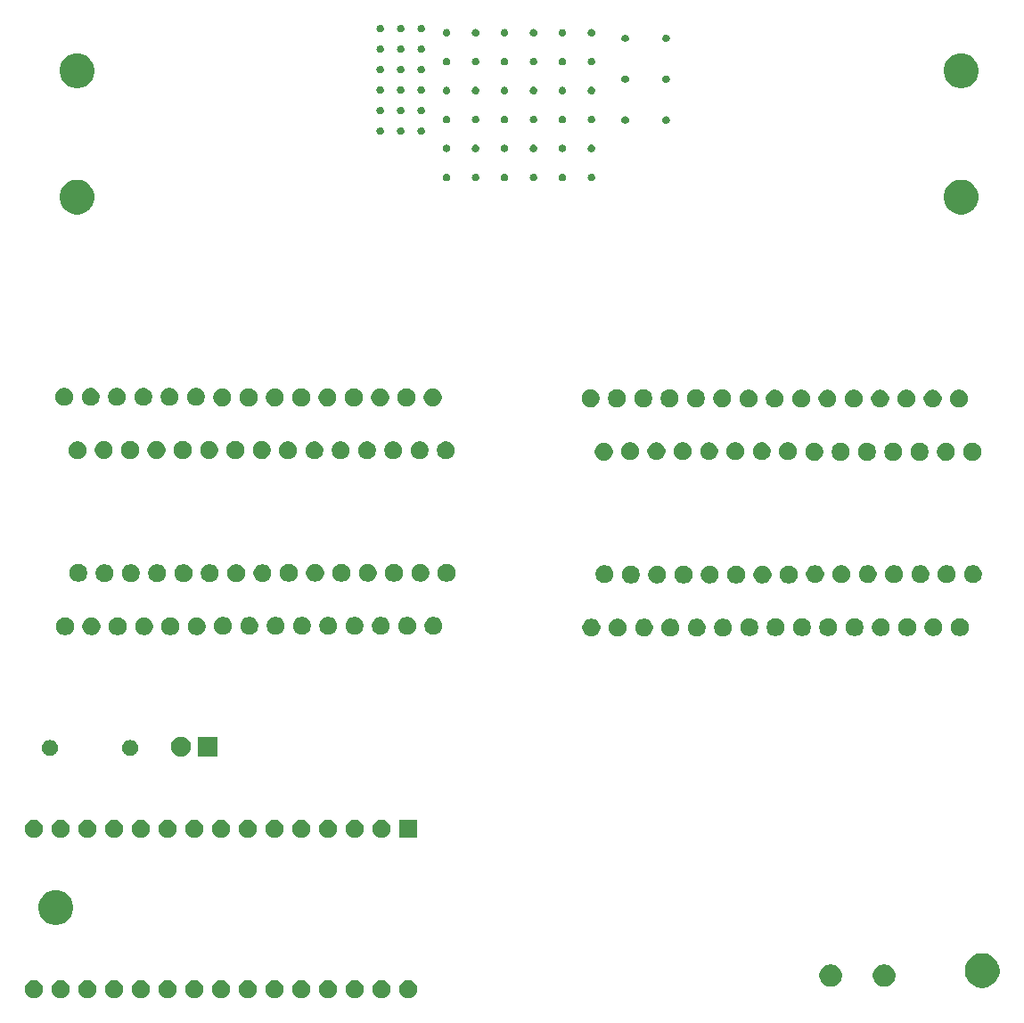
<source format=gbr>
G04 #@! TF.GenerationSoftware,KiCad,Pcbnew,(5.1.5)-3*
G04 #@! TF.CreationDate,2020-07-14T13:35:51-04:00*
G04 #@! TF.ProjectId,dmf_relay_board,646d665f-7265-46c6-9179-5f626f617264,rev?*
G04 #@! TF.SameCoordinates,Original*
G04 #@! TF.FileFunction,Soldermask,Bot*
G04 #@! TF.FilePolarity,Negative*
%FSLAX46Y46*%
G04 Gerber Fmt 4.6, Leading zero omitted, Abs format (unit mm)*
G04 Created by KiCad (PCBNEW (5.1.5)-3) date 2020-07-14 13:35:51*
%MOMM*%
%LPD*%
G04 APERTURE LIST*
%ADD10C,0.100000*%
G04 APERTURE END LIST*
D10*
G36*
X118675728Y-145485703D02*
G01*
X118830600Y-145549853D01*
X118969981Y-145642985D01*
X119088515Y-145761519D01*
X119181647Y-145900900D01*
X119245797Y-146055772D01*
X119278500Y-146220184D01*
X119278500Y-146387816D01*
X119245797Y-146552228D01*
X119181647Y-146707100D01*
X119088515Y-146846481D01*
X118969981Y-146965015D01*
X118830600Y-147058147D01*
X118675728Y-147122297D01*
X118511316Y-147155000D01*
X118343684Y-147155000D01*
X118179272Y-147122297D01*
X118024400Y-147058147D01*
X117885019Y-146965015D01*
X117766485Y-146846481D01*
X117673353Y-146707100D01*
X117609203Y-146552228D01*
X117576500Y-146387816D01*
X117576500Y-146220184D01*
X117609203Y-146055772D01*
X117673353Y-145900900D01*
X117766485Y-145761519D01*
X117885019Y-145642985D01*
X118024400Y-145549853D01*
X118179272Y-145485703D01*
X118343684Y-145453000D01*
X118511316Y-145453000D01*
X118675728Y-145485703D01*
G37*
G36*
X138995728Y-145485703D02*
G01*
X139150600Y-145549853D01*
X139289981Y-145642985D01*
X139408515Y-145761519D01*
X139501647Y-145900900D01*
X139565797Y-146055772D01*
X139598500Y-146220184D01*
X139598500Y-146387816D01*
X139565797Y-146552228D01*
X139501647Y-146707100D01*
X139408515Y-146846481D01*
X139289981Y-146965015D01*
X139150600Y-147058147D01*
X138995728Y-147122297D01*
X138831316Y-147155000D01*
X138663684Y-147155000D01*
X138499272Y-147122297D01*
X138344400Y-147058147D01*
X138205019Y-146965015D01*
X138086485Y-146846481D01*
X137993353Y-146707100D01*
X137929203Y-146552228D01*
X137896500Y-146387816D01*
X137896500Y-146220184D01*
X137929203Y-146055772D01*
X137993353Y-145900900D01*
X138086485Y-145761519D01*
X138205019Y-145642985D01*
X138344400Y-145549853D01*
X138499272Y-145485703D01*
X138663684Y-145453000D01*
X138831316Y-145453000D01*
X138995728Y-145485703D01*
G37*
G36*
X116135728Y-145485703D02*
G01*
X116290600Y-145549853D01*
X116429981Y-145642985D01*
X116548515Y-145761519D01*
X116641647Y-145900900D01*
X116705797Y-146055772D01*
X116738500Y-146220184D01*
X116738500Y-146387816D01*
X116705797Y-146552228D01*
X116641647Y-146707100D01*
X116548515Y-146846481D01*
X116429981Y-146965015D01*
X116290600Y-147058147D01*
X116135728Y-147122297D01*
X115971316Y-147155000D01*
X115803684Y-147155000D01*
X115639272Y-147122297D01*
X115484400Y-147058147D01*
X115345019Y-146965015D01*
X115226485Y-146846481D01*
X115133353Y-146707100D01*
X115069203Y-146552228D01*
X115036500Y-146387816D01*
X115036500Y-146220184D01*
X115069203Y-146055772D01*
X115133353Y-145900900D01*
X115226485Y-145761519D01*
X115345019Y-145642985D01*
X115484400Y-145549853D01*
X115639272Y-145485703D01*
X115803684Y-145453000D01*
X115971316Y-145453000D01*
X116135728Y-145485703D01*
G37*
G36*
X151695728Y-145485703D02*
G01*
X151850600Y-145549853D01*
X151989981Y-145642985D01*
X152108515Y-145761519D01*
X152201647Y-145900900D01*
X152265797Y-146055772D01*
X152298500Y-146220184D01*
X152298500Y-146387816D01*
X152265797Y-146552228D01*
X152201647Y-146707100D01*
X152108515Y-146846481D01*
X151989981Y-146965015D01*
X151850600Y-147058147D01*
X151695728Y-147122297D01*
X151531316Y-147155000D01*
X151363684Y-147155000D01*
X151199272Y-147122297D01*
X151044400Y-147058147D01*
X150905019Y-146965015D01*
X150786485Y-146846481D01*
X150693353Y-146707100D01*
X150629203Y-146552228D01*
X150596500Y-146387816D01*
X150596500Y-146220184D01*
X150629203Y-146055772D01*
X150693353Y-145900900D01*
X150786485Y-145761519D01*
X150905019Y-145642985D01*
X151044400Y-145549853D01*
X151199272Y-145485703D01*
X151363684Y-145453000D01*
X151531316Y-145453000D01*
X151695728Y-145485703D01*
G37*
G36*
X146615728Y-145485703D02*
G01*
X146770600Y-145549853D01*
X146909981Y-145642985D01*
X147028515Y-145761519D01*
X147121647Y-145900900D01*
X147185797Y-146055772D01*
X147218500Y-146220184D01*
X147218500Y-146387816D01*
X147185797Y-146552228D01*
X147121647Y-146707100D01*
X147028515Y-146846481D01*
X146909981Y-146965015D01*
X146770600Y-147058147D01*
X146615728Y-147122297D01*
X146451316Y-147155000D01*
X146283684Y-147155000D01*
X146119272Y-147122297D01*
X145964400Y-147058147D01*
X145825019Y-146965015D01*
X145706485Y-146846481D01*
X145613353Y-146707100D01*
X145549203Y-146552228D01*
X145516500Y-146387816D01*
X145516500Y-146220184D01*
X145549203Y-146055772D01*
X145613353Y-145900900D01*
X145706485Y-145761519D01*
X145825019Y-145642985D01*
X145964400Y-145549853D01*
X146119272Y-145485703D01*
X146283684Y-145453000D01*
X146451316Y-145453000D01*
X146615728Y-145485703D01*
G37*
G36*
X144075728Y-145485703D02*
G01*
X144230600Y-145549853D01*
X144369981Y-145642985D01*
X144488515Y-145761519D01*
X144581647Y-145900900D01*
X144645797Y-146055772D01*
X144678500Y-146220184D01*
X144678500Y-146387816D01*
X144645797Y-146552228D01*
X144581647Y-146707100D01*
X144488515Y-146846481D01*
X144369981Y-146965015D01*
X144230600Y-147058147D01*
X144075728Y-147122297D01*
X143911316Y-147155000D01*
X143743684Y-147155000D01*
X143579272Y-147122297D01*
X143424400Y-147058147D01*
X143285019Y-146965015D01*
X143166485Y-146846481D01*
X143073353Y-146707100D01*
X143009203Y-146552228D01*
X142976500Y-146387816D01*
X142976500Y-146220184D01*
X143009203Y-146055772D01*
X143073353Y-145900900D01*
X143166485Y-145761519D01*
X143285019Y-145642985D01*
X143424400Y-145549853D01*
X143579272Y-145485703D01*
X143743684Y-145453000D01*
X143911316Y-145453000D01*
X144075728Y-145485703D01*
G37*
G36*
X141535728Y-145485703D02*
G01*
X141690600Y-145549853D01*
X141829981Y-145642985D01*
X141948515Y-145761519D01*
X142041647Y-145900900D01*
X142105797Y-146055772D01*
X142138500Y-146220184D01*
X142138500Y-146387816D01*
X142105797Y-146552228D01*
X142041647Y-146707100D01*
X141948515Y-146846481D01*
X141829981Y-146965015D01*
X141690600Y-147058147D01*
X141535728Y-147122297D01*
X141371316Y-147155000D01*
X141203684Y-147155000D01*
X141039272Y-147122297D01*
X140884400Y-147058147D01*
X140745019Y-146965015D01*
X140626485Y-146846481D01*
X140533353Y-146707100D01*
X140469203Y-146552228D01*
X140436500Y-146387816D01*
X140436500Y-146220184D01*
X140469203Y-146055772D01*
X140533353Y-145900900D01*
X140626485Y-145761519D01*
X140745019Y-145642985D01*
X140884400Y-145549853D01*
X141039272Y-145485703D01*
X141203684Y-145453000D01*
X141371316Y-145453000D01*
X141535728Y-145485703D01*
G37*
G36*
X149155728Y-145485703D02*
G01*
X149310600Y-145549853D01*
X149449981Y-145642985D01*
X149568515Y-145761519D01*
X149661647Y-145900900D01*
X149725797Y-146055772D01*
X149758500Y-146220184D01*
X149758500Y-146387816D01*
X149725797Y-146552228D01*
X149661647Y-146707100D01*
X149568515Y-146846481D01*
X149449981Y-146965015D01*
X149310600Y-147058147D01*
X149155728Y-147122297D01*
X148991316Y-147155000D01*
X148823684Y-147155000D01*
X148659272Y-147122297D01*
X148504400Y-147058147D01*
X148365019Y-146965015D01*
X148246485Y-146846481D01*
X148153353Y-146707100D01*
X148089203Y-146552228D01*
X148056500Y-146387816D01*
X148056500Y-146220184D01*
X148089203Y-146055772D01*
X148153353Y-145900900D01*
X148246485Y-145761519D01*
X148365019Y-145642985D01*
X148504400Y-145549853D01*
X148659272Y-145485703D01*
X148823684Y-145453000D01*
X148991316Y-145453000D01*
X149155728Y-145485703D01*
G37*
G36*
X133915728Y-145485703D02*
G01*
X134070600Y-145549853D01*
X134209981Y-145642985D01*
X134328515Y-145761519D01*
X134421647Y-145900900D01*
X134485797Y-146055772D01*
X134518500Y-146220184D01*
X134518500Y-146387816D01*
X134485797Y-146552228D01*
X134421647Y-146707100D01*
X134328515Y-146846481D01*
X134209981Y-146965015D01*
X134070600Y-147058147D01*
X133915728Y-147122297D01*
X133751316Y-147155000D01*
X133583684Y-147155000D01*
X133419272Y-147122297D01*
X133264400Y-147058147D01*
X133125019Y-146965015D01*
X133006485Y-146846481D01*
X132913353Y-146707100D01*
X132849203Y-146552228D01*
X132816500Y-146387816D01*
X132816500Y-146220184D01*
X132849203Y-146055772D01*
X132913353Y-145900900D01*
X133006485Y-145761519D01*
X133125019Y-145642985D01*
X133264400Y-145549853D01*
X133419272Y-145485703D01*
X133583684Y-145453000D01*
X133751316Y-145453000D01*
X133915728Y-145485703D01*
G37*
G36*
X131375728Y-145485703D02*
G01*
X131530600Y-145549853D01*
X131669981Y-145642985D01*
X131788515Y-145761519D01*
X131881647Y-145900900D01*
X131945797Y-146055772D01*
X131978500Y-146220184D01*
X131978500Y-146387816D01*
X131945797Y-146552228D01*
X131881647Y-146707100D01*
X131788515Y-146846481D01*
X131669981Y-146965015D01*
X131530600Y-147058147D01*
X131375728Y-147122297D01*
X131211316Y-147155000D01*
X131043684Y-147155000D01*
X130879272Y-147122297D01*
X130724400Y-147058147D01*
X130585019Y-146965015D01*
X130466485Y-146846481D01*
X130373353Y-146707100D01*
X130309203Y-146552228D01*
X130276500Y-146387816D01*
X130276500Y-146220184D01*
X130309203Y-146055772D01*
X130373353Y-145900900D01*
X130466485Y-145761519D01*
X130585019Y-145642985D01*
X130724400Y-145549853D01*
X130879272Y-145485703D01*
X131043684Y-145453000D01*
X131211316Y-145453000D01*
X131375728Y-145485703D01*
G37*
G36*
X128835728Y-145485703D02*
G01*
X128990600Y-145549853D01*
X129129981Y-145642985D01*
X129248515Y-145761519D01*
X129341647Y-145900900D01*
X129405797Y-146055772D01*
X129438500Y-146220184D01*
X129438500Y-146387816D01*
X129405797Y-146552228D01*
X129341647Y-146707100D01*
X129248515Y-146846481D01*
X129129981Y-146965015D01*
X128990600Y-147058147D01*
X128835728Y-147122297D01*
X128671316Y-147155000D01*
X128503684Y-147155000D01*
X128339272Y-147122297D01*
X128184400Y-147058147D01*
X128045019Y-146965015D01*
X127926485Y-146846481D01*
X127833353Y-146707100D01*
X127769203Y-146552228D01*
X127736500Y-146387816D01*
X127736500Y-146220184D01*
X127769203Y-146055772D01*
X127833353Y-145900900D01*
X127926485Y-145761519D01*
X128045019Y-145642985D01*
X128184400Y-145549853D01*
X128339272Y-145485703D01*
X128503684Y-145453000D01*
X128671316Y-145453000D01*
X128835728Y-145485703D01*
G37*
G36*
X126295728Y-145485703D02*
G01*
X126450600Y-145549853D01*
X126589981Y-145642985D01*
X126708515Y-145761519D01*
X126801647Y-145900900D01*
X126865797Y-146055772D01*
X126898500Y-146220184D01*
X126898500Y-146387816D01*
X126865797Y-146552228D01*
X126801647Y-146707100D01*
X126708515Y-146846481D01*
X126589981Y-146965015D01*
X126450600Y-147058147D01*
X126295728Y-147122297D01*
X126131316Y-147155000D01*
X125963684Y-147155000D01*
X125799272Y-147122297D01*
X125644400Y-147058147D01*
X125505019Y-146965015D01*
X125386485Y-146846481D01*
X125293353Y-146707100D01*
X125229203Y-146552228D01*
X125196500Y-146387816D01*
X125196500Y-146220184D01*
X125229203Y-146055772D01*
X125293353Y-145900900D01*
X125386485Y-145761519D01*
X125505019Y-145642985D01*
X125644400Y-145549853D01*
X125799272Y-145485703D01*
X125963684Y-145453000D01*
X126131316Y-145453000D01*
X126295728Y-145485703D01*
G37*
G36*
X123755728Y-145485703D02*
G01*
X123910600Y-145549853D01*
X124049981Y-145642985D01*
X124168515Y-145761519D01*
X124261647Y-145900900D01*
X124325797Y-146055772D01*
X124358500Y-146220184D01*
X124358500Y-146387816D01*
X124325797Y-146552228D01*
X124261647Y-146707100D01*
X124168515Y-146846481D01*
X124049981Y-146965015D01*
X123910600Y-147058147D01*
X123755728Y-147122297D01*
X123591316Y-147155000D01*
X123423684Y-147155000D01*
X123259272Y-147122297D01*
X123104400Y-147058147D01*
X122965019Y-146965015D01*
X122846485Y-146846481D01*
X122753353Y-146707100D01*
X122689203Y-146552228D01*
X122656500Y-146387816D01*
X122656500Y-146220184D01*
X122689203Y-146055772D01*
X122753353Y-145900900D01*
X122846485Y-145761519D01*
X122965019Y-145642985D01*
X123104400Y-145549853D01*
X123259272Y-145485703D01*
X123423684Y-145453000D01*
X123591316Y-145453000D01*
X123755728Y-145485703D01*
G37*
G36*
X121215728Y-145485703D02*
G01*
X121370600Y-145549853D01*
X121509981Y-145642985D01*
X121628515Y-145761519D01*
X121721647Y-145900900D01*
X121785797Y-146055772D01*
X121818500Y-146220184D01*
X121818500Y-146387816D01*
X121785797Y-146552228D01*
X121721647Y-146707100D01*
X121628515Y-146846481D01*
X121509981Y-146965015D01*
X121370600Y-147058147D01*
X121215728Y-147122297D01*
X121051316Y-147155000D01*
X120883684Y-147155000D01*
X120719272Y-147122297D01*
X120564400Y-147058147D01*
X120425019Y-146965015D01*
X120306485Y-146846481D01*
X120213353Y-146707100D01*
X120149203Y-146552228D01*
X120116500Y-146387816D01*
X120116500Y-146220184D01*
X120149203Y-146055772D01*
X120213353Y-145900900D01*
X120306485Y-145761519D01*
X120425019Y-145642985D01*
X120564400Y-145549853D01*
X120719272Y-145485703D01*
X120883684Y-145453000D01*
X121051316Y-145453000D01*
X121215728Y-145485703D01*
G37*
G36*
X136455728Y-145485703D02*
G01*
X136610600Y-145549853D01*
X136749981Y-145642985D01*
X136868515Y-145761519D01*
X136961647Y-145900900D01*
X137025797Y-146055772D01*
X137058500Y-146220184D01*
X137058500Y-146387816D01*
X137025797Y-146552228D01*
X136961647Y-146707100D01*
X136868515Y-146846481D01*
X136749981Y-146965015D01*
X136610600Y-147058147D01*
X136455728Y-147122297D01*
X136291316Y-147155000D01*
X136123684Y-147155000D01*
X135959272Y-147122297D01*
X135804400Y-147058147D01*
X135665019Y-146965015D01*
X135546485Y-146846481D01*
X135453353Y-146707100D01*
X135389203Y-146552228D01*
X135356500Y-146387816D01*
X135356500Y-146220184D01*
X135389203Y-146055772D01*
X135453353Y-145900900D01*
X135546485Y-145761519D01*
X135665019Y-145642985D01*
X135804400Y-145549853D01*
X135959272Y-145485703D01*
X136123684Y-145453000D01*
X136291316Y-145453000D01*
X136455728Y-145485703D01*
G37*
G36*
X206348756Y-142927298D02*
G01*
X206455079Y-142948447D01*
X206755542Y-143072903D01*
X207025951Y-143253585D01*
X207255915Y-143483549D01*
X207436597Y-143753958D01*
X207528149Y-143974983D01*
X207561053Y-144054422D01*
X207614041Y-144320807D01*
X207624500Y-144373391D01*
X207624500Y-144698609D01*
X207561053Y-145017579D01*
X207436597Y-145318042D01*
X207255915Y-145588451D01*
X207025951Y-145818415D01*
X206755542Y-145999097D01*
X206455079Y-146123553D01*
X206348756Y-146144702D01*
X206136111Y-146187000D01*
X205810889Y-146187000D01*
X205598244Y-146144702D01*
X205491921Y-146123553D01*
X205191458Y-145999097D01*
X204921049Y-145818415D01*
X204691085Y-145588451D01*
X204510403Y-145318042D01*
X204385947Y-145017579D01*
X204322500Y-144698609D01*
X204322500Y-144373391D01*
X204332960Y-144320807D01*
X204385947Y-144054422D01*
X204418852Y-143974983D01*
X204510403Y-143753958D01*
X204691085Y-143483549D01*
X204921049Y-143253585D01*
X205191458Y-143072903D01*
X205491921Y-142948447D01*
X205598244Y-142927298D01*
X205810889Y-142885000D01*
X206136111Y-142885000D01*
X206348756Y-142927298D01*
G37*
G36*
X191895811Y-143974983D02*
G01*
X192087592Y-144054422D01*
X192089994Y-144055417D01*
X192264753Y-144172187D01*
X192413373Y-144320807D01*
X192448507Y-144373389D01*
X192530144Y-144495568D01*
X192610577Y-144689749D01*
X192651580Y-144895888D01*
X192651580Y-145106072D01*
X192610577Y-145312211D01*
X192552260Y-145453000D01*
X192530143Y-145506394D01*
X192413373Y-145681153D01*
X192264753Y-145829773D01*
X192089994Y-145946543D01*
X192089993Y-145946544D01*
X192089992Y-145946544D01*
X191895811Y-146026977D01*
X191689672Y-146067980D01*
X191479488Y-146067980D01*
X191273349Y-146026977D01*
X191079168Y-145946544D01*
X191079167Y-145946544D01*
X191079166Y-145946543D01*
X190904407Y-145829773D01*
X190755787Y-145681153D01*
X190639017Y-145506394D01*
X190616900Y-145453000D01*
X190558583Y-145312211D01*
X190517580Y-145106072D01*
X190517580Y-144895888D01*
X190558583Y-144689749D01*
X190639016Y-144495568D01*
X190720653Y-144373389D01*
X190755787Y-144320807D01*
X190904407Y-144172187D01*
X191079166Y-144055417D01*
X191081568Y-144054422D01*
X191273349Y-143974983D01*
X191479488Y-143933980D01*
X191689672Y-143933980D01*
X191895811Y-143974983D01*
G37*
G36*
X196975811Y-143974983D02*
G01*
X197167592Y-144054422D01*
X197169994Y-144055417D01*
X197344753Y-144172187D01*
X197493373Y-144320807D01*
X197528507Y-144373389D01*
X197610144Y-144495568D01*
X197690577Y-144689749D01*
X197731580Y-144895888D01*
X197731580Y-145106072D01*
X197690577Y-145312211D01*
X197632260Y-145453000D01*
X197610143Y-145506394D01*
X197493373Y-145681153D01*
X197344753Y-145829773D01*
X197169994Y-145946543D01*
X197169993Y-145946544D01*
X197169992Y-145946544D01*
X196975811Y-146026977D01*
X196769672Y-146067980D01*
X196559488Y-146067980D01*
X196353349Y-146026977D01*
X196159168Y-145946544D01*
X196159167Y-145946544D01*
X196159166Y-145946543D01*
X195984407Y-145829773D01*
X195835787Y-145681153D01*
X195719017Y-145506394D01*
X195696900Y-145453000D01*
X195638583Y-145312211D01*
X195597580Y-145106072D01*
X195597580Y-144895888D01*
X195638583Y-144689749D01*
X195719016Y-144495568D01*
X195800653Y-144373389D01*
X195835787Y-144320807D01*
X195984407Y-144172187D01*
X196159166Y-144055417D01*
X196161568Y-144054422D01*
X196353349Y-143974983D01*
X196559488Y-143933980D01*
X196769672Y-143933980D01*
X196975811Y-143974983D01*
G37*
G36*
X118348756Y-136927298D02*
G01*
X118455079Y-136948447D01*
X118755542Y-137072903D01*
X119025951Y-137253585D01*
X119255915Y-137483549D01*
X119436597Y-137753958D01*
X119561053Y-138054421D01*
X119624500Y-138373391D01*
X119624500Y-138698609D01*
X119561053Y-139017579D01*
X119436597Y-139318042D01*
X119255915Y-139588451D01*
X119025951Y-139818415D01*
X118755542Y-139999097D01*
X118455079Y-140123553D01*
X118348756Y-140144702D01*
X118136111Y-140187000D01*
X117810889Y-140187000D01*
X117598244Y-140144702D01*
X117491921Y-140123553D01*
X117191458Y-139999097D01*
X116921049Y-139818415D01*
X116691085Y-139588451D01*
X116510403Y-139318042D01*
X116385947Y-139017579D01*
X116322500Y-138698609D01*
X116322500Y-138373391D01*
X116385947Y-138054421D01*
X116510403Y-137753958D01*
X116691085Y-137483549D01*
X116921049Y-137253585D01*
X117191458Y-137072903D01*
X117491921Y-136948447D01*
X117598244Y-136927298D01*
X117810889Y-136885000D01*
X118136111Y-136885000D01*
X118348756Y-136927298D01*
G37*
G36*
X126295728Y-130245703D02*
G01*
X126450600Y-130309853D01*
X126589981Y-130402985D01*
X126708515Y-130521519D01*
X126801647Y-130660900D01*
X126865797Y-130815772D01*
X126898500Y-130980184D01*
X126898500Y-131147816D01*
X126865797Y-131312228D01*
X126801647Y-131467100D01*
X126708515Y-131606481D01*
X126589981Y-131725015D01*
X126450600Y-131818147D01*
X126295728Y-131882297D01*
X126131316Y-131915000D01*
X125963684Y-131915000D01*
X125799272Y-131882297D01*
X125644400Y-131818147D01*
X125505019Y-131725015D01*
X125386485Y-131606481D01*
X125293353Y-131467100D01*
X125229203Y-131312228D01*
X125196500Y-131147816D01*
X125196500Y-130980184D01*
X125229203Y-130815772D01*
X125293353Y-130660900D01*
X125386485Y-130521519D01*
X125505019Y-130402985D01*
X125644400Y-130309853D01*
X125799272Y-130245703D01*
X125963684Y-130213000D01*
X126131316Y-130213000D01*
X126295728Y-130245703D01*
G37*
G36*
X152298500Y-131915000D02*
G01*
X150596500Y-131915000D01*
X150596500Y-130213000D01*
X152298500Y-130213000D01*
X152298500Y-131915000D01*
G37*
G36*
X116135728Y-130245703D02*
G01*
X116290600Y-130309853D01*
X116429981Y-130402985D01*
X116548515Y-130521519D01*
X116641647Y-130660900D01*
X116705797Y-130815772D01*
X116738500Y-130980184D01*
X116738500Y-131147816D01*
X116705797Y-131312228D01*
X116641647Y-131467100D01*
X116548515Y-131606481D01*
X116429981Y-131725015D01*
X116290600Y-131818147D01*
X116135728Y-131882297D01*
X115971316Y-131915000D01*
X115803684Y-131915000D01*
X115639272Y-131882297D01*
X115484400Y-131818147D01*
X115345019Y-131725015D01*
X115226485Y-131606481D01*
X115133353Y-131467100D01*
X115069203Y-131312228D01*
X115036500Y-131147816D01*
X115036500Y-130980184D01*
X115069203Y-130815772D01*
X115133353Y-130660900D01*
X115226485Y-130521519D01*
X115345019Y-130402985D01*
X115484400Y-130309853D01*
X115639272Y-130245703D01*
X115803684Y-130213000D01*
X115971316Y-130213000D01*
X116135728Y-130245703D01*
G37*
G36*
X118675728Y-130245703D02*
G01*
X118830600Y-130309853D01*
X118969981Y-130402985D01*
X119088515Y-130521519D01*
X119181647Y-130660900D01*
X119245797Y-130815772D01*
X119278500Y-130980184D01*
X119278500Y-131147816D01*
X119245797Y-131312228D01*
X119181647Y-131467100D01*
X119088515Y-131606481D01*
X118969981Y-131725015D01*
X118830600Y-131818147D01*
X118675728Y-131882297D01*
X118511316Y-131915000D01*
X118343684Y-131915000D01*
X118179272Y-131882297D01*
X118024400Y-131818147D01*
X117885019Y-131725015D01*
X117766485Y-131606481D01*
X117673353Y-131467100D01*
X117609203Y-131312228D01*
X117576500Y-131147816D01*
X117576500Y-130980184D01*
X117609203Y-130815772D01*
X117673353Y-130660900D01*
X117766485Y-130521519D01*
X117885019Y-130402985D01*
X118024400Y-130309853D01*
X118179272Y-130245703D01*
X118343684Y-130213000D01*
X118511316Y-130213000D01*
X118675728Y-130245703D01*
G37*
G36*
X121215728Y-130245703D02*
G01*
X121370600Y-130309853D01*
X121509981Y-130402985D01*
X121628515Y-130521519D01*
X121721647Y-130660900D01*
X121785797Y-130815772D01*
X121818500Y-130980184D01*
X121818500Y-131147816D01*
X121785797Y-131312228D01*
X121721647Y-131467100D01*
X121628515Y-131606481D01*
X121509981Y-131725015D01*
X121370600Y-131818147D01*
X121215728Y-131882297D01*
X121051316Y-131915000D01*
X120883684Y-131915000D01*
X120719272Y-131882297D01*
X120564400Y-131818147D01*
X120425019Y-131725015D01*
X120306485Y-131606481D01*
X120213353Y-131467100D01*
X120149203Y-131312228D01*
X120116500Y-131147816D01*
X120116500Y-130980184D01*
X120149203Y-130815772D01*
X120213353Y-130660900D01*
X120306485Y-130521519D01*
X120425019Y-130402985D01*
X120564400Y-130309853D01*
X120719272Y-130245703D01*
X120883684Y-130213000D01*
X121051316Y-130213000D01*
X121215728Y-130245703D01*
G37*
G36*
X123755728Y-130245703D02*
G01*
X123910600Y-130309853D01*
X124049981Y-130402985D01*
X124168515Y-130521519D01*
X124261647Y-130660900D01*
X124325797Y-130815772D01*
X124358500Y-130980184D01*
X124358500Y-131147816D01*
X124325797Y-131312228D01*
X124261647Y-131467100D01*
X124168515Y-131606481D01*
X124049981Y-131725015D01*
X123910600Y-131818147D01*
X123755728Y-131882297D01*
X123591316Y-131915000D01*
X123423684Y-131915000D01*
X123259272Y-131882297D01*
X123104400Y-131818147D01*
X122965019Y-131725015D01*
X122846485Y-131606481D01*
X122753353Y-131467100D01*
X122689203Y-131312228D01*
X122656500Y-131147816D01*
X122656500Y-130980184D01*
X122689203Y-130815772D01*
X122753353Y-130660900D01*
X122846485Y-130521519D01*
X122965019Y-130402985D01*
X123104400Y-130309853D01*
X123259272Y-130245703D01*
X123423684Y-130213000D01*
X123591316Y-130213000D01*
X123755728Y-130245703D01*
G37*
G36*
X128835728Y-130245703D02*
G01*
X128990600Y-130309853D01*
X129129981Y-130402985D01*
X129248515Y-130521519D01*
X129341647Y-130660900D01*
X129405797Y-130815772D01*
X129438500Y-130980184D01*
X129438500Y-131147816D01*
X129405797Y-131312228D01*
X129341647Y-131467100D01*
X129248515Y-131606481D01*
X129129981Y-131725015D01*
X128990600Y-131818147D01*
X128835728Y-131882297D01*
X128671316Y-131915000D01*
X128503684Y-131915000D01*
X128339272Y-131882297D01*
X128184400Y-131818147D01*
X128045019Y-131725015D01*
X127926485Y-131606481D01*
X127833353Y-131467100D01*
X127769203Y-131312228D01*
X127736500Y-131147816D01*
X127736500Y-130980184D01*
X127769203Y-130815772D01*
X127833353Y-130660900D01*
X127926485Y-130521519D01*
X128045019Y-130402985D01*
X128184400Y-130309853D01*
X128339272Y-130245703D01*
X128503684Y-130213000D01*
X128671316Y-130213000D01*
X128835728Y-130245703D01*
G37*
G36*
X133915728Y-130245703D02*
G01*
X134070600Y-130309853D01*
X134209981Y-130402985D01*
X134328515Y-130521519D01*
X134421647Y-130660900D01*
X134485797Y-130815772D01*
X134518500Y-130980184D01*
X134518500Y-131147816D01*
X134485797Y-131312228D01*
X134421647Y-131467100D01*
X134328515Y-131606481D01*
X134209981Y-131725015D01*
X134070600Y-131818147D01*
X133915728Y-131882297D01*
X133751316Y-131915000D01*
X133583684Y-131915000D01*
X133419272Y-131882297D01*
X133264400Y-131818147D01*
X133125019Y-131725015D01*
X133006485Y-131606481D01*
X132913353Y-131467100D01*
X132849203Y-131312228D01*
X132816500Y-131147816D01*
X132816500Y-130980184D01*
X132849203Y-130815772D01*
X132913353Y-130660900D01*
X133006485Y-130521519D01*
X133125019Y-130402985D01*
X133264400Y-130309853D01*
X133419272Y-130245703D01*
X133583684Y-130213000D01*
X133751316Y-130213000D01*
X133915728Y-130245703D01*
G37*
G36*
X149155728Y-130245703D02*
G01*
X149310600Y-130309853D01*
X149449981Y-130402985D01*
X149568515Y-130521519D01*
X149661647Y-130660900D01*
X149725797Y-130815772D01*
X149758500Y-130980184D01*
X149758500Y-131147816D01*
X149725797Y-131312228D01*
X149661647Y-131467100D01*
X149568515Y-131606481D01*
X149449981Y-131725015D01*
X149310600Y-131818147D01*
X149155728Y-131882297D01*
X148991316Y-131915000D01*
X148823684Y-131915000D01*
X148659272Y-131882297D01*
X148504400Y-131818147D01*
X148365019Y-131725015D01*
X148246485Y-131606481D01*
X148153353Y-131467100D01*
X148089203Y-131312228D01*
X148056500Y-131147816D01*
X148056500Y-130980184D01*
X148089203Y-130815772D01*
X148153353Y-130660900D01*
X148246485Y-130521519D01*
X148365019Y-130402985D01*
X148504400Y-130309853D01*
X148659272Y-130245703D01*
X148823684Y-130213000D01*
X148991316Y-130213000D01*
X149155728Y-130245703D01*
G37*
G36*
X136455728Y-130245703D02*
G01*
X136610600Y-130309853D01*
X136749981Y-130402985D01*
X136868515Y-130521519D01*
X136961647Y-130660900D01*
X137025797Y-130815772D01*
X137058500Y-130980184D01*
X137058500Y-131147816D01*
X137025797Y-131312228D01*
X136961647Y-131467100D01*
X136868515Y-131606481D01*
X136749981Y-131725015D01*
X136610600Y-131818147D01*
X136455728Y-131882297D01*
X136291316Y-131915000D01*
X136123684Y-131915000D01*
X135959272Y-131882297D01*
X135804400Y-131818147D01*
X135665019Y-131725015D01*
X135546485Y-131606481D01*
X135453353Y-131467100D01*
X135389203Y-131312228D01*
X135356500Y-131147816D01*
X135356500Y-130980184D01*
X135389203Y-130815772D01*
X135453353Y-130660900D01*
X135546485Y-130521519D01*
X135665019Y-130402985D01*
X135804400Y-130309853D01*
X135959272Y-130245703D01*
X136123684Y-130213000D01*
X136291316Y-130213000D01*
X136455728Y-130245703D01*
G37*
G36*
X138995728Y-130245703D02*
G01*
X139150600Y-130309853D01*
X139289981Y-130402985D01*
X139408515Y-130521519D01*
X139501647Y-130660900D01*
X139565797Y-130815772D01*
X139598500Y-130980184D01*
X139598500Y-131147816D01*
X139565797Y-131312228D01*
X139501647Y-131467100D01*
X139408515Y-131606481D01*
X139289981Y-131725015D01*
X139150600Y-131818147D01*
X138995728Y-131882297D01*
X138831316Y-131915000D01*
X138663684Y-131915000D01*
X138499272Y-131882297D01*
X138344400Y-131818147D01*
X138205019Y-131725015D01*
X138086485Y-131606481D01*
X137993353Y-131467100D01*
X137929203Y-131312228D01*
X137896500Y-131147816D01*
X137896500Y-130980184D01*
X137929203Y-130815772D01*
X137993353Y-130660900D01*
X138086485Y-130521519D01*
X138205019Y-130402985D01*
X138344400Y-130309853D01*
X138499272Y-130245703D01*
X138663684Y-130213000D01*
X138831316Y-130213000D01*
X138995728Y-130245703D01*
G37*
G36*
X141535728Y-130245703D02*
G01*
X141690600Y-130309853D01*
X141829981Y-130402985D01*
X141948515Y-130521519D01*
X142041647Y-130660900D01*
X142105797Y-130815772D01*
X142138500Y-130980184D01*
X142138500Y-131147816D01*
X142105797Y-131312228D01*
X142041647Y-131467100D01*
X141948515Y-131606481D01*
X141829981Y-131725015D01*
X141690600Y-131818147D01*
X141535728Y-131882297D01*
X141371316Y-131915000D01*
X141203684Y-131915000D01*
X141039272Y-131882297D01*
X140884400Y-131818147D01*
X140745019Y-131725015D01*
X140626485Y-131606481D01*
X140533353Y-131467100D01*
X140469203Y-131312228D01*
X140436500Y-131147816D01*
X140436500Y-130980184D01*
X140469203Y-130815772D01*
X140533353Y-130660900D01*
X140626485Y-130521519D01*
X140745019Y-130402985D01*
X140884400Y-130309853D01*
X141039272Y-130245703D01*
X141203684Y-130213000D01*
X141371316Y-130213000D01*
X141535728Y-130245703D01*
G37*
G36*
X144075728Y-130245703D02*
G01*
X144230600Y-130309853D01*
X144369981Y-130402985D01*
X144488515Y-130521519D01*
X144581647Y-130660900D01*
X144645797Y-130815772D01*
X144678500Y-130980184D01*
X144678500Y-131147816D01*
X144645797Y-131312228D01*
X144581647Y-131467100D01*
X144488515Y-131606481D01*
X144369981Y-131725015D01*
X144230600Y-131818147D01*
X144075728Y-131882297D01*
X143911316Y-131915000D01*
X143743684Y-131915000D01*
X143579272Y-131882297D01*
X143424400Y-131818147D01*
X143285019Y-131725015D01*
X143166485Y-131606481D01*
X143073353Y-131467100D01*
X143009203Y-131312228D01*
X142976500Y-131147816D01*
X142976500Y-130980184D01*
X143009203Y-130815772D01*
X143073353Y-130660900D01*
X143166485Y-130521519D01*
X143285019Y-130402985D01*
X143424400Y-130309853D01*
X143579272Y-130245703D01*
X143743684Y-130213000D01*
X143911316Y-130213000D01*
X144075728Y-130245703D01*
G37*
G36*
X146615728Y-130245703D02*
G01*
X146770600Y-130309853D01*
X146909981Y-130402985D01*
X147028515Y-130521519D01*
X147121647Y-130660900D01*
X147185797Y-130815772D01*
X147218500Y-130980184D01*
X147218500Y-131147816D01*
X147185797Y-131312228D01*
X147121647Y-131467100D01*
X147028515Y-131606481D01*
X146909981Y-131725015D01*
X146770600Y-131818147D01*
X146615728Y-131882297D01*
X146451316Y-131915000D01*
X146283684Y-131915000D01*
X146119272Y-131882297D01*
X145964400Y-131818147D01*
X145825019Y-131725015D01*
X145706485Y-131606481D01*
X145613353Y-131467100D01*
X145549203Y-131312228D01*
X145516500Y-131147816D01*
X145516500Y-130980184D01*
X145549203Y-130815772D01*
X145613353Y-130660900D01*
X145706485Y-130521519D01*
X145825019Y-130402985D01*
X145964400Y-130309853D01*
X146119272Y-130245703D01*
X146283684Y-130213000D01*
X146451316Y-130213000D01*
X146615728Y-130245703D01*
G37*
G36*
X131375728Y-130245703D02*
G01*
X131530600Y-130309853D01*
X131669981Y-130402985D01*
X131788515Y-130521519D01*
X131881647Y-130660900D01*
X131945797Y-130815772D01*
X131978500Y-130980184D01*
X131978500Y-131147816D01*
X131945797Y-131312228D01*
X131881647Y-131467100D01*
X131788515Y-131606481D01*
X131669981Y-131725015D01*
X131530600Y-131818147D01*
X131375728Y-131882297D01*
X131211316Y-131915000D01*
X131043684Y-131915000D01*
X130879272Y-131882297D01*
X130724400Y-131818147D01*
X130585019Y-131725015D01*
X130466485Y-131606481D01*
X130373353Y-131467100D01*
X130309203Y-131312228D01*
X130276500Y-131147816D01*
X130276500Y-130980184D01*
X130309203Y-130815772D01*
X130373353Y-130660900D01*
X130466485Y-130521519D01*
X130585019Y-130402985D01*
X130724400Y-130309853D01*
X130879272Y-130245703D01*
X131043684Y-130213000D01*
X131211316Y-130213000D01*
X131375728Y-130245703D01*
G37*
G36*
X130134895Y-122339046D02*
G01*
X130307966Y-122410734D01*
X130307967Y-122410735D01*
X130463727Y-122514810D01*
X130596190Y-122647273D01*
X130596191Y-122647275D01*
X130700266Y-122803034D01*
X130771954Y-122976105D01*
X130808500Y-123159833D01*
X130808500Y-123347167D01*
X130771954Y-123530895D01*
X130700266Y-123703966D01*
X130648581Y-123781318D01*
X130596190Y-123859727D01*
X130463727Y-123992190D01*
X130385318Y-124044581D01*
X130307966Y-124096266D01*
X130134895Y-124167954D01*
X129951167Y-124204500D01*
X129763833Y-124204500D01*
X129580105Y-124167954D01*
X129407034Y-124096266D01*
X129329682Y-124044581D01*
X129251273Y-123992190D01*
X129118810Y-123859727D01*
X129066419Y-123781318D01*
X129014734Y-123703966D01*
X128943046Y-123530895D01*
X128906500Y-123347167D01*
X128906500Y-123159833D01*
X128943046Y-122976105D01*
X129014734Y-122803034D01*
X129118809Y-122647275D01*
X129118810Y-122647273D01*
X129251273Y-122514810D01*
X129407033Y-122410735D01*
X129407034Y-122410734D01*
X129580105Y-122339046D01*
X129763833Y-122302500D01*
X129951167Y-122302500D01*
X130134895Y-122339046D01*
G37*
G36*
X133348500Y-124204500D02*
G01*
X131446500Y-124204500D01*
X131446500Y-122302500D01*
X133348500Y-122302500D01*
X133348500Y-124204500D01*
G37*
G36*
X125194820Y-122647273D02*
G01*
X125250559Y-122658360D01*
X125387232Y-122714972D01*
X125510235Y-122797160D01*
X125614840Y-122901765D01*
X125697028Y-123024768D01*
X125753640Y-123161441D01*
X125782500Y-123306533D01*
X125782500Y-123454467D01*
X125753640Y-123599559D01*
X125697028Y-123736232D01*
X125614840Y-123859235D01*
X125510235Y-123963840D01*
X125387232Y-124046028D01*
X125387231Y-124046029D01*
X125387230Y-124046029D01*
X125250559Y-124102640D01*
X125105468Y-124131500D01*
X124957532Y-124131500D01*
X124812441Y-124102640D01*
X124675770Y-124046029D01*
X124675769Y-124046029D01*
X124675768Y-124046028D01*
X124552765Y-123963840D01*
X124448160Y-123859235D01*
X124365972Y-123736232D01*
X124309360Y-123599559D01*
X124280500Y-123454467D01*
X124280500Y-123306533D01*
X124309360Y-123161441D01*
X124365972Y-123024768D01*
X124448160Y-122901765D01*
X124552765Y-122797160D01*
X124675768Y-122714972D01*
X124812441Y-122658360D01*
X124868180Y-122647273D01*
X124957532Y-122629500D01*
X125105468Y-122629500D01*
X125194820Y-122647273D01*
G37*
G36*
X117574820Y-122647273D02*
G01*
X117630559Y-122658360D01*
X117767232Y-122714972D01*
X117890235Y-122797160D01*
X117994840Y-122901765D01*
X118077028Y-123024768D01*
X118133640Y-123161441D01*
X118162500Y-123306533D01*
X118162500Y-123454467D01*
X118133640Y-123599559D01*
X118077028Y-123736232D01*
X117994840Y-123859235D01*
X117890235Y-123963840D01*
X117767232Y-124046028D01*
X117767231Y-124046029D01*
X117767230Y-124046029D01*
X117630559Y-124102640D01*
X117485468Y-124131500D01*
X117337532Y-124131500D01*
X117192441Y-124102640D01*
X117055770Y-124046029D01*
X117055769Y-124046029D01*
X117055768Y-124046028D01*
X116932765Y-123963840D01*
X116828160Y-123859235D01*
X116745972Y-123736232D01*
X116689360Y-123599559D01*
X116660500Y-123454467D01*
X116660500Y-123306533D01*
X116689360Y-123161441D01*
X116745972Y-123024768D01*
X116828160Y-122901765D01*
X116932765Y-122797160D01*
X117055768Y-122714972D01*
X117192441Y-122658360D01*
X117248180Y-122647273D01*
X117337532Y-122629500D01*
X117485468Y-122629500D01*
X117574820Y-122647273D01*
G37*
G36*
X171595728Y-111132203D02*
G01*
X171750600Y-111196353D01*
X171889981Y-111289485D01*
X172008515Y-111408019D01*
X172101647Y-111547400D01*
X172165797Y-111702272D01*
X172198500Y-111866684D01*
X172198500Y-112034316D01*
X172165797Y-112198728D01*
X172101647Y-112353600D01*
X172008515Y-112492981D01*
X171889981Y-112611515D01*
X171750600Y-112704647D01*
X171595728Y-112768797D01*
X171431316Y-112801500D01*
X171263684Y-112801500D01*
X171099272Y-112768797D01*
X170944400Y-112704647D01*
X170805019Y-112611515D01*
X170686485Y-112492981D01*
X170593353Y-112353600D01*
X170529203Y-112198728D01*
X170496500Y-112034316D01*
X170496500Y-111866684D01*
X170529203Y-111702272D01*
X170593353Y-111547400D01*
X170686485Y-111408019D01*
X170805019Y-111289485D01*
X170944400Y-111196353D01*
X171099272Y-111132203D01*
X171263684Y-111099500D01*
X171431316Y-111099500D01*
X171595728Y-111132203D01*
G37*
G36*
X181595728Y-111132203D02*
G01*
X181750600Y-111196353D01*
X181889981Y-111289485D01*
X182008515Y-111408019D01*
X182101647Y-111547400D01*
X182165797Y-111702272D01*
X182198500Y-111866684D01*
X182198500Y-112034316D01*
X182165797Y-112198728D01*
X182101647Y-112353600D01*
X182008515Y-112492981D01*
X181889981Y-112611515D01*
X181750600Y-112704647D01*
X181595728Y-112768797D01*
X181431316Y-112801500D01*
X181263684Y-112801500D01*
X181099272Y-112768797D01*
X180944400Y-112704647D01*
X180805019Y-112611515D01*
X180686485Y-112492981D01*
X180593353Y-112353600D01*
X180529203Y-112198728D01*
X180496500Y-112034316D01*
X180496500Y-111866684D01*
X180529203Y-111702272D01*
X180593353Y-111547400D01*
X180686485Y-111408019D01*
X180805019Y-111289485D01*
X180944400Y-111196353D01*
X181099272Y-111132203D01*
X181263684Y-111099500D01*
X181431316Y-111099500D01*
X181595728Y-111132203D01*
G37*
G36*
X174095728Y-111132203D02*
G01*
X174250600Y-111196353D01*
X174389981Y-111289485D01*
X174508515Y-111408019D01*
X174601647Y-111547400D01*
X174665797Y-111702272D01*
X174698500Y-111866684D01*
X174698500Y-112034316D01*
X174665797Y-112198728D01*
X174601647Y-112353600D01*
X174508515Y-112492981D01*
X174389981Y-112611515D01*
X174250600Y-112704647D01*
X174095728Y-112768797D01*
X173931316Y-112801500D01*
X173763684Y-112801500D01*
X173599272Y-112768797D01*
X173444400Y-112704647D01*
X173305019Y-112611515D01*
X173186485Y-112492981D01*
X173093353Y-112353600D01*
X173029203Y-112198728D01*
X172996500Y-112034316D01*
X172996500Y-111866684D01*
X173029203Y-111702272D01*
X173093353Y-111547400D01*
X173186485Y-111408019D01*
X173305019Y-111289485D01*
X173444400Y-111196353D01*
X173599272Y-111132203D01*
X173763684Y-111099500D01*
X173931316Y-111099500D01*
X174095728Y-111132203D01*
G37*
G36*
X169095728Y-111132203D02*
G01*
X169250600Y-111196353D01*
X169389981Y-111289485D01*
X169508515Y-111408019D01*
X169601647Y-111547400D01*
X169665797Y-111702272D01*
X169698500Y-111866684D01*
X169698500Y-112034316D01*
X169665797Y-112198728D01*
X169601647Y-112353600D01*
X169508515Y-112492981D01*
X169389981Y-112611515D01*
X169250600Y-112704647D01*
X169095728Y-112768797D01*
X168931316Y-112801500D01*
X168763684Y-112801500D01*
X168599272Y-112768797D01*
X168444400Y-112704647D01*
X168305019Y-112611515D01*
X168186485Y-112492981D01*
X168093353Y-112353600D01*
X168029203Y-112198728D01*
X167996500Y-112034316D01*
X167996500Y-111866684D01*
X168029203Y-111702272D01*
X168093353Y-111547400D01*
X168186485Y-111408019D01*
X168305019Y-111289485D01*
X168444400Y-111196353D01*
X168599272Y-111132203D01*
X168763684Y-111099500D01*
X168931316Y-111099500D01*
X169095728Y-111132203D01*
G37*
G36*
X176595728Y-111132203D02*
G01*
X176750600Y-111196353D01*
X176889981Y-111289485D01*
X177008515Y-111408019D01*
X177101647Y-111547400D01*
X177165797Y-111702272D01*
X177198500Y-111866684D01*
X177198500Y-112034316D01*
X177165797Y-112198728D01*
X177101647Y-112353600D01*
X177008515Y-112492981D01*
X176889981Y-112611515D01*
X176750600Y-112704647D01*
X176595728Y-112768797D01*
X176431316Y-112801500D01*
X176263684Y-112801500D01*
X176099272Y-112768797D01*
X175944400Y-112704647D01*
X175805019Y-112611515D01*
X175686485Y-112492981D01*
X175593353Y-112353600D01*
X175529203Y-112198728D01*
X175496500Y-112034316D01*
X175496500Y-111866684D01*
X175529203Y-111702272D01*
X175593353Y-111547400D01*
X175686485Y-111408019D01*
X175805019Y-111289485D01*
X175944400Y-111196353D01*
X176099272Y-111132203D01*
X176263684Y-111099500D01*
X176431316Y-111099500D01*
X176595728Y-111132203D01*
G37*
G36*
X179095728Y-111132203D02*
G01*
X179250600Y-111196353D01*
X179389981Y-111289485D01*
X179508515Y-111408019D01*
X179601647Y-111547400D01*
X179665797Y-111702272D01*
X179698500Y-111866684D01*
X179698500Y-112034316D01*
X179665797Y-112198728D01*
X179601647Y-112353600D01*
X179508515Y-112492981D01*
X179389981Y-112611515D01*
X179250600Y-112704647D01*
X179095728Y-112768797D01*
X178931316Y-112801500D01*
X178763684Y-112801500D01*
X178599272Y-112768797D01*
X178444400Y-112704647D01*
X178305019Y-112611515D01*
X178186485Y-112492981D01*
X178093353Y-112353600D01*
X178029203Y-112198728D01*
X177996500Y-112034316D01*
X177996500Y-111866684D01*
X178029203Y-111702272D01*
X178093353Y-111547400D01*
X178186485Y-111408019D01*
X178305019Y-111289485D01*
X178444400Y-111196353D01*
X178599272Y-111132203D01*
X178763684Y-111099500D01*
X178931316Y-111099500D01*
X179095728Y-111132203D01*
G37*
G36*
X184095728Y-111092203D02*
G01*
X184250600Y-111156353D01*
X184389981Y-111249485D01*
X184508515Y-111368019D01*
X184601647Y-111507400D01*
X184665797Y-111662272D01*
X184698500Y-111826684D01*
X184698500Y-111994316D01*
X184665797Y-112158728D01*
X184601647Y-112313600D01*
X184508515Y-112452981D01*
X184389981Y-112571515D01*
X184250600Y-112664647D01*
X184095728Y-112728797D01*
X183931316Y-112761500D01*
X183763684Y-112761500D01*
X183599272Y-112728797D01*
X183444400Y-112664647D01*
X183305019Y-112571515D01*
X183186485Y-112452981D01*
X183093353Y-112313600D01*
X183029203Y-112158728D01*
X182996500Y-111994316D01*
X182996500Y-111826684D01*
X183029203Y-111662272D01*
X183093353Y-111507400D01*
X183186485Y-111368019D01*
X183305019Y-111249485D01*
X183444400Y-111156353D01*
X183599272Y-111092203D01*
X183763684Y-111059500D01*
X183931316Y-111059500D01*
X184095728Y-111092203D01*
G37*
G36*
X186595728Y-111092203D02*
G01*
X186750600Y-111156353D01*
X186889981Y-111249485D01*
X187008515Y-111368019D01*
X187101647Y-111507400D01*
X187165797Y-111662272D01*
X187198500Y-111826684D01*
X187198500Y-111994316D01*
X187165797Y-112158728D01*
X187101647Y-112313600D01*
X187008515Y-112452981D01*
X186889981Y-112571515D01*
X186750600Y-112664647D01*
X186595728Y-112728797D01*
X186431316Y-112761500D01*
X186263684Y-112761500D01*
X186099272Y-112728797D01*
X185944400Y-112664647D01*
X185805019Y-112571515D01*
X185686485Y-112452981D01*
X185593353Y-112313600D01*
X185529203Y-112158728D01*
X185496500Y-111994316D01*
X185496500Y-111826684D01*
X185529203Y-111662272D01*
X185593353Y-111507400D01*
X185686485Y-111368019D01*
X185805019Y-111249485D01*
X185944400Y-111156353D01*
X186099272Y-111092203D01*
X186263684Y-111059500D01*
X186431316Y-111059500D01*
X186595728Y-111092203D01*
G37*
G36*
X189095728Y-111092203D02*
G01*
X189250600Y-111156353D01*
X189389981Y-111249485D01*
X189508515Y-111368019D01*
X189601647Y-111507400D01*
X189665797Y-111662272D01*
X189698500Y-111826684D01*
X189698500Y-111994316D01*
X189665797Y-112158728D01*
X189601647Y-112313600D01*
X189508515Y-112452981D01*
X189389981Y-112571515D01*
X189250600Y-112664647D01*
X189095728Y-112728797D01*
X188931316Y-112761500D01*
X188763684Y-112761500D01*
X188599272Y-112728797D01*
X188444400Y-112664647D01*
X188305019Y-112571515D01*
X188186485Y-112452981D01*
X188093353Y-112313600D01*
X188029203Y-112158728D01*
X187996500Y-111994316D01*
X187996500Y-111826684D01*
X188029203Y-111662272D01*
X188093353Y-111507400D01*
X188186485Y-111368019D01*
X188305019Y-111249485D01*
X188444400Y-111156353D01*
X188599272Y-111092203D01*
X188763684Y-111059500D01*
X188931316Y-111059500D01*
X189095728Y-111092203D01*
G37*
G36*
X191595728Y-111092203D02*
G01*
X191750600Y-111156353D01*
X191889981Y-111249485D01*
X192008515Y-111368019D01*
X192101647Y-111507400D01*
X192165797Y-111662272D01*
X192198500Y-111826684D01*
X192198500Y-111994316D01*
X192165797Y-112158728D01*
X192101647Y-112313600D01*
X192008515Y-112452981D01*
X191889981Y-112571515D01*
X191750600Y-112664647D01*
X191595728Y-112728797D01*
X191431316Y-112761500D01*
X191263684Y-112761500D01*
X191099272Y-112728797D01*
X190944400Y-112664647D01*
X190805019Y-112571515D01*
X190686485Y-112452981D01*
X190593353Y-112313600D01*
X190529203Y-112158728D01*
X190496500Y-111994316D01*
X190496500Y-111826684D01*
X190529203Y-111662272D01*
X190593353Y-111507400D01*
X190686485Y-111368019D01*
X190805019Y-111249485D01*
X190944400Y-111156353D01*
X191099272Y-111092203D01*
X191263684Y-111059500D01*
X191431316Y-111059500D01*
X191595728Y-111092203D01*
G37*
G36*
X194095728Y-111092203D02*
G01*
X194250600Y-111156353D01*
X194389981Y-111249485D01*
X194508515Y-111368019D01*
X194601647Y-111507400D01*
X194665797Y-111662272D01*
X194698500Y-111826684D01*
X194698500Y-111994316D01*
X194665797Y-112158728D01*
X194601647Y-112313600D01*
X194508515Y-112452981D01*
X194389981Y-112571515D01*
X194250600Y-112664647D01*
X194095728Y-112728797D01*
X193931316Y-112761500D01*
X193763684Y-112761500D01*
X193599272Y-112728797D01*
X193444400Y-112664647D01*
X193305019Y-112571515D01*
X193186485Y-112452981D01*
X193093353Y-112313600D01*
X193029203Y-112158728D01*
X192996500Y-111994316D01*
X192996500Y-111826684D01*
X193029203Y-111662272D01*
X193093353Y-111507400D01*
X193186485Y-111368019D01*
X193305019Y-111249485D01*
X193444400Y-111156353D01*
X193599272Y-111092203D01*
X193763684Y-111059500D01*
X193931316Y-111059500D01*
X194095728Y-111092203D01*
G37*
G36*
X196595728Y-111092203D02*
G01*
X196750600Y-111156353D01*
X196889981Y-111249485D01*
X197008515Y-111368019D01*
X197101647Y-111507400D01*
X197165797Y-111662272D01*
X197198500Y-111826684D01*
X197198500Y-111994316D01*
X197165797Y-112158728D01*
X197101647Y-112313600D01*
X197008515Y-112452981D01*
X196889981Y-112571515D01*
X196750600Y-112664647D01*
X196595728Y-112728797D01*
X196431316Y-112761500D01*
X196263684Y-112761500D01*
X196099272Y-112728797D01*
X195944400Y-112664647D01*
X195805019Y-112571515D01*
X195686485Y-112452981D01*
X195593353Y-112313600D01*
X195529203Y-112158728D01*
X195496500Y-111994316D01*
X195496500Y-111826684D01*
X195529203Y-111662272D01*
X195593353Y-111507400D01*
X195686485Y-111368019D01*
X195805019Y-111249485D01*
X195944400Y-111156353D01*
X196099272Y-111092203D01*
X196263684Y-111059500D01*
X196431316Y-111059500D01*
X196595728Y-111092203D01*
G37*
G36*
X199095728Y-111092203D02*
G01*
X199250600Y-111156353D01*
X199389981Y-111249485D01*
X199508515Y-111368019D01*
X199601647Y-111507400D01*
X199665797Y-111662272D01*
X199698500Y-111826684D01*
X199698500Y-111994316D01*
X199665797Y-112158728D01*
X199601647Y-112313600D01*
X199508515Y-112452981D01*
X199389981Y-112571515D01*
X199250600Y-112664647D01*
X199095728Y-112728797D01*
X198931316Y-112761500D01*
X198763684Y-112761500D01*
X198599272Y-112728797D01*
X198444400Y-112664647D01*
X198305019Y-112571515D01*
X198186485Y-112452981D01*
X198093353Y-112313600D01*
X198029203Y-112158728D01*
X197996500Y-111994316D01*
X197996500Y-111826684D01*
X198029203Y-111662272D01*
X198093353Y-111507400D01*
X198186485Y-111368019D01*
X198305019Y-111249485D01*
X198444400Y-111156353D01*
X198599272Y-111092203D01*
X198763684Y-111059500D01*
X198931316Y-111059500D01*
X199095728Y-111092203D01*
G37*
G36*
X201595728Y-111092203D02*
G01*
X201750600Y-111156353D01*
X201889981Y-111249485D01*
X202008515Y-111368019D01*
X202101647Y-111507400D01*
X202165797Y-111662272D01*
X202198500Y-111826684D01*
X202198500Y-111994316D01*
X202165797Y-112158728D01*
X202101647Y-112313600D01*
X202008515Y-112452981D01*
X201889981Y-112571515D01*
X201750600Y-112664647D01*
X201595728Y-112728797D01*
X201431316Y-112761500D01*
X201263684Y-112761500D01*
X201099272Y-112728797D01*
X200944400Y-112664647D01*
X200805019Y-112571515D01*
X200686485Y-112452981D01*
X200593353Y-112313600D01*
X200529203Y-112158728D01*
X200496500Y-111994316D01*
X200496500Y-111826684D01*
X200529203Y-111662272D01*
X200593353Y-111507400D01*
X200686485Y-111368019D01*
X200805019Y-111249485D01*
X200944400Y-111156353D01*
X201099272Y-111092203D01*
X201263684Y-111059500D01*
X201431316Y-111059500D01*
X201595728Y-111092203D01*
G37*
G36*
X204095728Y-111092203D02*
G01*
X204250600Y-111156353D01*
X204389981Y-111249485D01*
X204508515Y-111368019D01*
X204601647Y-111507400D01*
X204665797Y-111662272D01*
X204698500Y-111826684D01*
X204698500Y-111994316D01*
X204665797Y-112158728D01*
X204601647Y-112313600D01*
X204508515Y-112452981D01*
X204389981Y-112571515D01*
X204250600Y-112664647D01*
X204095728Y-112728797D01*
X203931316Y-112761500D01*
X203763684Y-112761500D01*
X203599272Y-112728797D01*
X203444400Y-112664647D01*
X203305019Y-112571515D01*
X203186485Y-112452981D01*
X203093353Y-112313600D01*
X203029203Y-112158728D01*
X202996500Y-111994316D01*
X202996500Y-111826684D01*
X203029203Y-111662272D01*
X203093353Y-111507400D01*
X203186485Y-111368019D01*
X203305019Y-111249485D01*
X203444400Y-111156353D01*
X203599272Y-111092203D01*
X203763684Y-111059500D01*
X203931316Y-111059500D01*
X204095728Y-111092203D01*
G37*
G36*
X129096728Y-111005203D02*
G01*
X129251600Y-111069353D01*
X129390981Y-111162485D01*
X129509515Y-111281019D01*
X129602647Y-111420400D01*
X129666797Y-111575272D01*
X129699500Y-111739684D01*
X129699500Y-111907316D01*
X129666797Y-112071728D01*
X129602647Y-112226600D01*
X129509515Y-112365981D01*
X129390981Y-112484515D01*
X129251600Y-112577647D01*
X129096728Y-112641797D01*
X128932316Y-112674500D01*
X128764684Y-112674500D01*
X128600272Y-112641797D01*
X128445400Y-112577647D01*
X128306019Y-112484515D01*
X128187485Y-112365981D01*
X128094353Y-112226600D01*
X128030203Y-112071728D01*
X127997500Y-111907316D01*
X127997500Y-111739684D01*
X128030203Y-111575272D01*
X128094353Y-111420400D01*
X128187485Y-111281019D01*
X128306019Y-111162485D01*
X128445400Y-111069353D01*
X128600272Y-111005203D01*
X128764684Y-110972500D01*
X128932316Y-110972500D01*
X129096728Y-111005203D01*
G37*
G36*
X121596728Y-111005203D02*
G01*
X121751600Y-111069353D01*
X121890981Y-111162485D01*
X122009515Y-111281019D01*
X122102647Y-111420400D01*
X122166797Y-111575272D01*
X122199500Y-111739684D01*
X122199500Y-111907316D01*
X122166797Y-112071728D01*
X122102647Y-112226600D01*
X122009515Y-112365981D01*
X121890981Y-112484515D01*
X121751600Y-112577647D01*
X121596728Y-112641797D01*
X121432316Y-112674500D01*
X121264684Y-112674500D01*
X121100272Y-112641797D01*
X120945400Y-112577647D01*
X120806019Y-112484515D01*
X120687485Y-112365981D01*
X120594353Y-112226600D01*
X120530203Y-112071728D01*
X120497500Y-111907316D01*
X120497500Y-111739684D01*
X120530203Y-111575272D01*
X120594353Y-111420400D01*
X120687485Y-111281019D01*
X120806019Y-111162485D01*
X120945400Y-111069353D01*
X121100272Y-111005203D01*
X121264684Y-110972500D01*
X121432316Y-110972500D01*
X121596728Y-111005203D01*
G37*
G36*
X119096728Y-111005203D02*
G01*
X119251600Y-111069353D01*
X119390981Y-111162485D01*
X119509515Y-111281019D01*
X119602647Y-111420400D01*
X119666797Y-111575272D01*
X119699500Y-111739684D01*
X119699500Y-111907316D01*
X119666797Y-112071728D01*
X119602647Y-112226600D01*
X119509515Y-112365981D01*
X119390981Y-112484515D01*
X119251600Y-112577647D01*
X119096728Y-112641797D01*
X118932316Y-112674500D01*
X118764684Y-112674500D01*
X118600272Y-112641797D01*
X118445400Y-112577647D01*
X118306019Y-112484515D01*
X118187485Y-112365981D01*
X118094353Y-112226600D01*
X118030203Y-112071728D01*
X117997500Y-111907316D01*
X117997500Y-111739684D01*
X118030203Y-111575272D01*
X118094353Y-111420400D01*
X118187485Y-111281019D01*
X118306019Y-111162485D01*
X118445400Y-111069353D01*
X118600272Y-111005203D01*
X118764684Y-110972500D01*
X118932316Y-110972500D01*
X119096728Y-111005203D01*
G37*
G36*
X126596728Y-111005203D02*
G01*
X126751600Y-111069353D01*
X126890981Y-111162485D01*
X127009515Y-111281019D01*
X127102647Y-111420400D01*
X127166797Y-111575272D01*
X127199500Y-111739684D01*
X127199500Y-111907316D01*
X127166797Y-112071728D01*
X127102647Y-112226600D01*
X127009515Y-112365981D01*
X126890981Y-112484515D01*
X126751600Y-112577647D01*
X126596728Y-112641797D01*
X126432316Y-112674500D01*
X126264684Y-112674500D01*
X126100272Y-112641797D01*
X125945400Y-112577647D01*
X125806019Y-112484515D01*
X125687485Y-112365981D01*
X125594353Y-112226600D01*
X125530203Y-112071728D01*
X125497500Y-111907316D01*
X125497500Y-111739684D01*
X125530203Y-111575272D01*
X125594353Y-111420400D01*
X125687485Y-111281019D01*
X125806019Y-111162485D01*
X125945400Y-111069353D01*
X126100272Y-111005203D01*
X126264684Y-110972500D01*
X126432316Y-110972500D01*
X126596728Y-111005203D01*
G37*
G36*
X131596728Y-111005203D02*
G01*
X131751600Y-111069353D01*
X131890981Y-111162485D01*
X132009515Y-111281019D01*
X132102647Y-111420400D01*
X132166797Y-111575272D01*
X132199500Y-111739684D01*
X132199500Y-111907316D01*
X132166797Y-112071728D01*
X132102647Y-112226600D01*
X132009515Y-112365981D01*
X131890981Y-112484515D01*
X131751600Y-112577647D01*
X131596728Y-112641797D01*
X131432316Y-112674500D01*
X131264684Y-112674500D01*
X131100272Y-112641797D01*
X130945400Y-112577647D01*
X130806019Y-112484515D01*
X130687485Y-112365981D01*
X130594353Y-112226600D01*
X130530203Y-112071728D01*
X130497500Y-111907316D01*
X130497500Y-111739684D01*
X130530203Y-111575272D01*
X130594353Y-111420400D01*
X130687485Y-111281019D01*
X130806019Y-111162485D01*
X130945400Y-111069353D01*
X131100272Y-111005203D01*
X131264684Y-110972500D01*
X131432316Y-110972500D01*
X131596728Y-111005203D01*
G37*
G36*
X124096728Y-111005203D02*
G01*
X124251600Y-111069353D01*
X124390981Y-111162485D01*
X124509515Y-111281019D01*
X124602647Y-111420400D01*
X124666797Y-111575272D01*
X124699500Y-111739684D01*
X124699500Y-111907316D01*
X124666797Y-112071728D01*
X124602647Y-112226600D01*
X124509515Y-112365981D01*
X124390981Y-112484515D01*
X124251600Y-112577647D01*
X124096728Y-112641797D01*
X123932316Y-112674500D01*
X123764684Y-112674500D01*
X123600272Y-112641797D01*
X123445400Y-112577647D01*
X123306019Y-112484515D01*
X123187485Y-112365981D01*
X123094353Y-112226600D01*
X123030203Y-112071728D01*
X122997500Y-111907316D01*
X122997500Y-111739684D01*
X123030203Y-111575272D01*
X123094353Y-111420400D01*
X123187485Y-111281019D01*
X123306019Y-111162485D01*
X123445400Y-111069353D01*
X123600272Y-111005203D01*
X123764684Y-110972500D01*
X123932316Y-110972500D01*
X124096728Y-111005203D01*
G37*
G36*
X139096728Y-110965203D02*
G01*
X139251600Y-111029353D01*
X139390981Y-111122485D01*
X139509515Y-111241019D01*
X139602647Y-111380400D01*
X139666797Y-111535272D01*
X139699500Y-111699684D01*
X139699500Y-111867316D01*
X139666797Y-112031728D01*
X139602647Y-112186600D01*
X139509515Y-112325981D01*
X139390981Y-112444515D01*
X139251600Y-112537647D01*
X139096728Y-112601797D01*
X138932316Y-112634500D01*
X138764684Y-112634500D01*
X138600272Y-112601797D01*
X138445400Y-112537647D01*
X138306019Y-112444515D01*
X138187485Y-112325981D01*
X138094353Y-112186600D01*
X138030203Y-112031728D01*
X137997500Y-111867316D01*
X137997500Y-111699684D01*
X138030203Y-111535272D01*
X138094353Y-111380400D01*
X138187485Y-111241019D01*
X138306019Y-111122485D01*
X138445400Y-111029353D01*
X138600272Y-110965203D01*
X138764684Y-110932500D01*
X138932316Y-110932500D01*
X139096728Y-110965203D01*
G37*
G36*
X154096728Y-110965203D02*
G01*
X154251600Y-111029353D01*
X154390981Y-111122485D01*
X154509515Y-111241019D01*
X154602647Y-111380400D01*
X154666797Y-111535272D01*
X154699500Y-111699684D01*
X154699500Y-111867316D01*
X154666797Y-112031728D01*
X154602647Y-112186600D01*
X154509515Y-112325981D01*
X154390981Y-112444515D01*
X154251600Y-112537647D01*
X154096728Y-112601797D01*
X153932316Y-112634500D01*
X153764684Y-112634500D01*
X153600272Y-112601797D01*
X153445400Y-112537647D01*
X153306019Y-112444515D01*
X153187485Y-112325981D01*
X153094353Y-112186600D01*
X153030203Y-112031728D01*
X152997500Y-111867316D01*
X152997500Y-111699684D01*
X153030203Y-111535272D01*
X153094353Y-111380400D01*
X153187485Y-111241019D01*
X153306019Y-111122485D01*
X153445400Y-111029353D01*
X153600272Y-110965203D01*
X153764684Y-110932500D01*
X153932316Y-110932500D01*
X154096728Y-110965203D01*
G37*
G36*
X151596728Y-110965203D02*
G01*
X151751600Y-111029353D01*
X151890981Y-111122485D01*
X152009515Y-111241019D01*
X152102647Y-111380400D01*
X152166797Y-111535272D01*
X152199500Y-111699684D01*
X152199500Y-111867316D01*
X152166797Y-112031728D01*
X152102647Y-112186600D01*
X152009515Y-112325981D01*
X151890981Y-112444515D01*
X151751600Y-112537647D01*
X151596728Y-112601797D01*
X151432316Y-112634500D01*
X151264684Y-112634500D01*
X151100272Y-112601797D01*
X150945400Y-112537647D01*
X150806019Y-112444515D01*
X150687485Y-112325981D01*
X150594353Y-112186600D01*
X150530203Y-112031728D01*
X150497500Y-111867316D01*
X150497500Y-111699684D01*
X150530203Y-111535272D01*
X150594353Y-111380400D01*
X150687485Y-111241019D01*
X150806019Y-111122485D01*
X150945400Y-111029353D01*
X151100272Y-110965203D01*
X151264684Y-110932500D01*
X151432316Y-110932500D01*
X151596728Y-110965203D01*
G37*
G36*
X149096728Y-110965203D02*
G01*
X149251600Y-111029353D01*
X149390981Y-111122485D01*
X149509515Y-111241019D01*
X149602647Y-111380400D01*
X149666797Y-111535272D01*
X149699500Y-111699684D01*
X149699500Y-111867316D01*
X149666797Y-112031728D01*
X149602647Y-112186600D01*
X149509515Y-112325981D01*
X149390981Y-112444515D01*
X149251600Y-112537647D01*
X149096728Y-112601797D01*
X148932316Y-112634500D01*
X148764684Y-112634500D01*
X148600272Y-112601797D01*
X148445400Y-112537647D01*
X148306019Y-112444515D01*
X148187485Y-112325981D01*
X148094353Y-112186600D01*
X148030203Y-112031728D01*
X147997500Y-111867316D01*
X147997500Y-111699684D01*
X148030203Y-111535272D01*
X148094353Y-111380400D01*
X148187485Y-111241019D01*
X148306019Y-111122485D01*
X148445400Y-111029353D01*
X148600272Y-110965203D01*
X148764684Y-110932500D01*
X148932316Y-110932500D01*
X149096728Y-110965203D01*
G37*
G36*
X146596728Y-110965203D02*
G01*
X146751600Y-111029353D01*
X146890981Y-111122485D01*
X147009515Y-111241019D01*
X147102647Y-111380400D01*
X147166797Y-111535272D01*
X147199500Y-111699684D01*
X147199500Y-111867316D01*
X147166797Y-112031728D01*
X147102647Y-112186600D01*
X147009515Y-112325981D01*
X146890981Y-112444515D01*
X146751600Y-112537647D01*
X146596728Y-112601797D01*
X146432316Y-112634500D01*
X146264684Y-112634500D01*
X146100272Y-112601797D01*
X145945400Y-112537647D01*
X145806019Y-112444515D01*
X145687485Y-112325981D01*
X145594353Y-112186600D01*
X145530203Y-112031728D01*
X145497500Y-111867316D01*
X145497500Y-111699684D01*
X145530203Y-111535272D01*
X145594353Y-111380400D01*
X145687485Y-111241019D01*
X145806019Y-111122485D01*
X145945400Y-111029353D01*
X146100272Y-110965203D01*
X146264684Y-110932500D01*
X146432316Y-110932500D01*
X146596728Y-110965203D01*
G37*
G36*
X144096728Y-110965203D02*
G01*
X144251600Y-111029353D01*
X144390981Y-111122485D01*
X144509515Y-111241019D01*
X144602647Y-111380400D01*
X144666797Y-111535272D01*
X144699500Y-111699684D01*
X144699500Y-111867316D01*
X144666797Y-112031728D01*
X144602647Y-112186600D01*
X144509515Y-112325981D01*
X144390981Y-112444515D01*
X144251600Y-112537647D01*
X144096728Y-112601797D01*
X143932316Y-112634500D01*
X143764684Y-112634500D01*
X143600272Y-112601797D01*
X143445400Y-112537647D01*
X143306019Y-112444515D01*
X143187485Y-112325981D01*
X143094353Y-112186600D01*
X143030203Y-112031728D01*
X142997500Y-111867316D01*
X142997500Y-111699684D01*
X143030203Y-111535272D01*
X143094353Y-111380400D01*
X143187485Y-111241019D01*
X143306019Y-111122485D01*
X143445400Y-111029353D01*
X143600272Y-110965203D01*
X143764684Y-110932500D01*
X143932316Y-110932500D01*
X144096728Y-110965203D01*
G37*
G36*
X141596728Y-110965203D02*
G01*
X141751600Y-111029353D01*
X141890981Y-111122485D01*
X142009515Y-111241019D01*
X142102647Y-111380400D01*
X142166797Y-111535272D01*
X142199500Y-111699684D01*
X142199500Y-111867316D01*
X142166797Y-112031728D01*
X142102647Y-112186600D01*
X142009515Y-112325981D01*
X141890981Y-112444515D01*
X141751600Y-112537647D01*
X141596728Y-112601797D01*
X141432316Y-112634500D01*
X141264684Y-112634500D01*
X141100272Y-112601797D01*
X140945400Y-112537647D01*
X140806019Y-112444515D01*
X140687485Y-112325981D01*
X140594353Y-112186600D01*
X140530203Y-112031728D01*
X140497500Y-111867316D01*
X140497500Y-111699684D01*
X140530203Y-111535272D01*
X140594353Y-111380400D01*
X140687485Y-111241019D01*
X140806019Y-111122485D01*
X140945400Y-111029353D01*
X141100272Y-110965203D01*
X141264684Y-110932500D01*
X141432316Y-110932500D01*
X141596728Y-110965203D01*
G37*
G36*
X134096728Y-110965203D02*
G01*
X134251600Y-111029353D01*
X134390981Y-111122485D01*
X134509515Y-111241019D01*
X134602647Y-111380400D01*
X134666797Y-111535272D01*
X134699500Y-111699684D01*
X134699500Y-111867316D01*
X134666797Y-112031728D01*
X134602647Y-112186600D01*
X134509515Y-112325981D01*
X134390981Y-112444515D01*
X134251600Y-112537647D01*
X134096728Y-112601797D01*
X133932316Y-112634500D01*
X133764684Y-112634500D01*
X133600272Y-112601797D01*
X133445400Y-112537647D01*
X133306019Y-112444515D01*
X133187485Y-112325981D01*
X133094353Y-112186600D01*
X133030203Y-112031728D01*
X132997500Y-111867316D01*
X132997500Y-111699684D01*
X133030203Y-111535272D01*
X133094353Y-111380400D01*
X133187485Y-111241019D01*
X133306019Y-111122485D01*
X133445400Y-111029353D01*
X133600272Y-110965203D01*
X133764684Y-110932500D01*
X133932316Y-110932500D01*
X134096728Y-110965203D01*
G37*
G36*
X136596728Y-110965203D02*
G01*
X136751600Y-111029353D01*
X136890981Y-111122485D01*
X137009515Y-111241019D01*
X137102647Y-111380400D01*
X137166797Y-111535272D01*
X137199500Y-111699684D01*
X137199500Y-111867316D01*
X137166797Y-112031728D01*
X137102647Y-112186600D01*
X137009515Y-112325981D01*
X136890981Y-112444515D01*
X136751600Y-112537647D01*
X136596728Y-112601797D01*
X136432316Y-112634500D01*
X136264684Y-112634500D01*
X136100272Y-112601797D01*
X135945400Y-112537647D01*
X135806019Y-112444515D01*
X135687485Y-112325981D01*
X135594353Y-112186600D01*
X135530203Y-112031728D01*
X135497500Y-111867316D01*
X135497500Y-111699684D01*
X135530203Y-111535272D01*
X135594353Y-111380400D01*
X135687485Y-111241019D01*
X135806019Y-111122485D01*
X135945400Y-111029353D01*
X136100272Y-110965203D01*
X136264684Y-110932500D01*
X136432316Y-110932500D01*
X136596728Y-110965203D01*
G37*
G36*
X175345728Y-106092203D02*
G01*
X175500600Y-106156353D01*
X175639981Y-106249485D01*
X175758515Y-106368019D01*
X175851647Y-106507400D01*
X175915797Y-106662272D01*
X175948500Y-106826684D01*
X175948500Y-106994316D01*
X175915797Y-107158728D01*
X175851647Y-107313600D01*
X175758515Y-107452981D01*
X175639981Y-107571515D01*
X175500600Y-107664647D01*
X175345728Y-107728797D01*
X175181316Y-107761500D01*
X175013684Y-107761500D01*
X174849272Y-107728797D01*
X174694400Y-107664647D01*
X174555019Y-107571515D01*
X174436485Y-107452981D01*
X174343353Y-107313600D01*
X174279203Y-107158728D01*
X174246500Y-106994316D01*
X174246500Y-106826684D01*
X174279203Y-106662272D01*
X174343353Y-106507400D01*
X174436485Y-106368019D01*
X174555019Y-106249485D01*
X174694400Y-106156353D01*
X174849272Y-106092203D01*
X175013684Y-106059500D01*
X175181316Y-106059500D01*
X175345728Y-106092203D01*
G37*
G36*
X187845728Y-106092203D02*
G01*
X188000600Y-106156353D01*
X188139981Y-106249485D01*
X188258515Y-106368019D01*
X188351647Y-106507400D01*
X188415797Y-106662272D01*
X188448500Y-106826684D01*
X188448500Y-106994316D01*
X188415797Y-107158728D01*
X188351647Y-107313600D01*
X188258515Y-107452981D01*
X188139981Y-107571515D01*
X188000600Y-107664647D01*
X187845728Y-107728797D01*
X187681316Y-107761500D01*
X187513684Y-107761500D01*
X187349272Y-107728797D01*
X187194400Y-107664647D01*
X187055019Y-107571515D01*
X186936485Y-107452981D01*
X186843353Y-107313600D01*
X186779203Y-107158728D01*
X186746500Y-106994316D01*
X186746500Y-106826684D01*
X186779203Y-106662272D01*
X186843353Y-106507400D01*
X186936485Y-106368019D01*
X187055019Y-106249485D01*
X187194400Y-106156353D01*
X187349272Y-106092203D01*
X187513684Y-106059500D01*
X187681316Y-106059500D01*
X187845728Y-106092203D01*
G37*
G36*
X177845728Y-106092203D02*
G01*
X178000600Y-106156353D01*
X178139981Y-106249485D01*
X178258515Y-106368019D01*
X178351647Y-106507400D01*
X178415797Y-106662272D01*
X178448500Y-106826684D01*
X178448500Y-106994316D01*
X178415797Y-107158728D01*
X178351647Y-107313600D01*
X178258515Y-107452981D01*
X178139981Y-107571515D01*
X178000600Y-107664647D01*
X177845728Y-107728797D01*
X177681316Y-107761500D01*
X177513684Y-107761500D01*
X177349272Y-107728797D01*
X177194400Y-107664647D01*
X177055019Y-107571515D01*
X176936485Y-107452981D01*
X176843353Y-107313600D01*
X176779203Y-107158728D01*
X176746500Y-106994316D01*
X176746500Y-106826684D01*
X176779203Y-106662272D01*
X176843353Y-106507400D01*
X176936485Y-106368019D01*
X177055019Y-106249485D01*
X177194400Y-106156353D01*
X177349272Y-106092203D01*
X177513684Y-106059500D01*
X177681316Y-106059500D01*
X177845728Y-106092203D01*
G37*
G36*
X172845728Y-106092203D02*
G01*
X173000600Y-106156353D01*
X173139981Y-106249485D01*
X173258515Y-106368019D01*
X173351647Y-106507400D01*
X173415797Y-106662272D01*
X173448500Y-106826684D01*
X173448500Y-106994316D01*
X173415797Y-107158728D01*
X173351647Y-107313600D01*
X173258515Y-107452981D01*
X173139981Y-107571515D01*
X173000600Y-107664647D01*
X172845728Y-107728797D01*
X172681316Y-107761500D01*
X172513684Y-107761500D01*
X172349272Y-107728797D01*
X172194400Y-107664647D01*
X172055019Y-107571515D01*
X171936485Y-107452981D01*
X171843353Y-107313600D01*
X171779203Y-107158728D01*
X171746500Y-106994316D01*
X171746500Y-106826684D01*
X171779203Y-106662272D01*
X171843353Y-106507400D01*
X171936485Y-106368019D01*
X172055019Y-106249485D01*
X172194400Y-106156353D01*
X172349272Y-106092203D01*
X172513684Y-106059500D01*
X172681316Y-106059500D01*
X172845728Y-106092203D01*
G37*
G36*
X185345728Y-106092203D02*
G01*
X185500600Y-106156353D01*
X185639981Y-106249485D01*
X185758515Y-106368019D01*
X185851647Y-106507400D01*
X185915797Y-106662272D01*
X185948500Y-106826684D01*
X185948500Y-106994316D01*
X185915797Y-107158728D01*
X185851647Y-107313600D01*
X185758515Y-107452981D01*
X185639981Y-107571515D01*
X185500600Y-107664647D01*
X185345728Y-107728797D01*
X185181316Y-107761500D01*
X185013684Y-107761500D01*
X184849272Y-107728797D01*
X184694400Y-107664647D01*
X184555019Y-107571515D01*
X184436485Y-107452981D01*
X184343353Y-107313600D01*
X184279203Y-107158728D01*
X184246500Y-106994316D01*
X184246500Y-106826684D01*
X184279203Y-106662272D01*
X184343353Y-106507400D01*
X184436485Y-106368019D01*
X184555019Y-106249485D01*
X184694400Y-106156353D01*
X184849272Y-106092203D01*
X185013684Y-106059500D01*
X185181316Y-106059500D01*
X185345728Y-106092203D01*
G37*
G36*
X182845728Y-106092203D02*
G01*
X183000600Y-106156353D01*
X183139981Y-106249485D01*
X183258515Y-106368019D01*
X183351647Y-106507400D01*
X183415797Y-106662272D01*
X183448500Y-106826684D01*
X183448500Y-106994316D01*
X183415797Y-107158728D01*
X183351647Y-107313600D01*
X183258515Y-107452981D01*
X183139981Y-107571515D01*
X183000600Y-107664647D01*
X182845728Y-107728797D01*
X182681316Y-107761500D01*
X182513684Y-107761500D01*
X182349272Y-107728797D01*
X182194400Y-107664647D01*
X182055019Y-107571515D01*
X181936485Y-107452981D01*
X181843353Y-107313600D01*
X181779203Y-107158728D01*
X181746500Y-106994316D01*
X181746500Y-106826684D01*
X181779203Y-106662272D01*
X181843353Y-106507400D01*
X181936485Y-106368019D01*
X182055019Y-106249485D01*
X182194400Y-106156353D01*
X182349272Y-106092203D01*
X182513684Y-106059500D01*
X182681316Y-106059500D01*
X182845728Y-106092203D01*
G37*
G36*
X180345728Y-106092203D02*
G01*
X180500600Y-106156353D01*
X180639981Y-106249485D01*
X180758515Y-106368019D01*
X180851647Y-106507400D01*
X180915797Y-106662272D01*
X180948500Y-106826684D01*
X180948500Y-106994316D01*
X180915797Y-107158728D01*
X180851647Y-107313600D01*
X180758515Y-107452981D01*
X180639981Y-107571515D01*
X180500600Y-107664647D01*
X180345728Y-107728797D01*
X180181316Y-107761500D01*
X180013684Y-107761500D01*
X179849272Y-107728797D01*
X179694400Y-107664647D01*
X179555019Y-107571515D01*
X179436485Y-107452981D01*
X179343353Y-107313600D01*
X179279203Y-107158728D01*
X179246500Y-106994316D01*
X179246500Y-106826684D01*
X179279203Y-106662272D01*
X179343353Y-106507400D01*
X179436485Y-106368019D01*
X179555019Y-106249485D01*
X179694400Y-106156353D01*
X179849272Y-106092203D01*
X180013684Y-106059500D01*
X180181316Y-106059500D01*
X180345728Y-106092203D01*
G37*
G36*
X190345728Y-106052203D02*
G01*
X190500600Y-106116353D01*
X190639981Y-106209485D01*
X190758515Y-106328019D01*
X190851647Y-106467400D01*
X190915797Y-106622272D01*
X190948500Y-106786684D01*
X190948500Y-106954316D01*
X190915797Y-107118728D01*
X190851647Y-107273600D01*
X190758515Y-107412981D01*
X190639981Y-107531515D01*
X190500600Y-107624647D01*
X190345728Y-107688797D01*
X190181316Y-107721500D01*
X190013684Y-107721500D01*
X189849272Y-107688797D01*
X189694400Y-107624647D01*
X189555019Y-107531515D01*
X189436485Y-107412981D01*
X189343353Y-107273600D01*
X189279203Y-107118728D01*
X189246500Y-106954316D01*
X189246500Y-106786684D01*
X189279203Y-106622272D01*
X189343353Y-106467400D01*
X189436485Y-106328019D01*
X189555019Y-106209485D01*
X189694400Y-106116353D01*
X189849272Y-106052203D01*
X190013684Y-106019500D01*
X190181316Y-106019500D01*
X190345728Y-106052203D01*
G37*
G36*
X195345728Y-106052203D02*
G01*
X195500600Y-106116353D01*
X195639981Y-106209485D01*
X195758515Y-106328019D01*
X195851647Y-106467400D01*
X195915797Y-106622272D01*
X195948500Y-106786684D01*
X195948500Y-106954316D01*
X195915797Y-107118728D01*
X195851647Y-107273600D01*
X195758515Y-107412981D01*
X195639981Y-107531515D01*
X195500600Y-107624647D01*
X195345728Y-107688797D01*
X195181316Y-107721500D01*
X195013684Y-107721500D01*
X194849272Y-107688797D01*
X194694400Y-107624647D01*
X194555019Y-107531515D01*
X194436485Y-107412981D01*
X194343353Y-107273600D01*
X194279203Y-107118728D01*
X194246500Y-106954316D01*
X194246500Y-106786684D01*
X194279203Y-106622272D01*
X194343353Y-106467400D01*
X194436485Y-106328019D01*
X194555019Y-106209485D01*
X194694400Y-106116353D01*
X194849272Y-106052203D01*
X195013684Y-106019500D01*
X195181316Y-106019500D01*
X195345728Y-106052203D01*
G37*
G36*
X197845728Y-106052203D02*
G01*
X198000600Y-106116353D01*
X198139981Y-106209485D01*
X198258515Y-106328019D01*
X198351647Y-106467400D01*
X198415797Y-106622272D01*
X198448500Y-106786684D01*
X198448500Y-106954316D01*
X198415797Y-107118728D01*
X198351647Y-107273600D01*
X198258515Y-107412981D01*
X198139981Y-107531515D01*
X198000600Y-107624647D01*
X197845728Y-107688797D01*
X197681316Y-107721500D01*
X197513684Y-107721500D01*
X197349272Y-107688797D01*
X197194400Y-107624647D01*
X197055019Y-107531515D01*
X196936485Y-107412981D01*
X196843353Y-107273600D01*
X196779203Y-107118728D01*
X196746500Y-106954316D01*
X196746500Y-106786684D01*
X196779203Y-106622272D01*
X196843353Y-106467400D01*
X196936485Y-106328019D01*
X197055019Y-106209485D01*
X197194400Y-106116353D01*
X197349272Y-106052203D01*
X197513684Y-106019500D01*
X197681316Y-106019500D01*
X197845728Y-106052203D01*
G37*
G36*
X200345728Y-106052203D02*
G01*
X200500600Y-106116353D01*
X200639981Y-106209485D01*
X200758515Y-106328019D01*
X200851647Y-106467400D01*
X200915797Y-106622272D01*
X200948500Y-106786684D01*
X200948500Y-106954316D01*
X200915797Y-107118728D01*
X200851647Y-107273600D01*
X200758515Y-107412981D01*
X200639981Y-107531515D01*
X200500600Y-107624647D01*
X200345728Y-107688797D01*
X200181316Y-107721500D01*
X200013684Y-107721500D01*
X199849272Y-107688797D01*
X199694400Y-107624647D01*
X199555019Y-107531515D01*
X199436485Y-107412981D01*
X199343353Y-107273600D01*
X199279203Y-107118728D01*
X199246500Y-106954316D01*
X199246500Y-106786684D01*
X199279203Y-106622272D01*
X199343353Y-106467400D01*
X199436485Y-106328019D01*
X199555019Y-106209485D01*
X199694400Y-106116353D01*
X199849272Y-106052203D01*
X200013684Y-106019500D01*
X200181316Y-106019500D01*
X200345728Y-106052203D01*
G37*
G36*
X170345728Y-106052203D02*
G01*
X170500600Y-106116353D01*
X170639981Y-106209485D01*
X170758515Y-106328019D01*
X170851647Y-106467400D01*
X170915797Y-106622272D01*
X170948500Y-106786684D01*
X170948500Y-106954316D01*
X170915797Y-107118728D01*
X170851647Y-107273600D01*
X170758515Y-107412981D01*
X170639981Y-107531515D01*
X170500600Y-107624647D01*
X170345728Y-107688797D01*
X170181316Y-107721500D01*
X170013684Y-107721500D01*
X169849272Y-107688797D01*
X169694400Y-107624647D01*
X169555019Y-107531515D01*
X169436485Y-107412981D01*
X169343353Y-107273600D01*
X169279203Y-107118728D01*
X169246500Y-106954316D01*
X169246500Y-106786684D01*
X169279203Y-106622272D01*
X169343353Y-106467400D01*
X169436485Y-106328019D01*
X169555019Y-106209485D01*
X169694400Y-106116353D01*
X169849272Y-106052203D01*
X170013684Y-106019500D01*
X170181316Y-106019500D01*
X170345728Y-106052203D01*
G37*
G36*
X192845728Y-106052203D02*
G01*
X193000600Y-106116353D01*
X193139981Y-106209485D01*
X193258515Y-106328019D01*
X193351647Y-106467400D01*
X193415797Y-106622272D01*
X193448500Y-106786684D01*
X193448500Y-106954316D01*
X193415797Y-107118728D01*
X193351647Y-107273600D01*
X193258515Y-107412981D01*
X193139981Y-107531515D01*
X193000600Y-107624647D01*
X192845728Y-107688797D01*
X192681316Y-107721500D01*
X192513684Y-107721500D01*
X192349272Y-107688797D01*
X192194400Y-107624647D01*
X192055019Y-107531515D01*
X191936485Y-107412981D01*
X191843353Y-107273600D01*
X191779203Y-107118728D01*
X191746500Y-106954316D01*
X191746500Y-106786684D01*
X191779203Y-106622272D01*
X191843353Y-106467400D01*
X191936485Y-106328019D01*
X192055019Y-106209485D01*
X192194400Y-106116353D01*
X192349272Y-106052203D01*
X192513684Y-106019500D01*
X192681316Y-106019500D01*
X192845728Y-106052203D01*
G37*
G36*
X205345728Y-106052203D02*
G01*
X205500600Y-106116353D01*
X205639981Y-106209485D01*
X205758515Y-106328019D01*
X205851647Y-106467400D01*
X205915797Y-106622272D01*
X205948500Y-106786684D01*
X205948500Y-106954316D01*
X205915797Y-107118728D01*
X205851647Y-107273600D01*
X205758515Y-107412981D01*
X205639981Y-107531515D01*
X205500600Y-107624647D01*
X205345728Y-107688797D01*
X205181316Y-107721500D01*
X205013684Y-107721500D01*
X204849272Y-107688797D01*
X204694400Y-107624647D01*
X204555019Y-107531515D01*
X204436485Y-107412981D01*
X204343353Y-107273600D01*
X204279203Y-107118728D01*
X204246500Y-106954316D01*
X204246500Y-106786684D01*
X204279203Y-106622272D01*
X204343353Y-106467400D01*
X204436485Y-106328019D01*
X204555019Y-106209485D01*
X204694400Y-106116353D01*
X204849272Y-106052203D01*
X205013684Y-106019500D01*
X205181316Y-106019500D01*
X205345728Y-106052203D01*
G37*
G36*
X202845728Y-106052203D02*
G01*
X203000600Y-106116353D01*
X203139981Y-106209485D01*
X203258515Y-106328019D01*
X203351647Y-106467400D01*
X203415797Y-106622272D01*
X203448500Y-106786684D01*
X203448500Y-106954316D01*
X203415797Y-107118728D01*
X203351647Y-107273600D01*
X203258515Y-107412981D01*
X203139981Y-107531515D01*
X203000600Y-107624647D01*
X202845728Y-107688797D01*
X202681316Y-107721500D01*
X202513684Y-107721500D01*
X202349272Y-107688797D01*
X202194400Y-107624647D01*
X202055019Y-107531515D01*
X201936485Y-107412981D01*
X201843353Y-107273600D01*
X201779203Y-107118728D01*
X201746500Y-106954316D01*
X201746500Y-106786684D01*
X201779203Y-106622272D01*
X201843353Y-106467400D01*
X201936485Y-106328019D01*
X202055019Y-106209485D01*
X202194400Y-106116353D01*
X202349272Y-106052203D01*
X202513684Y-106019500D01*
X202681316Y-106019500D01*
X202845728Y-106052203D01*
G37*
G36*
X122846728Y-105965203D02*
G01*
X123001600Y-106029353D01*
X123140981Y-106122485D01*
X123259515Y-106241019D01*
X123352647Y-106380400D01*
X123416797Y-106535272D01*
X123449500Y-106699684D01*
X123449500Y-106867316D01*
X123416797Y-107031728D01*
X123352647Y-107186600D01*
X123259515Y-107325981D01*
X123140981Y-107444515D01*
X123001600Y-107537647D01*
X122846728Y-107601797D01*
X122682316Y-107634500D01*
X122514684Y-107634500D01*
X122350272Y-107601797D01*
X122195400Y-107537647D01*
X122056019Y-107444515D01*
X121937485Y-107325981D01*
X121844353Y-107186600D01*
X121780203Y-107031728D01*
X121747500Y-106867316D01*
X121747500Y-106699684D01*
X121780203Y-106535272D01*
X121844353Y-106380400D01*
X121937485Y-106241019D01*
X122056019Y-106122485D01*
X122195400Y-106029353D01*
X122350272Y-105965203D01*
X122514684Y-105932500D01*
X122682316Y-105932500D01*
X122846728Y-105965203D01*
G37*
G36*
X125346728Y-105965203D02*
G01*
X125501600Y-106029353D01*
X125640981Y-106122485D01*
X125759515Y-106241019D01*
X125852647Y-106380400D01*
X125916797Y-106535272D01*
X125949500Y-106699684D01*
X125949500Y-106867316D01*
X125916797Y-107031728D01*
X125852647Y-107186600D01*
X125759515Y-107325981D01*
X125640981Y-107444515D01*
X125501600Y-107537647D01*
X125346728Y-107601797D01*
X125182316Y-107634500D01*
X125014684Y-107634500D01*
X124850272Y-107601797D01*
X124695400Y-107537647D01*
X124556019Y-107444515D01*
X124437485Y-107325981D01*
X124344353Y-107186600D01*
X124280203Y-107031728D01*
X124247500Y-106867316D01*
X124247500Y-106699684D01*
X124280203Y-106535272D01*
X124344353Y-106380400D01*
X124437485Y-106241019D01*
X124556019Y-106122485D01*
X124695400Y-106029353D01*
X124850272Y-105965203D01*
X125014684Y-105932500D01*
X125182316Y-105932500D01*
X125346728Y-105965203D01*
G37*
G36*
X127846728Y-105965203D02*
G01*
X128001600Y-106029353D01*
X128140981Y-106122485D01*
X128259515Y-106241019D01*
X128352647Y-106380400D01*
X128416797Y-106535272D01*
X128449500Y-106699684D01*
X128449500Y-106867316D01*
X128416797Y-107031728D01*
X128352647Y-107186600D01*
X128259515Y-107325981D01*
X128140981Y-107444515D01*
X128001600Y-107537647D01*
X127846728Y-107601797D01*
X127682316Y-107634500D01*
X127514684Y-107634500D01*
X127350272Y-107601797D01*
X127195400Y-107537647D01*
X127056019Y-107444515D01*
X126937485Y-107325981D01*
X126844353Y-107186600D01*
X126780203Y-107031728D01*
X126747500Y-106867316D01*
X126747500Y-106699684D01*
X126780203Y-106535272D01*
X126844353Y-106380400D01*
X126937485Y-106241019D01*
X127056019Y-106122485D01*
X127195400Y-106029353D01*
X127350272Y-105965203D01*
X127514684Y-105932500D01*
X127682316Y-105932500D01*
X127846728Y-105965203D01*
G37*
G36*
X130346728Y-105965203D02*
G01*
X130501600Y-106029353D01*
X130640981Y-106122485D01*
X130759515Y-106241019D01*
X130852647Y-106380400D01*
X130916797Y-106535272D01*
X130949500Y-106699684D01*
X130949500Y-106867316D01*
X130916797Y-107031728D01*
X130852647Y-107186600D01*
X130759515Y-107325981D01*
X130640981Y-107444515D01*
X130501600Y-107537647D01*
X130346728Y-107601797D01*
X130182316Y-107634500D01*
X130014684Y-107634500D01*
X129850272Y-107601797D01*
X129695400Y-107537647D01*
X129556019Y-107444515D01*
X129437485Y-107325981D01*
X129344353Y-107186600D01*
X129280203Y-107031728D01*
X129247500Y-106867316D01*
X129247500Y-106699684D01*
X129280203Y-106535272D01*
X129344353Y-106380400D01*
X129437485Y-106241019D01*
X129556019Y-106122485D01*
X129695400Y-106029353D01*
X129850272Y-105965203D01*
X130014684Y-105932500D01*
X130182316Y-105932500D01*
X130346728Y-105965203D01*
G37*
G36*
X132846728Y-105965203D02*
G01*
X133001600Y-106029353D01*
X133140981Y-106122485D01*
X133259515Y-106241019D01*
X133352647Y-106380400D01*
X133416797Y-106535272D01*
X133449500Y-106699684D01*
X133449500Y-106867316D01*
X133416797Y-107031728D01*
X133352647Y-107186600D01*
X133259515Y-107325981D01*
X133140981Y-107444515D01*
X133001600Y-107537647D01*
X132846728Y-107601797D01*
X132682316Y-107634500D01*
X132514684Y-107634500D01*
X132350272Y-107601797D01*
X132195400Y-107537647D01*
X132056019Y-107444515D01*
X131937485Y-107325981D01*
X131844353Y-107186600D01*
X131780203Y-107031728D01*
X131747500Y-106867316D01*
X131747500Y-106699684D01*
X131780203Y-106535272D01*
X131844353Y-106380400D01*
X131937485Y-106241019D01*
X132056019Y-106122485D01*
X132195400Y-106029353D01*
X132350272Y-105965203D01*
X132514684Y-105932500D01*
X132682316Y-105932500D01*
X132846728Y-105965203D01*
G37*
G36*
X135346728Y-105965203D02*
G01*
X135501600Y-106029353D01*
X135640981Y-106122485D01*
X135759515Y-106241019D01*
X135852647Y-106380400D01*
X135916797Y-106535272D01*
X135949500Y-106699684D01*
X135949500Y-106867316D01*
X135916797Y-107031728D01*
X135852647Y-107186600D01*
X135759515Y-107325981D01*
X135640981Y-107444515D01*
X135501600Y-107537647D01*
X135346728Y-107601797D01*
X135182316Y-107634500D01*
X135014684Y-107634500D01*
X134850272Y-107601797D01*
X134695400Y-107537647D01*
X134556019Y-107444515D01*
X134437485Y-107325981D01*
X134344353Y-107186600D01*
X134280203Y-107031728D01*
X134247500Y-106867316D01*
X134247500Y-106699684D01*
X134280203Y-106535272D01*
X134344353Y-106380400D01*
X134437485Y-106241019D01*
X134556019Y-106122485D01*
X134695400Y-106029353D01*
X134850272Y-105965203D01*
X135014684Y-105932500D01*
X135182316Y-105932500D01*
X135346728Y-105965203D01*
G37*
G36*
X137846728Y-105965203D02*
G01*
X138001600Y-106029353D01*
X138140981Y-106122485D01*
X138259515Y-106241019D01*
X138352647Y-106380400D01*
X138416797Y-106535272D01*
X138449500Y-106699684D01*
X138449500Y-106867316D01*
X138416797Y-107031728D01*
X138352647Y-107186600D01*
X138259515Y-107325981D01*
X138140981Y-107444515D01*
X138001600Y-107537647D01*
X137846728Y-107601797D01*
X137682316Y-107634500D01*
X137514684Y-107634500D01*
X137350272Y-107601797D01*
X137195400Y-107537647D01*
X137056019Y-107444515D01*
X136937485Y-107325981D01*
X136844353Y-107186600D01*
X136780203Y-107031728D01*
X136747500Y-106867316D01*
X136747500Y-106699684D01*
X136780203Y-106535272D01*
X136844353Y-106380400D01*
X136937485Y-106241019D01*
X137056019Y-106122485D01*
X137195400Y-106029353D01*
X137350272Y-105965203D01*
X137514684Y-105932500D01*
X137682316Y-105932500D01*
X137846728Y-105965203D01*
G37*
G36*
X147846728Y-105925203D02*
G01*
X148001600Y-105989353D01*
X148140981Y-106082485D01*
X148259515Y-106201019D01*
X148352647Y-106340400D01*
X148416797Y-106495272D01*
X148449500Y-106659684D01*
X148449500Y-106827316D01*
X148416797Y-106991728D01*
X148352647Y-107146600D01*
X148259515Y-107285981D01*
X148140981Y-107404515D01*
X148001600Y-107497647D01*
X147846728Y-107561797D01*
X147682316Y-107594500D01*
X147514684Y-107594500D01*
X147350272Y-107561797D01*
X147195400Y-107497647D01*
X147056019Y-107404515D01*
X146937485Y-107285981D01*
X146844353Y-107146600D01*
X146780203Y-106991728D01*
X146747500Y-106827316D01*
X146747500Y-106659684D01*
X146780203Y-106495272D01*
X146844353Y-106340400D01*
X146937485Y-106201019D01*
X147056019Y-106082485D01*
X147195400Y-105989353D01*
X147350272Y-105925203D01*
X147514684Y-105892500D01*
X147682316Y-105892500D01*
X147846728Y-105925203D01*
G37*
G36*
X120346728Y-105925203D02*
G01*
X120501600Y-105989353D01*
X120640981Y-106082485D01*
X120759515Y-106201019D01*
X120852647Y-106340400D01*
X120916797Y-106495272D01*
X120949500Y-106659684D01*
X120949500Y-106827316D01*
X120916797Y-106991728D01*
X120852647Y-107146600D01*
X120759515Y-107285981D01*
X120640981Y-107404515D01*
X120501600Y-107497647D01*
X120346728Y-107561797D01*
X120182316Y-107594500D01*
X120014684Y-107594500D01*
X119850272Y-107561797D01*
X119695400Y-107497647D01*
X119556019Y-107404515D01*
X119437485Y-107285981D01*
X119344353Y-107146600D01*
X119280203Y-106991728D01*
X119247500Y-106827316D01*
X119247500Y-106659684D01*
X119280203Y-106495272D01*
X119344353Y-106340400D01*
X119437485Y-106201019D01*
X119556019Y-106082485D01*
X119695400Y-105989353D01*
X119850272Y-105925203D01*
X120014684Y-105892500D01*
X120182316Y-105892500D01*
X120346728Y-105925203D01*
G37*
G36*
X152846728Y-105925203D02*
G01*
X153001600Y-105989353D01*
X153140981Y-106082485D01*
X153259515Y-106201019D01*
X153352647Y-106340400D01*
X153416797Y-106495272D01*
X153449500Y-106659684D01*
X153449500Y-106827316D01*
X153416797Y-106991728D01*
X153352647Y-107146600D01*
X153259515Y-107285981D01*
X153140981Y-107404515D01*
X153001600Y-107497647D01*
X152846728Y-107561797D01*
X152682316Y-107594500D01*
X152514684Y-107594500D01*
X152350272Y-107561797D01*
X152195400Y-107497647D01*
X152056019Y-107404515D01*
X151937485Y-107285981D01*
X151844353Y-107146600D01*
X151780203Y-106991728D01*
X151747500Y-106827316D01*
X151747500Y-106659684D01*
X151780203Y-106495272D01*
X151844353Y-106340400D01*
X151937485Y-106201019D01*
X152056019Y-106082485D01*
X152195400Y-105989353D01*
X152350272Y-105925203D01*
X152514684Y-105892500D01*
X152682316Y-105892500D01*
X152846728Y-105925203D01*
G37*
G36*
X150346728Y-105925203D02*
G01*
X150501600Y-105989353D01*
X150640981Y-106082485D01*
X150759515Y-106201019D01*
X150852647Y-106340400D01*
X150916797Y-106495272D01*
X150949500Y-106659684D01*
X150949500Y-106827316D01*
X150916797Y-106991728D01*
X150852647Y-107146600D01*
X150759515Y-107285981D01*
X150640981Y-107404515D01*
X150501600Y-107497647D01*
X150346728Y-107561797D01*
X150182316Y-107594500D01*
X150014684Y-107594500D01*
X149850272Y-107561797D01*
X149695400Y-107497647D01*
X149556019Y-107404515D01*
X149437485Y-107285981D01*
X149344353Y-107146600D01*
X149280203Y-106991728D01*
X149247500Y-106827316D01*
X149247500Y-106659684D01*
X149280203Y-106495272D01*
X149344353Y-106340400D01*
X149437485Y-106201019D01*
X149556019Y-106082485D01*
X149695400Y-105989353D01*
X149850272Y-105925203D01*
X150014684Y-105892500D01*
X150182316Y-105892500D01*
X150346728Y-105925203D01*
G37*
G36*
X145346728Y-105925203D02*
G01*
X145501600Y-105989353D01*
X145640981Y-106082485D01*
X145759515Y-106201019D01*
X145852647Y-106340400D01*
X145916797Y-106495272D01*
X145949500Y-106659684D01*
X145949500Y-106827316D01*
X145916797Y-106991728D01*
X145852647Y-107146600D01*
X145759515Y-107285981D01*
X145640981Y-107404515D01*
X145501600Y-107497647D01*
X145346728Y-107561797D01*
X145182316Y-107594500D01*
X145014684Y-107594500D01*
X144850272Y-107561797D01*
X144695400Y-107497647D01*
X144556019Y-107404515D01*
X144437485Y-107285981D01*
X144344353Y-107146600D01*
X144280203Y-106991728D01*
X144247500Y-106827316D01*
X144247500Y-106659684D01*
X144280203Y-106495272D01*
X144344353Y-106340400D01*
X144437485Y-106201019D01*
X144556019Y-106082485D01*
X144695400Y-105989353D01*
X144850272Y-105925203D01*
X145014684Y-105892500D01*
X145182316Y-105892500D01*
X145346728Y-105925203D01*
G37*
G36*
X142846728Y-105925203D02*
G01*
X143001600Y-105989353D01*
X143140981Y-106082485D01*
X143259515Y-106201019D01*
X143352647Y-106340400D01*
X143416797Y-106495272D01*
X143449500Y-106659684D01*
X143449500Y-106827316D01*
X143416797Y-106991728D01*
X143352647Y-107146600D01*
X143259515Y-107285981D01*
X143140981Y-107404515D01*
X143001600Y-107497647D01*
X142846728Y-107561797D01*
X142682316Y-107594500D01*
X142514684Y-107594500D01*
X142350272Y-107561797D01*
X142195400Y-107497647D01*
X142056019Y-107404515D01*
X141937485Y-107285981D01*
X141844353Y-107146600D01*
X141780203Y-106991728D01*
X141747500Y-106827316D01*
X141747500Y-106659684D01*
X141780203Y-106495272D01*
X141844353Y-106340400D01*
X141937485Y-106201019D01*
X142056019Y-106082485D01*
X142195400Y-105989353D01*
X142350272Y-105925203D01*
X142514684Y-105892500D01*
X142682316Y-105892500D01*
X142846728Y-105925203D01*
G37*
G36*
X140346728Y-105925203D02*
G01*
X140501600Y-105989353D01*
X140640981Y-106082485D01*
X140759515Y-106201019D01*
X140852647Y-106340400D01*
X140916797Y-106495272D01*
X140949500Y-106659684D01*
X140949500Y-106827316D01*
X140916797Y-106991728D01*
X140852647Y-107146600D01*
X140759515Y-107285981D01*
X140640981Y-107404515D01*
X140501600Y-107497647D01*
X140346728Y-107561797D01*
X140182316Y-107594500D01*
X140014684Y-107594500D01*
X139850272Y-107561797D01*
X139695400Y-107497647D01*
X139556019Y-107404515D01*
X139437485Y-107285981D01*
X139344353Y-107146600D01*
X139280203Y-106991728D01*
X139247500Y-106827316D01*
X139247500Y-106659684D01*
X139280203Y-106495272D01*
X139344353Y-106340400D01*
X139437485Y-106201019D01*
X139556019Y-106082485D01*
X139695400Y-105989353D01*
X139850272Y-105925203D01*
X140014684Y-105892500D01*
X140182316Y-105892500D01*
X140346728Y-105925203D01*
G37*
G36*
X155346728Y-105925203D02*
G01*
X155501600Y-105989353D01*
X155640981Y-106082485D01*
X155759515Y-106201019D01*
X155852647Y-106340400D01*
X155916797Y-106495272D01*
X155949500Y-106659684D01*
X155949500Y-106827316D01*
X155916797Y-106991728D01*
X155852647Y-107146600D01*
X155759515Y-107285981D01*
X155640981Y-107404515D01*
X155501600Y-107497647D01*
X155346728Y-107561797D01*
X155182316Y-107594500D01*
X155014684Y-107594500D01*
X154850272Y-107561797D01*
X154695400Y-107497647D01*
X154556019Y-107404515D01*
X154437485Y-107285981D01*
X154344353Y-107146600D01*
X154280203Y-106991728D01*
X154247500Y-106827316D01*
X154247500Y-106659684D01*
X154280203Y-106495272D01*
X154344353Y-106340400D01*
X154437485Y-106201019D01*
X154556019Y-106082485D01*
X154695400Y-105989353D01*
X154850272Y-105925203D01*
X155014684Y-105892500D01*
X155182316Y-105892500D01*
X155346728Y-105925203D01*
G37*
G36*
X190274608Y-94420243D02*
G01*
X190429480Y-94484393D01*
X190568861Y-94577525D01*
X190687395Y-94696059D01*
X190780527Y-94835440D01*
X190844677Y-94990312D01*
X190877380Y-95154724D01*
X190877380Y-95322356D01*
X190844677Y-95486768D01*
X190780527Y-95641640D01*
X190687395Y-95781021D01*
X190568861Y-95899555D01*
X190429480Y-95992687D01*
X190274608Y-96056837D01*
X190110196Y-96089540D01*
X189942564Y-96089540D01*
X189778152Y-96056837D01*
X189623280Y-95992687D01*
X189483899Y-95899555D01*
X189365365Y-95781021D01*
X189272233Y-95641640D01*
X189208083Y-95486768D01*
X189175380Y-95322356D01*
X189175380Y-95154724D01*
X189208083Y-94990312D01*
X189272233Y-94835440D01*
X189365365Y-94696059D01*
X189483899Y-94577525D01*
X189623280Y-94484393D01*
X189778152Y-94420243D01*
X189942564Y-94387540D01*
X190110196Y-94387540D01*
X190274608Y-94420243D01*
G37*
G36*
X170274608Y-94420243D02*
G01*
X170429480Y-94484393D01*
X170568861Y-94577525D01*
X170687395Y-94696059D01*
X170780527Y-94835440D01*
X170844677Y-94990312D01*
X170877380Y-95154724D01*
X170877380Y-95322356D01*
X170844677Y-95486768D01*
X170780527Y-95641640D01*
X170687395Y-95781021D01*
X170568861Y-95899555D01*
X170429480Y-95992687D01*
X170274608Y-96056837D01*
X170110196Y-96089540D01*
X169942564Y-96089540D01*
X169778152Y-96056837D01*
X169623280Y-95992687D01*
X169483899Y-95899555D01*
X169365365Y-95781021D01*
X169272233Y-95641640D01*
X169208083Y-95486768D01*
X169175380Y-95322356D01*
X169175380Y-95154724D01*
X169208083Y-94990312D01*
X169272233Y-94835440D01*
X169365365Y-94696059D01*
X169483899Y-94577525D01*
X169623280Y-94484393D01*
X169778152Y-94420243D01*
X169942564Y-94387540D01*
X170110196Y-94387540D01*
X170274608Y-94420243D01*
G37*
G36*
X205274608Y-94420243D02*
G01*
X205429480Y-94484393D01*
X205568861Y-94577525D01*
X205687395Y-94696059D01*
X205780527Y-94835440D01*
X205844677Y-94990312D01*
X205877380Y-95154724D01*
X205877380Y-95322356D01*
X205844677Y-95486768D01*
X205780527Y-95641640D01*
X205687395Y-95781021D01*
X205568861Y-95899555D01*
X205429480Y-95992687D01*
X205274608Y-96056837D01*
X205110196Y-96089540D01*
X204942564Y-96089540D01*
X204778152Y-96056837D01*
X204623280Y-95992687D01*
X204483899Y-95899555D01*
X204365365Y-95781021D01*
X204272233Y-95641640D01*
X204208083Y-95486768D01*
X204175380Y-95322356D01*
X204175380Y-95154724D01*
X204208083Y-94990312D01*
X204272233Y-94835440D01*
X204365365Y-94696059D01*
X204483899Y-94577525D01*
X204623280Y-94484393D01*
X204778152Y-94420243D01*
X204942564Y-94387540D01*
X205110196Y-94387540D01*
X205274608Y-94420243D01*
G37*
G36*
X202774608Y-94420243D02*
G01*
X202929480Y-94484393D01*
X203068861Y-94577525D01*
X203187395Y-94696059D01*
X203280527Y-94835440D01*
X203344677Y-94990312D01*
X203377380Y-95154724D01*
X203377380Y-95322356D01*
X203344677Y-95486768D01*
X203280527Y-95641640D01*
X203187395Y-95781021D01*
X203068861Y-95899555D01*
X202929480Y-95992687D01*
X202774608Y-96056837D01*
X202610196Y-96089540D01*
X202442564Y-96089540D01*
X202278152Y-96056837D01*
X202123280Y-95992687D01*
X201983899Y-95899555D01*
X201865365Y-95781021D01*
X201772233Y-95641640D01*
X201708083Y-95486768D01*
X201675380Y-95322356D01*
X201675380Y-95154724D01*
X201708083Y-94990312D01*
X201772233Y-94835440D01*
X201865365Y-94696059D01*
X201983899Y-94577525D01*
X202123280Y-94484393D01*
X202278152Y-94420243D01*
X202442564Y-94387540D01*
X202610196Y-94387540D01*
X202774608Y-94420243D01*
G37*
G36*
X200274608Y-94420243D02*
G01*
X200429480Y-94484393D01*
X200568861Y-94577525D01*
X200687395Y-94696059D01*
X200780527Y-94835440D01*
X200844677Y-94990312D01*
X200877380Y-95154724D01*
X200877380Y-95322356D01*
X200844677Y-95486768D01*
X200780527Y-95641640D01*
X200687395Y-95781021D01*
X200568861Y-95899555D01*
X200429480Y-95992687D01*
X200274608Y-96056837D01*
X200110196Y-96089540D01*
X199942564Y-96089540D01*
X199778152Y-96056837D01*
X199623280Y-95992687D01*
X199483899Y-95899555D01*
X199365365Y-95781021D01*
X199272233Y-95641640D01*
X199208083Y-95486768D01*
X199175380Y-95322356D01*
X199175380Y-95154724D01*
X199208083Y-94990312D01*
X199272233Y-94835440D01*
X199365365Y-94696059D01*
X199483899Y-94577525D01*
X199623280Y-94484393D01*
X199778152Y-94420243D01*
X199942564Y-94387540D01*
X200110196Y-94387540D01*
X200274608Y-94420243D01*
G37*
G36*
X192774608Y-94420243D02*
G01*
X192929480Y-94484393D01*
X193068861Y-94577525D01*
X193187395Y-94696059D01*
X193280527Y-94835440D01*
X193344677Y-94990312D01*
X193377380Y-95154724D01*
X193377380Y-95322356D01*
X193344677Y-95486768D01*
X193280527Y-95641640D01*
X193187395Y-95781021D01*
X193068861Y-95899555D01*
X192929480Y-95992687D01*
X192774608Y-96056837D01*
X192610196Y-96089540D01*
X192442564Y-96089540D01*
X192278152Y-96056837D01*
X192123280Y-95992687D01*
X191983899Y-95899555D01*
X191865365Y-95781021D01*
X191772233Y-95641640D01*
X191708083Y-95486768D01*
X191675380Y-95322356D01*
X191675380Y-95154724D01*
X191708083Y-94990312D01*
X191772233Y-94835440D01*
X191865365Y-94696059D01*
X191983899Y-94577525D01*
X192123280Y-94484393D01*
X192278152Y-94420243D01*
X192442564Y-94387540D01*
X192610196Y-94387540D01*
X192774608Y-94420243D01*
G37*
G36*
X195274608Y-94420243D02*
G01*
X195429480Y-94484393D01*
X195568861Y-94577525D01*
X195687395Y-94696059D01*
X195780527Y-94835440D01*
X195844677Y-94990312D01*
X195877380Y-95154724D01*
X195877380Y-95322356D01*
X195844677Y-95486768D01*
X195780527Y-95641640D01*
X195687395Y-95781021D01*
X195568861Y-95899555D01*
X195429480Y-95992687D01*
X195274608Y-96056837D01*
X195110196Y-96089540D01*
X194942564Y-96089540D01*
X194778152Y-96056837D01*
X194623280Y-95992687D01*
X194483899Y-95899555D01*
X194365365Y-95781021D01*
X194272233Y-95641640D01*
X194208083Y-95486768D01*
X194175380Y-95322356D01*
X194175380Y-95154724D01*
X194208083Y-94990312D01*
X194272233Y-94835440D01*
X194365365Y-94696059D01*
X194483899Y-94577525D01*
X194623280Y-94484393D01*
X194778152Y-94420243D01*
X194942564Y-94387540D01*
X195110196Y-94387540D01*
X195274608Y-94420243D01*
G37*
G36*
X197774608Y-94420243D02*
G01*
X197929480Y-94484393D01*
X198068861Y-94577525D01*
X198187395Y-94696059D01*
X198280527Y-94835440D01*
X198344677Y-94990312D01*
X198377380Y-95154724D01*
X198377380Y-95322356D01*
X198344677Y-95486768D01*
X198280527Y-95641640D01*
X198187395Y-95781021D01*
X198068861Y-95899555D01*
X197929480Y-95992687D01*
X197774608Y-96056837D01*
X197610196Y-96089540D01*
X197442564Y-96089540D01*
X197278152Y-96056837D01*
X197123280Y-95992687D01*
X196983899Y-95899555D01*
X196865365Y-95781021D01*
X196772233Y-95641640D01*
X196708083Y-95486768D01*
X196675380Y-95322356D01*
X196675380Y-95154724D01*
X196708083Y-94990312D01*
X196772233Y-94835440D01*
X196865365Y-94696059D01*
X196983899Y-94577525D01*
X197123280Y-94484393D01*
X197278152Y-94420243D01*
X197442564Y-94387540D01*
X197610196Y-94387540D01*
X197774608Y-94420243D01*
G37*
G36*
X172774608Y-94380243D02*
G01*
X172929480Y-94444393D01*
X173068861Y-94537525D01*
X173187395Y-94656059D01*
X173280527Y-94795440D01*
X173344677Y-94950312D01*
X173377380Y-95114724D01*
X173377380Y-95282356D01*
X173344677Y-95446768D01*
X173280527Y-95601640D01*
X173187395Y-95741021D01*
X173068861Y-95859555D01*
X172929480Y-95952687D01*
X172774608Y-96016837D01*
X172610196Y-96049540D01*
X172442564Y-96049540D01*
X172278152Y-96016837D01*
X172123280Y-95952687D01*
X171983899Y-95859555D01*
X171865365Y-95741021D01*
X171772233Y-95601640D01*
X171708083Y-95446768D01*
X171675380Y-95282356D01*
X171675380Y-95114724D01*
X171708083Y-94950312D01*
X171772233Y-94795440D01*
X171865365Y-94656059D01*
X171983899Y-94537525D01*
X172123280Y-94444393D01*
X172278152Y-94380243D01*
X172442564Y-94347540D01*
X172610196Y-94347540D01*
X172774608Y-94380243D01*
G37*
G36*
X175274608Y-94380243D02*
G01*
X175429480Y-94444393D01*
X175568861Y-94537525D01*
X175687395Y-94656059D01*
X175780527Y-94795440D01*
X175844677Y-94950312D01*
X175877380Y-95114724D01*
X175877380Y-95282356D01*
X175844677Y-95446768D01*
X175780527Y-95601640D01*
X175687395Y-95741021D01*
X175568861Y-95859555D01*
X175429480Y-95952687D01*
X175274608Y-96016837D01*
X175110196Y-96049540D01*
X174942564Y-96049540D01*
X174778152Y-96016837D01*
X174623280Y-95952687D01*
X174483899Y-95859555D01*
X174365365Y-95741021D01*
X174272233Y-95601640D01*
X174208083Y-95446768D01*
X174175380Y-95282356D01*
X174175380Y-95114724D01*
X174208083Y-94950312D01*
X174272233Y-94795440D01*
X174365365Y-94656059D01*
X174483899Y-94537525D01*
X174623280Y-94444393D01*
X174778152Y-94380243D01*
X174942564Y-94347540D01*
X175110196Y-94347540D01*
X175274608Y-94380243D01*
G37*
G36*
X180274608Y-94380243D02*
G01*
X180429480Y-94444393D01*
X180568861Y-94537525D01*
X180687395Y-94656059D01*
X180780527Y-94795440D01*
X180844677Y-94950312D01*
X180877380Y-95114724D01*
X180877380Y-95282356D01*
X180844677Y-95446768D01*
X180780527Y-95601640D01*
X180687395Y-95741021D01*
X180568861Y-95859555D01*
X180429480Y-95952687D01*
X180274608Y-96016837D01*
X180110196Y-96049540D01*
X179942564Y-96049540D01*
X179778152Y-96016837D01*
X179623280Y-95952687D01*
X179483899Y-95859555D01*
X179365365Y-95741021D01*
X179272233Y-95601640D01*
X179208083Y-95446768D01*
X179175380Y-95282356D01*
X179175380Y-95114724D01*
X179208083Y-94950312D01*
X179272233Y-94795440D01*
X179365365Y-94656059D01*
X179483899Y-94537525D01*
X179623280Y-94444393D01*
X179778152Y-94380243D01*
X179942564Y-94347540D01*
X180110196Y-94347540D01*
X180274608Y-94380243D01*
G37*
G36*
X185274608Y-94380243D02*
G01*
X185429480Y-94444393D01*
X185568861Y-94537525D01*
X185687395Y-94656059D01*
X185780527Y-94795440D01*
X185844677Y-94950312D01*
X185877380Y-95114724D01*
X185877380Y-95282356D01*
X185844677Y-95446768D01*
X185780527Y-95601640D01*
X185687395Y-95741021D01*
X185568861Y-95859555D01*
X185429480Y-95952687D01*
X185274608Y-96016837D01*
X185110196Y-96049540D01*
X184942564Y-96049540D01*
X184778152Y-96016837D01*
X184623280Y-95952687D01*
X184483899Y-95859555D01*
X184365365Y-95741021D01*
X184272233Y-95601640D01*
X184208083Y-95446768D01*
X184175380Y-95282356D01*
X184175380Y-95114724D01*
X184208083Y-94950312D01*
X184272233Y-94795440D01*
X184365365Y-94656059D01*
X184483899Y-94537525D01*
X184623280Y-94444393D01*
X184778152Y-94380243D01*
X184942564Y-94347540D01*
X185110196Y-94347540D01*
X185274608Y-94380243D01*
G37*
G36*
X187774608Y-94380243D02*
G01*
X187929480Y-94444393D01*
X188068861Y-94537525D01*
X188187395Y-94656059D01*
X188280527Y-94795440D01*
X188344677Y-94950312D01*
X188377380Y-95114724D01*
X188377380Y-95282356D01*
X188344677Y-95446768D01*
X188280527Y-95601640D01*
X188187395Y-95741021D01*
X188068861Y-95859555D01*
X187929480Y-95952687D01*
X187774608Y-96016837D01*
X187610196Y-96049540D01*
X187442564Y-96049540D01*
X187278152Y-96016837D01*
X187123280Y-95952687D01*
X186983899Y-95859555D01*
X186865365Y-95741021D01*
X186772233Y-95601640D01*
X186708083Y-95446768D01*
X186675380Y-95282356D01*
X186675380Y-95114724D01*
X186708083Y-94950312D01*
X186772233Y-94795440D01*
X186865365Y-94656059D01*
X186983899Y-94537525D01*
X187123280Y-94444393D01*
X187278152Y-94380243D01*
X187442564Y-94347540D01*
X187610196Y-94347540D01*
X187774608Y-94380243D01*
G37*
G36*
X177774608Y-94380243D02*
G01*
X177929480Y-94444393D01*
X178068861Y-94537525D01*
X178187395Y-94656059D01*
X178280527Y-94795440D01*
X178344677Y-94950312D01*
X178377380Y-95114724D01*
X178377380Y-95282356D01*
X178344677Y-95446768D01*
X178280527Y-95601640D01*
X178187395Y-95741021D01*
X178068861Y-95859555D01*
X177929480Y-95952687D01*
X177774608Y-96016837D01*
X177610196Y-96049540D01*
X177442564Y-96049540D01*
X177278152Y-96016837D01*
X177123280Y-95952687D01*
X176983899Y-95859555D01*
X176865365Y-95741021D01*
X176772233Y-95601640D01*
X176708083Y-95446768D01*
X176675380Y-95282356D01*
X176675380Y-95114724D01*
X176708083Y-94950312D01*
X176772233Y-94795440D01*
X176865365Y-94656059D01*
X176983899Y-94537525D01*
X177123280Y-94444393D01*
X177278152Y-94380243D01*
X177442564Y-94347540D01*
X177610196Y-94347540D01*
X177774608Y-94380243D01*
G37*
G36*
X182774608Y-94380243D02*
G01*
X182929480Y-94444393D01*
X183068861Y-94537525D01*
X183187395Y-94656059D01*
X183280527Y-94795440D01*
X183344677Y-94950312D01*
X183377380Y-95114724D01*
X183377380Y-95282356D01*
X183344677Y-95446768D01*
X183280527Y-95601640D01*
X183187395Y-95741021D01*
X183068861Y-95859555D01*
X182929480Y-95952687D01*
X182774608Y-96016837D01*
X182610196Y-96049540D01*
X182442564Y-96049540D01*
X182278152Y-96016837D01*
X182123280Y-95952687D01*
X181983899Y-95859555D01*
X181865365Y-95741021D01*
X181772233Y-95601640D01*
X181708083Y-95446768D01*
X181675380Y-95282356D01*
X181675380Y-95114724D01*
X181708083Y-94950312D01*
X181772233Y-94795440D01*
X181865365Y-94656059D01*
X181983899Y-94537525D01*
X182123280Y-94444393D01*
X182278152Y-94380243D01*
X182442564Y-94347540D01*
X182610196Y-94347540D01*
X182774608Y-94380243D01*
G37*
G36*
X120275608Y-94293243D02*
G01*
X120430480Y-94357393D01*
X120569861Y-94450525D01*
X120688395Y-94569059D01*
X120781527Y-94708440D01*
X120845677Y-94863312D01*
X120878380Y-95027724D01*
X120878380Y-95195356D01*
X120845677Y-95359768D01*
X120781527Y-95514640D01*
X120688395Y-95654021D01*
X120569861Y-95772555D01*
X120430480Y-95865687D01*
X120275608Y-95929837D01*
X120111196Y-95962540D01*
X119943564Y-95962540D01*
X119779152Y-95929837D01*
X119624280Y-95865687D01*
X119484899Y-95772555D01*
X119366365Y-95654021D01*
X119273233Y-95514640D01*
X119209083Y-95359768D01*
X119176380Y-95195356D01*
X119176380Y-95027724D01*
X119209083Y-94863312D01*
X119273233Y-94708440D01*
X119366365Y-94569059D01*
X119484899Y-94450525D01*
X119624280Y-94357393D01*
X119779152Y-94293243D01*
X119943564Y-94260540D01*
X120111196Y-94260540D01*
X120275608Y-94293243D01*
G37*
G36*
X150275608Y-94293243D02*
G01*
X150430480Y-94357393D01*
X150569861Y-94450525D01*
X150688395Y-94569059D01*
X150781527Y-94708440D01*
X150845677Y-94863312D01*
X150878380Y-95027724D01*
X150878380Y-95195356D01*
X150845677Y-95359768D01*
X150781527Y-95514640D01*
X150688395Y-95654021D01*
X150569861Y-95772555D01*
X150430480Y-95865687D01*
X150275608Y-95929837D01*
X150111196Y-95962540D01*
X149943564Y-95962540D01*
X149779152Y-95929837D01*
X149624280Y-95865687D01*
X149484899Y-95772555D01*
X149366365Y-95654021D01*
X149273233Y-95514640D01*
X149209083Y-95359768D01*
X149176380Y-95195356D01*
X149176380Y-95027724D01*
X149209083Y-94863312D01*
X149273233Y-94708440D01*
X149366365Y-94569059D01*
X149484899Y-94450525D01*
X149624280Y-94357393D01*
X149779152Y-94293243D01*
X149943564Y-94260540D01*
X150111196Y-94260540D01*
X150275608Y-94293243D01*
G37*
G36*
X155275608Y-94293243D02*
G01*
X155430480Y-94357393D01*
X155569861Y-94450525D01*
X155688395Y-94569059D01*
X155781527Y-94708440D01*
X155845677Y-94863312D01*
X155878380Y-95027724D01*
X155878380Y-95195356D01*
X155845677Y-95359768D01*
X155781527Y-95514640D01*
X155688395Y-95654021D01*
X155569861Y-95772555D01*
X155430480Y-95865687D01*
X155275608Y-95929837D01*
X155111196Y-95962540D01*
X154943564Y-95962540D01*
X154779152Y-95929837D01*
X154624280Y-95865687D01*
X154484899Y-95772555D01*
X154366365Y-95654021D01*
X154273233Y-95514640D01*
X154209083Y-95359768D01*
X154176380Y-95195356D01*
X154176380Y-95027724D01*
X154209083Y-94863312D01*
X154273233Y-94708440D01*
X154366365Y-94569059D01*
X154484899Y-94450525D01*
X154624280Y-94357393D01*
X154779152Y-94293243D01*
X154943564Y-94260540D01*
X155111196Y-94260540D01*
X155275608Y-94293243D01*
G37*
G36*
X152775608Y-94293243D02*
G01*
X152930480Y-94357393D01*
X153069861Y-94450525D01*
X153188395Y-94569059D01*
X153281527Y-94708440D01*
X153345677Y-94863312D01*
X153378380Y-95027724D01*
X153378380Y-95195356D01*
X153345677Y-95359768D01*
X153281527Y-95514640D01*
X153188395Y-95654021D01*
X153069861Y-95772555D01*
X152930480Y-95865687D01*
X152775608Y-95929837D01*
X152611196Y-95962540D01*
X152443564Y-95962540D01*
X152279152Y-95929837D01*
X152124280Y-95865687D01*
X151984899Y-95772555D01*
X151866365Y-95654021D01*
X151773233Y-95514640D01*
X151709083Y-95359768D01*
X151676380Y-95195356D01*
X151676380Y-95027724D01*
X151709083Y-94863312D01*
X151773233Y-94708440D01*
X151866365Y-94569059D01*
X151984899Y-94450525D01*
X152124280Y-94357393D01*
X152279152Y-94293243D01*
X152443564Y-94260540D01*
X152611196Y-94260540D01*
X152775608Y-94293243D01*
G37*
G36*
X147775608Y-94293243D02*
G01*
X147930480Y-94357393D01*
X148069861Y-94450525D01*
X148188395Y-94569059D01*
X148281527Y-94708440D01*
X148345677Y-94863312D01*
X148378380Y-95027724D01*
X148378380Y-95195356D01*
X148345677Y-95359768D01*
X148281527Y-95514640D01*
X148188395Y-95654021D01*
X148069861Y-95772555D01*
X147930480Y-95865687D01*
X147775608Y-95929837D01*
X147611196Y-95962540D01*
X147443564Y-95962540D01*
X147279152Y-95929837D01*
X147124280Y-95865687D01*
X146984899Y-95772555D01*
X146866365Y-95654021D01*
X146773233Y-95514640D01*
X146709083Y-95359768D01*
X146676380Y-95195356D01*
X146676380Y-95027724D01*
X146709083Y-94863312D01*
X146773233Y-94708440D01*
X146866365Y-94569059D01*
X146984899Y-94450525D01*
X147124280Y-94357393D01*
X147279152Y-94293243D01*
X147443564Y-94260540D01*
X147611196Y-94260540D01*
X147775608Y-94293243D01*
G37*
G36*
X145275608Y-94293243D02*
G01*
X145430480Y-94357393D01*
X145569861Y-94450525D01*
X145688395Y-94569059D01*
X145781527Y-94708440D01*
X145845677Y-94863312D01*
X145878380Y-95027724D01*
X145878380Y-95195356D01*
X145845677Y-95359768D01*
X145781527Y-95514640D01*
X145688395Y-95654021D01*
X145569861Y-95772555D01*
X145430480Y-95865687D01*
X145275608Y-95929837D01*
X145111196Y-95962540D01*
X144943564Y-95962540D01*
X144779152Y-95929837D01*
X144624280Y-95865687D01*
X144484899Y-95772555D01*
X144366365Y-95654021D01*
X144273233Y-95514640D01*
X144209083Y-95359768D01*
X144176380Y-95195356D01*
X144176380Y-95027724D01*
X144209083Y-94863312D01*
X144273233Y-94708440D01*
X144366365Y-94569059D01*
X144484899Y-94450525D01*
X144624280Y-94357393D01*
X144779152Y-94293243D01*
X144943564Y-94260540D01*
X145111196Y-94260540D01*
X145275608Y-94293243D01*
G37*
G36*
X142775608Y-94293243D02*
G01*
X142930480Y-94357393D01*
X143069861Y-94450525D01*
X143188395Y-94569059D01*
X143281527Y-94708440D01*
X143345677Y-94863312D01*
X143378380Y-95027724D01*
X143378380Y-95195356D01*
X143345677Y-95359768D01*
X143281527Y-95514640D01*
X143188395Y-95654021D01*
X143069861Y-95772555D01*
X142930480Y-95865687D01*
X142775608Y-95929837D01*
X142611196Y-95962540D01*
X142443564Y-95962540D01*
X142279152Y-95929837D01*
X142124280Y-95865687D01*
X141984899Y-95772555D01*
X141866365Y-95654021D01*
X141773233Y-95514640D01*
X141709083Y-95359768D01*
X141676380Y-95195356D01*
X141676380Y-95027724D01*
X141709083Y-94863312D01*
X141773233Y-94708440D01*
X141866365Y-94569059D01*
X141984899Y-94450525D01*
X142124280Y-94357393D01*
X142279152Y-94293243D01*
X142443564Y-94260540D01*
X142611196Y-94260540D01*
X142775608Y-94293243D01*
G37*
G36*
X140275608Y-94293243D02*
G01*
X140430480Y-94357393D01*
X140569861Y-94450525D01*
X140688395Y-94569059D01*
X140781527Y-94708440D01*
X140845677Y-94863312D01*
X140878380Y-95027724D01*
X140878380Y-95195356D01*
X140845677Y-95359768D01*
X140781527Y-95514640D01*
X140688395Y-95654021D01*
X140569861Y-95772555D01*
X140430480Y-95865687D01*
X140275608Y-95929837D01*
X140111196Y-95962540D01*
X139943564Y-95962540D01*
X139779152Y-95929837D01*
X139624280Y-95865687D01*
X139484899Y-95772555D01*
X139366365Y-95654021D01*
X139273233Y-95514640D01*
X139209083Y-95359768D01*
X139176380Y-95195356D01*
X139176380Y-95027724D01*
X139209083Y-94863312D01*
X139273233Y-94708440D01*
X139366365Y-94569059D01*
X139484899Y-94450525D01*
X139624280Y-94357393D01*
X139779152Y-94293243D01*
X139943564Y-94260540D01*
X140111196Y-94260540D01*
X140275608Y-94293243D01*
G37*
G36*
X122775608Y-94253243D02*
G01*
X122930480Y-94317393D01*
X123069861Y-94410525D01*
X123188395Y-94529059D01*
X123281527Y-94668440D01*
X123345677Y-94823312D01*
X123378380Y-94987724D01*
X123378380Y-95155356D01*
X123345677Y-95319768D01*
X123281527Y-95474640D01*
X123188395Y-95614021D01*
X123069861Y-95732555D01*
X122930480Y-95825687D01*
X122775608Y-95889837D01*
X122611196Y-95922540D01*
X122443564Y-95922540D01*
X122279152Y-95889837D01*
X122124280Y-95825687D01*
X121984899Y-95732555D01*
X121866365Y-95614021D01*
X121773233Y-95474640D01*
X121709083Y-95319768D01*
X121676380Y-95155356D01*
X121676380Y-94987724D01*
X121709083Y-94823312D01*
X121773233Y-94668440D01*
X121866365Y-94529059D01*
X121984899Y-94410525D01*
X122124280Y-94317393D01*
X122279152Y-94253243D01*
X122443564Y-94220540D01*
X122611196Y-94220540D01*
X122775608Y-94253243D01*
G37*
G36*
X125275608Y-94253243D02*
G01*
X125430480Y-94317393D01*
X125569861Y-94410525D01*
X125688395Y-94529059D01*
X125781527Y-94668440D01*
X125845677Y-94823312D01*
X125878380Y-94987724D01*
X125878380Y-95155356D01*
X125845677Y-95319768D01*
X125781527Y-95474640D01*
X125688395Y-95614021D01*
X125569861Y-95732555D01*
X125430480Y-95825687D01*
X125275608Y-95889837D01*
X125111196Y-95922540D01*
X124943564Y-95922540D01*
X124779152Y-95889837D01*
X124624280Y-95825687D01*
X124484899Y-95732555D01*
X124366365Y-95614021D01*
X124273233Y-95474640D01*
X124209083Y-95319768D01*
X124176380Y-95155356D01*
X124176380Y-94987724D01*
X124209083Y-94823312D01*
X124273233Y-94668440D01*
X124366365Y-94529059D01*
X124484899Y-94410525D01*
X124624280Y-94317393D01*
X124779152Y-94253243D01*
X124943564Y-94220540D01*
X125111196Y-94220540D01*
X125275608Y-94253243D01*
G37*
G36*
X127775608Y-94253243D02*
G01*
X127930480Y-94317393D01*
X128069861Y-94410525D01*
X128188395Y-94529059D01*
X128281527Y-94668440D01*
X128345677Y-94823312D01*
X128378380Y-94987724D01*
X128378380Y-95155356D01*
X128345677Y-95319768D01*
X128281527Y-95474640D01*
X128188395Y-95614021D01*
X128069861Y-95732555D01*
X127930480Y-95825687D01*
X127775608Y-95889837D01*
X127611196Y-95922540D01*
X127443564Y-95922540D01*
X127279152Y-95889837D01*
X127124280Y-95825687D01*
X126984899Y-95732555D01*
X126866365Y-95614021D01*
X126773233Y-95474640D01*
X126709083Y-95319768D01*
X126676380Y-95155356D01*
X126676380Y-94987724D01*
X126709083Y-94823312D01*
X126773233Y-94668440D01*
X126866365Y-94529059D01*
X126984899Y-94410525D01*
X127124280Y-94317393D01*
X127279152Y-94253243D01*
X127443564Y-94220540D01*
X127611196Y-94220540D01*
X127775608Y-94253243D01*
G37*
G36*
X132775608Y-94253243D02*
G01*
X132930480Y-94317393D01*
X133069861Y-94410525D01*
X133188395Y-94529059D01*
X133281527Y-94668440D01*
X133345677Y-94823312D01*
X133378380Y-94987724D01*
X133378380Y-95155356D01*
X133345677Y-95319768D01*
X133281527Y-95474640D01*
X133188395Y-95614021D01*
X133069861Y-95732555D01*
X132930480Y-95825687D01*
X132775608Y-95889837D01*
X132611196Y-95922540D01*
X132443564Y-95922540D01*
X132279152Y-95889837D01*
X132124280Y-95825687D01*
X131984899Y-95732555D01*
X131866365Y-95614021D01*
X131773233Y-95474640D01*
X131709083Y-95319768D01*
X131676380Y-95155356D01*
X131676380Y-94987724D01*
X131709083Y-94823312D01*
X131773233Y-94668440D01*
X131866365Y-94529059D01*
X131984899Y-94410525D01*
X132124280Y-94317393D01*
X132279152Y-94253243D01*
X132443564Y-94220540D01*
X132611196Y-94220540D01*
X132775608Y-94253243D01*
G37*
G36*
X130275608Y-94253243D02*
G01*
X130430480Y-94317393D01*
X130569861Y-94410525D01*
X130688395Y-94529059D01*
X130781527Y-94668440D01*
X130845677Y-94823312D01*
X130878380Y-94987724D01*
X130878380Y-95155356D01*
X130845677Y-95319768D01*
X130781527Y-95474640D01*
X130688395Y-95614021D01*
X130569861Y-95732555D01*
X130430480Y-95825687D01*
X130275608Y-95889837D01*
X130111196Y-95922540D01*
X129943564Y-95922540D01*
X129779152Y-95889837D01*
X129624280Y-95825687D01*
X129484899Y-95732555D01*
X129366365Y-95614021D01*
X129273233Y-95474640D01*
X129209083Y-95319768D01*
X129176380Y-95155356D01*
X129176380Y-94987724D01*
X129209083Y-94823312D01*
X129273233Y-94668440D01*
X129366365Y-94529059D01*
X129484899Y-94410525D01*
X129624280Y-94317393D01*
X129779152Y-94253243D01*
X129943564Y-94220540D01*
X130111196Y-94220540D01*
X130275608Y-94253243D01*
G37*
G36*
X135275608Y-94253243D02*
G01*
X135430480Y-94317393D01*
X135569861Y-94410525D01*
X135688395Y-94529059D01*
X135781527Y-94668440D01*
X135845677Y-94823312D01*
X135878380Y-94987724D01*
X135878380Y-95155356D01*
X135845677Y-95319768D01*
X135781527Y-95474640D01*
X135688395Y-95614021D01*
X135569861Y-95732555D01*
X135430480Y-95825687D01*
X135275608Y-95889837D01*
X135111196Y-95922540D01*
X134943564Y-95922540D01*
X134779152Y-95889837D01*
X134624280Y-95825687D01*
X134484899Y-95732555D01*
X134366365Y-95614021D01*
X134273233Y-95474640D01*
X134209083Y-95319768D01*
X134176380Y-95155356D01*
X134176380Y-94987724D01*
X134209083Y-94823312D01*
X134273233Y-94668440D01*
X134366365Y-94529059D01*
X134484899Y-94410525D01*
X134624280Y-94317393D01*
X134779152Y-94253243D01*
X134943564Y-94220540D01*
X135111196Y-94220540D01*
X135275608Y-94253243D01*
G37*
G36*
X137775608Y-94253243D02*
G01*
X137930480Y-94317393D01*
X138069861Y-94410525D01*
X138188395Y-94529059D01*
X138281527Y-94668440D01*
X138345677Y-94823312D01*
X138378380Y-94987724D01*
X138378380Y-95155356D01*
X138345677Y-95319768D01*
X138281527Y-95474640D01*
X138188395Y-95614021D01*
X138069861Y-95732555D01*
X137930480Y-95825687D01*
X137775608Y-95889837D01*
X137611196Y-95922540D01*
X137443564Y-95922540D01*
X137279152Y-95889837D01*
X137124280Y-95825687D01*
X136984899Y-95732555D01*
X136866365Y-95614021D01*
X136773233Y-95474640D01*
X136709083Y-95319768D01*
X136676380Y-95155356D01*
X136676380Y-94987724D01*
X136709083Y-94823312D01*
X136773233Y-94668440D01*
X136866365Y-94529059D01*
X136984899Y-94410525D01*
X137124280Y-94317393D01*
X137279152Y-94253243D01*
X137443564Y-94220540D01*
X137611196Y-94220540D01*
X137775608Y-94253243D01*
G37*
G36*
X186524608Y-89380243D02*
G01*
X186679480Y-89444393D01*
X186818861Y-89537525D01*
X186937395Y-89656059D01*
X187030527Y-89795440D01*
X187094677Y-89950312D01*
X187127380Y-90114724D01*
X187127380Y-90282356D01*
X187094677Y-90446768D01*
X187030527Y-90601640D01*
X186937395Y-90741021D01*
X186818861Y-90859555D01*
X186679480Y-90952687D01*
X186524608Y-91016837D01*
X186360196Y-91049540D01*
X186192564Y-91049540D01*
X186028152Y-91016837D01*
X185873280Y-90952687D01*
X185733899Y-90859555D01*
X185615365Y-90741021D01*
X185522233Y-90601640D01*
X185458083Y-90446768D01*
X185425380Y-90282356D01*
X185425380Y-90114724D01*
X185458083Y-89950312D01*
X185522233Y-89795440D01*
X185615365Y-89656059D01*
X185733899Y-89537525D01*
X185873280Y-89444393D01*
X186028152Y-89380243D01*
X186192564Y-89347540D01*
X186360196Y-89347540D01*
X186524608Y-89380243D01*
G37*
G36*
X184024608Y-89380243D02*
G01*
X184179480Y-89444393D01*
X184318861Y-89537525D01*
X184437395Y-89656059D01*
X184530527Y-89795440D01*
X184594677Y-89950312D01*
X184627380Y-90114724D01*
X184627380Y-90282356D01*
X184594677Y-90446768D01*
X184530527Y-90601640D01*
X184437395Y-90741021D01*
X184318861Y-90859555D01*
X184179480Y-90952687D01*
X184024608Y-91016837D01*
X183860196Y-91049540D01*
X183692564Y-91049540D01*
X183528152Y-91016837D01*
X183373280Y-90952687D01*
X183233899Y-90859555D01*
X183115365Y-90741021D01*
X183022233Y-90601640D01*
X182958083Y-90446768D01*
X182925380Y-90282356D01*
X182925380Y-90114724D01*
X182958083Y-89950312D01*
X183022233Y-89795440D01*
X183115365Y-89656059D01*
X183233899Y-89537525D01*
X183373280Y-89444393D01*
X183528152Y-89380243D01*
X183692564Y-89347540D01*
X183860196Y-89347540D01*
X184024608Y-89380243D01*
G37*
G36*
X189024608Y-89380243D02*
G01*
X189179480Y-89444393D01*
X189318861Y-89537525D01*
X189437395Y-89656059D01*
X189530527Y-89795440D01*
X189594677Y-89950312D01*
X189627380Y-90114724D01*
X189627380Y-90282356D01*
X189594677Y-90446768D01*
X189530527Y-90601640D01*
X189437395Y-90741021D01*
X189318861Y-90859555D01*
X189179480Y-90952687D01*
X189024608Y-91016837D01*
X188860196Y-91049540D01*
X188692564Y-91049540D01*
X188528152Y-91016837D01*
X188373280Y-90952687D01*
X188233899Y-90859555D01*
X188115365Y-90741021D01*
X188022233Y-90601640D01*
X187958083Y-90446768D01*
X187925380Y-90282356D01*
X187925380Y-90114724D01*
X187958083Y-89950312D01*
X188022233Y-89795440D01*
X188115365Y-89656059D01*
X188233899Y-89537525D01*
X188373280Y-89444393D01*
X188528152Y-89380243D01*
X188692564Y-89347540D01*
X188860196Y-89347540D01*
X189024608Y-89380243D01*
G37*
G36*
X194024608Y-89380243D02*
G01*
X194179480Y-89444393D01*
X194318861Y-89537525D01*
X194437395Y-89656059D01*
X194530527Y-89795440D01*
X194594677Y-89950312D01*
X194627380Y-90114724D01*
X194627380Y-90282356D01*
X194594677Y-90446768D01*
X194530527Y-90601640D01*
X194437395Y-90741021D01*
X194318861Y-90859555D01*
X194179480Y-90952687D01*
X194024608Y-91016837D01*
X193860196Y-91049540D01*
X193692564Y-91049540D01*
X193528152Y-91016837D01*
X193373280Y-90952687D01*
X193233899Y-90859555D01*
X193115365Y-90741021D01*
X193022233Y-90601640D01*
X192958083Y-90446768D01*
X192925380Y-90282356D01*
X192925380Y-90114724D01*
X192958083Y-89950312D01*
X193022233Y-89795440D01*
X193115365Y-89656059D01*
X193233899Y-89537525D01*
X193373280Y-89444393D01*
X193528152Y-89380243D01*
X193692564Y-89347540D01*
X193860196Y-89347540D01*
X194024608Y-89380243D01*
G37*
G36*
X199024608Y-89380243D02*
G01*
X199179480Y-89444393D01*
X199318861Y-89537525D01*
X199437395Y-89656059D01*
X199530527Y-89795440D01*
X199594677Y-89950312D01*
X199627380Y-90114724D01*
X199627380Y-90282356D01*
X199594677Y-90446768D01*
X199530527Y-90601640D01*
X199437395Y-90741021D01*
X199318861Y-90859555D01*
X199179480Y-90952687D01*
X199024608Y-91016837D01*
X198860196Y-91049540D01*
X198692564Y-91049540D01*
X198528152Y-91016837D01*
X198373280Y-90952687D01*
X198233899Y-90859555D01*
X198115365Y-90741021D01*
X198022233Y-90601640D01*
X197958083Y-90446768D01*
X197925380Y-90282356D01*
X197925380Y-90114724D01*
X197958083Y-89950312D01*
X198022233Y-89795440D01*
X198115365Y-89656059D01*
X198233899Y-89537525D01*
X198373280Y-89444393D01*
X198528152Y-89380243D01*
X198692564Y-89347540D01*
X198860196Y-89347540D01*
X199024608Y-89380243D01*
G37*
G36*
X201524608Y-89380243D02*
G01*
X201679480Y-89444393D01*
X201818861Y-89537525D01*
X201937395Y-89656059D01*
X202030527Y-89795440D01*
X202094677Y-89950312D01*
X202127380Y-90114724D01*
X202127380Y-90282356D01*
X202094677Y-90446768D01*
X202030527Y-90601640D01*
X201937395Y-90741021D01*
X201818861Y-90859555D01*
X201679480Y-90952687D01*
X201524608Y-91016837D01*
X201360196Y-91049540D01*
X201192564Y-91049540D01*
X201028152Y-91016837D01*
X200873280Y-90952687D01*
X200733899Y-90859555D01*
X200615365Y-90741021D01*
X200522233Y-90601640D01*
X200458083Y-90446768D01*
X200425380Y-90282356D01*
X200425380Y-90114724D01*
X200458083Y-89950312D01*
X200522233Y-89795440D01*
X200615365Y-89656059D01*
X200733899Y-89537525D01*
X200873280Y-89444393D01*
X201028152Y-89380243D01*
X201192564Y-89347540D01*
X201360196Y-89347540D01*
X201524608Y-89380243D01*
G37*
G36*
X204024608Y-89380243D02*
G01*
X204179480Y-89444393D01*
X204318861Y-89537525D01*
X204437395Y-89656059D01*
X204530527Y-89795440D01*
X204594677Y-89950312D01*
X204627380Y-90114724D01*
X204627380Y-90282356D01*
X204594677Y-90446768D01*
X204530527Y-90601640D01*
X204437395Y-90741021D01*
X204318861Y-90859555D01*
X204179480Y-90952687D01*
X204024608Y-91016837D01*
X203860196Y-91049540D01*
X203692564Y-91049540D01*
X203528152Y-91016837D01*
X203373280Y-90952687D01*
X203233899Y-90859555D01*
X203115365Y-90741021D01*
X203022233Y-90601640D01*
X202958083Y-90446768D01*
X202925380Y-90282356D01*
X202925380Y-90114724D01*
X202958083Y-89950312D01*
X203022233Y-89795440D01*
X203115365Y-89656059D01*
X203233899Y-89537525D01*
X203373280Y-89444393D01*
X203528152Y-89380243D01*
X203692564Y-89347540D01*
X203860196Y-89347540D01*
X204024608Y-89380243D01*
G37*
G36*
X191524608Y-89380243D02*
G01*
X191679480Y-89444393D01*
X191818861Y-89537525D01*
X191937395Y-89656059D01*
X192030527Y-89795440D01*
X192094677Y-89950312D01*
X192127380Y-90114724D01*
X192127380Y-90282356D01*
X192094677Y-90446768D01*
X192030527Y-90601640D01*
X191937395Y-90741021D01*
X191818861Y-90859555D01*
X191679480Y-90952687D01*
X191524608Y-91016837D01*
X191360196Y-91049540D01*
X191192564Y-91049540D01*
X191028152Y-91016837D01*
X190873280Y-90952687D01*
X190733899Y-90859555D01*
X190615365Y-90741021D01*
X190522233Y-90601640D01*
X190458083Y-90446768D01*
X190425380Y-90282356D01*
X190425380Y-90114724D01*
X190458083Y-89950312D01*
X190522233Y-89795440D01*
X190615365Y-89656059D01*
X190733899Y-89537525D01*
X190873280Y-89444393D01*
X191028152Y-89380243D01*
X191192564Y-89347540D01*
X191360196Y-89347540D01*
X191524608Y-89380243D01*
G37*
G36*
X196524608Y-89380243D02*
G01*
X196679480Y-89444393D01*
X196818861Y-89537525D01*
X196937395Y-89656059D01*
X197030527Y-89795440D01*
X197094677Y-89950312D01*
X197127380Y-90114724D01*
X197127380Y-90282356D01*
X197094677Y-90446768D01*
X197030527Y-90601640D01*
X196937395Y-90741021D01*
X196818861Y-90859555D01*
X196679480Y-90952687D01*
X196524608Y-91016837D01*
X196360196Y-91049540D01*
X196192564Y-91049540D01*
X196028152Y-91016837D01*
X195873280Y-90952687D01*
X195733899Y-90859555D01*
X195615365Y-90741021D01*
X195522233Y-90601640D01*
X195458083Y-90446768D01*
X195425380Y-90282356D01*
X195425380Y-90114724D01*
X195458083Y-89950312D01*
X195522233Y-89795440D01*
X195615365Y-89656059D01*
X195733899Y-89537525D01*
X195873280Y-89444393D01*
X196028152Y-89380243D01*
X196192564Y-89347540D01*
X196360196Y-89347540D01*
X196524608Y-89380243D01*
G37*
G36*
X176524608Y-89340243D02*
G01*
X176679480Y-89404393D01*
X176818861Y-89497525D01*
X176937395Y-89616059D01*
X177030527Y-89755440D01*
X177094677Y-89910312D01*
X177127380Y-90074724D01*
X177127380Y-90242356D01*
X177094677Y-90406768D01*
X177030527Y-90561640D01*
X176937395Y-90701021D01*
X176818861Y-90819555D01*
X176679480Y-90912687D01*
X176524608Y-90976837D01*
X176360196Y-91009540D01*
X176192564Y-91009540D01*
X176028152Y-90976837D01*
X175873280Y-90912687D01*
X175733899Y-90819555D01*
X175615365Y-90701021D01*
X175522233Y-90561640D01*
X175458083Y-90406768D01*
X175425380Y-90242356D01*
X175425380Y-90074724D01*
X175458083Y-89910312D01*
X175522233Y-89755440D01*
X175615365Y-89616059D01*
X175733899Y-89497525D01*
X175873280Y-89404393D01*
X176028152Y-89340243D01*
X176192564Y-89307540D01*
X176360196Y-89307540D01*
X176524608Y-89340243D01*
G37*
G36*
X174024608Y-89340243D02*
G01*
X174179480Y-89404393D01*
X174318861Y-89497525D01*
X174437395Y-89616059D01*
X174530527Y-89755440D01*
X174594677Y-89910312D01*
X174627380Y-90074724D01*
X174627380Y-90242356D01*
X174594677Y-90406768D01*
X174530527Y-90561640D01*
X174437395Y-90701021D01*
X174318861Y-90819555D01*
X174179480Y-90912687D01*
X174024608Y-90976837D01*
X173860196Y-91009540D01*
X173692564Y-91009540D01*
X173528152Y-90976837D01*
X173373280Y-90912687D01*
X173233899Y-90819555D01*
X173115365Y-90701021D01*
X173022233Y-90561640D01*
X172958083Y-90406768D01*
X172925380Y-90242356D01*
X172925380Y-90074724D01*
X172958083Y-89910312D01*
X173022233Y-89755440D01*
X173115365Y-89616059D01*
X173233899Y-89497525D01*
X173373280Y-89404393D01*
X173528152Y-89340243D01*
X173692564Y-89307540D01*
X173860196Y-89307540D01*
X174024608Y-89340243D01*
G37*
G36*
X179024608Y-89340243D02*
G01*
X179179480Y-89404393D01*
X179318861Y-89497525D01*
X179437395Y-89616059D01*
X179530527Y-89755440D01*
X179594677Y-89910312D01*
X179627380Y-90074724D01*
X179627380Y-90242356D01*
X179594677Y-90406768D01*
X179530527Y-90561640D01*
X179437395Y-90701021D01*
X179318861Y-90819555D01*
X179179480Y-90912687D01*
X179024608Y-90976837D01*
X178860196Y-91009540D01*
X178692564Y-91009540D01*
X178528152Y-90976837D01*
X178373280Y-90912687D01*
X178233899Y-90819555D01*
X178115365Y-90701021D01*
X178022233Y-90561640D01*
X177958083Y-90406768D01*
X177925380Y-90242356D01*
X177925380Y-90074724D01*
X177958083Y-89910312D01*
X178022233Y-89755440D01*
X178115365Y-89616059D01*
X178233899Y-89497525D01*
X178373280Y-89404393D01*
X178528152Y-89340243D01*
X178692564Y-89307540D01*
X178860196Y-89307540D01*
X179024608Y-89340243D01*
G37*
G36*
X181524608Y-89340243D02*
G01*
X181679480Y-89404393D01*
X181818861Y-89497525D01*
X181937395Y-89616059D01*
X182030527Y-89755440D01*
X182094677Y-89910312D01*
X182127380Y-90074724D01*
X182127380Y-90242356D01*
X182094677Y-90406768D01*
X182030527Y-90561640D01*
X181937395Y-90701021D01*
X181818861Y-90819555D01*
X181679480Y-90912687D01*
X181524608Y-90976837D01*
X181360196Y-91009540D01*
X181192564Y-91009540D01*
X181028152Y-90976837D01*
X180873280Y-90912687D01*
X180733899Y-90819555D01*
X180615365Y-90701021D01*
X180522233Y-90561640D01*
X180458083Y-90406768D01*
X180425380Y-90242356D01*
X180425380Y-90074724D01*
X180458083Y-89910312D01*
X180522233Y-89755440D01*
X180615365Y-89616059D01*
X180733899Y-89497525D01*
X180873280Y-89404393D01*
X181028152Y-89340243D01*
X181192564Y-89307540D01*
X181360196Y-89307540D01*
X181524608Y-89340243D01*
G37*
G36*
X171524608Y-89340243D02*
G01*
X171679480Y-89404393D01*
X171818861Y-89497525D01*
X171937395Y-89616059D01*
X172030527Y-89755440D01*
X172094677Y-89910312D01*
X172127380Y-90074724D01*
X172127380Y-90242356D01*
X172094677Y-90406768D01*
X172030527Y-90561640D01*
X171937395Y-90701021D01*
X171818861Y-90819555D01*
X171679480Y-90912687D01*
X171524608Y-90976837D01*
X171360196Y-91009540D01*
X171192564Y-91009540D01*
X171028152Y-90976837D01*
X170873280Y-90912687D01*
X170733899Y-90819555D01*
X170615365Y-90701021D01*
X170522233Y-90561640D01*
X170458083Y-90406768D01*
X170425380Y-90242356D01*
X170425380Y-90074724D01*
X170458083Y-89910312D01*
X170522233Y-89755440D01*
X170615365Y-89616059D01*
X170733899Y-89497525D01*
X170873280Y-89404393D01*
X171028152Y-89340243D01*
X171192564Y-89307540D01*
X171360196Y-89307540D01*
X171524608Y-89340243D01*
G37*
G36*
X169024608Y-89340243D02*
G01*
X169179480Y-89404393D01*
X169318861Y-89497525D01*
X169437395Y-89616059D01*
X169530527Y-89755440D01*
X169594677Y-89910312D01*
X169627380Y-90074724D01*
X169627380Y-90242356D01*
X169594677Y-90406768D01*
X169530527Y-90561640D01*
X169437395Y-90701021D01*
X169318861Y-90819555D01*
X169179480Y-90912687D01*
X169024608Y-90976837D01*
X168860196Y-91009540D01*
X168692564Y-91009540D01*
X168528152Y-90976837D01*
X168373280Y-90912687D01*
X168233899Y-90819555D01*
X168115365Y-90701021D01*
X168022233Y-90561640D01*
X167958083Y-90406768D01*
X167925380Y-90242356D01*
X167925380Y-90074724D01*
X167958083Y-89910312D01*
X168022233Y-89755440D01*
X168115365Y-89616059D01*
X168233899Y-89497525D01*
X168373280Y-89404393D01*
X168528152Y-89340243D01*
X168692564Y-89307540D01*
X168860196Y-89307540D01*
X169024608Y-89340243D01*
G37*
G36*
X144025608Y-89253243D02*
G01*
X144180480Y-89317393D01*
X144319861Y-89410525D01*
X144438395Y-89529059D01*
X144531527Y-89668440D01*
X144595677Y-89823312D01*
X144628380Y-89987724D01*
X144628380Y-90155356D01*
X144595677Y-90319768D01*
X144531527Y-90474640D01*
X144438395Y-90614021D01*
X144319861Y-90732555D01*
X144180480Y-90825687D01*
X144025608Y-90889837D01*
X143861196Y-90922540D01*
X143693564Y-90922540D01*
X143529152Y-90889837D01*
X143374280Y-90825687D01*
X143234899Y-90732555D01*
X143116365Y-90614021D01*
X143023233Y-90474640D01*
X142959083Y-90319768D01*
X142926380Y-90155356D01*
X142926380Y-89987724D01*
X142959083Y-89823312D01*
X143023233Y-89668440D01*
X143116365Y-89529059D01*
X143234899Y-89410525D01*
X143374280Y-89317393D01*
X143529152Y-89253243D01*
X143693564Y-89220540D01*
X143861196Y-89220540D01*
X144025608Y-89253243D01*
G37*
G36*
X134025608Y-89253243D02*
G01*
X134180480Y-89317393D01*
X134319861Y-89410525D01*
X134438395Y-89529059D01*
X134531527Y-89668440D01*
X134595677Y-89823312D01*
X134628380Y-89987724D01*
X134628380Y-90155356D01*
X134595677Y-90319768D01*
X134531527Y-90474640D01*
X134438395Y-90614021D01*
X134319861Y-90732555D01*
X134180480Y-90825687D01*
X134025608Y-90889837D01*
X133861196Y-90922540D01*
X133693564Y-90922540D01*
X133529152Y-90889837D01*
X133374280Y-90825687D01*
X133234899Y-90732555D01*
X133116365Y-90614021D01*
X133023233Y-90474640D01*
X132959083Y-90319768D01*
X132926380Y-90155356D01*
X132926380Y-89987724D01*
X132959083Y-89823312D01*
X133023233Y-89668440D01*
X133116365Y-89529059D01*
X133234899Y-89410525D01*
X133374280Y-89317393D01*
X133529152Y-89253243D01*
X133693564Y-89220540D01*
X133861196Y-89220540D01*
X134025608Y-89253243D01*
G37*
G36*
X136525608Y-89253243D02*
G01*
X136680480Y-89317393D01*
X136819861Y-89410525D01*
X136938395Y-89529059D01*
X137031527Y-89668440D01*
X137095677Y-89823312D01*
X137128380Y-89987724D01*
X137128380Y-90155356D01*
X137095677Y-90319768D01*
X137031527Y-90474640D01*
X136938395Y-90614021D01*
X136819861Y-90732555D01*
X136680480Y-90825687D01*
X136525608Y-90889837D01*
X136361196Y-90922540D01*
X136193564Y-90922540D01*
X136029152Y-90889837D01*
X135874280Y-90825687D01*
X135734899Y-90732555D01*
X135616365Y-90614021D01*
X135523233Y-90474640D01*
X135459083Y-90319768D01*
X135426380Y-90155356D01*
X135426380Y-89987724D01*
X135459083Y-89823312D01*
X135523233Y-89668440D01*
X135616365Y-89529059D01*
X135734899Y-89410525D01*
X135874280Y-89317393D01*
X136029152Y-89253243D01*
X136193564Y-89220540D01*
X136361196Y-89220540D01*
X136525608Y-89253243D01*
G37*
G36*
X139025608Y-89253243D02*
G01*
X139180480Y-89317393D01*
X139319861Y-89410525D01*
X139438395Y-89529059D01*
X139531527Y-89668440D01*
X139595677Y-89823312D01*
X139628380Y-89987724D01*
X139628380Y-90155356D01*
X139595677Y-90319768D01*
X139531527Y-90474640D01*
X139438395Y-90614021D01*
X139319861Y-90732555D01*
X139180480Y-90825687D01*
X139025608Y-90889837D01*
X138861196Y-90922540D01*
X138693564Y-90922540D01*
X138529152Y-90889837D01*
X138374280Y-90825687D01*
X138234899Y-90732555D01*
X138116365Y-90614021D01*
X138023233Y-90474640D01*
X137959083Y-90319768D01*
X137926380Y-90155356D01*
X137926380Y-89987724D01*
X137959083Y-89823312D01*
X138023233Y-89668440D01*
X138116365Y-89529059D01*
X138234899Y-89410525D01*
X138374280Y-89317393D01*
X138529152Y-89253243D01*
X138693564Y-89220540D01*
X138861196Y-89220540D01*
X139025608Y-89253243D01*
G37*
G36*
X141525608Y-89253243D02*
G01*
X141680480Y-89317393D01*
X141819861Y-89410525D01*
X141938395Y-89529059D01*
X142031527Y-89668440D01*
X142095677Y-89823312D01*
X142128380Y-89987724D01*
X142128380Y-90155356D01*
X142095677Y-90319768D01*
X142031527Y-90474640D01*
X141938395Y-90614021D01*
X141819861Y-90732555D01*
X141680480Y-90825687D01*
X141525608Y-90889837D01*
X141361196Y-90922540D01*
X141193564Y-90922540D01*
X141029152Y-90889837D01*
X140874280Y-90825687D01*
X140734899Y-90732555D01*
X140616365Y-90614021D01*
X140523233Y-90474640D01*
X140459083Y-90319768D01*
X140426380Y-90155356D01*
X140426380Y-89987724D01*
X140459083Y-89823312D01*
X140523233Y-89668440D01*
X140616365Y-89529059D01*
X140734899Y-89410525D01*
X140874280Y-89317393D01*
X141029152Y-89253243D01*
X141193564Y-89220540D01*
X141361196Y-89220540D01*
X141525608Y-89253243D01*
G37*
G36*
X149025608Y-89253243D02*
G01*
X149180480Y-89317393D01*
X149319861Y-89410525D01*
X149438395Y-89529059D01*
X149531527Y-89668440D01*
X149595677Y-89823312D01*
X149628380Y-89987724D01*
X149628380Y-90155356D01*
X149595677Y-90319768D01*
X149531527Y-90474640D01*
X149438395Y-90614021D01*
X149319861Y-90732555D01*
X149180480Y-90825687D01*
X149025608Y-90889837D01*
X148861196Y-90922540D01*
X148693564Y-90922540D01*
X148529152Y-90889837D01*
X148374280Y-90825687D01*
X148234899Y-90732555D01*
X148116365Y-90614021D01*
X148023233Y-90474640D01*
X147959083Y-90319768D01*
X147926380Y-90155356D01*
X147926380Y-89987724D01*
X147959083Y-89823312D01*
X148023233Y-89668440D01*
X148116365Y-89529059D01*
X148234899Y-89410525D01*
X148374280Y-89317393D01*
X148529152Y-89253243D01*
X148693564Y-89220540D01*
X148861196Y-89220540D01*
X149025608Y-89253243D01*
G37*
G36*
X151525608Y-89253243D02*
G01*
X151680480Y-89317393D01*
X151819861Y-89410525D01*
X151938395Y-89529059D01*
X152031527Y-89668440D01*
X152095677Y-89823312D01*
X152128380Y-89987724D01*
X152128380Y-90155356D01*
X152095677Y-90319768D01*
X152031527Y-90474640D01*
X151938395Y-90614021D01*
X151819861Y-90732555D01*
X151680480Y-90825687D01*
X151525608Y-90889837D01*
X151361196Y-90922540D01*
X151193564Y-90922540D01*
X151029152Y-90889837D01*
X150874280Y-90825687D01*
X150734899Y-90732555D01*
X150616365Y-90614021D01*
X150523233Y-90474640D01*
X150459083Y-90319768D01*
X150426380Y-90155356D01*
X150426380Y-89987724D01*
X150459083Y-89823312D01*
X150523233Y-89668440D01*
X150616365Y-89529059D01*
X150734899Y-89410525D01*
X150874280Y-89317393D01*
X151029152Y-89253243D01*
X151193564Y-89220540D01*
X151361196Y-89220540D01*
X151525608Y-89253243D01*
G37*
G36*
X154025608Y-89253243D02*
G01*
X154180480Y-89317393D01*
X154319861Y-89410525D01*
X154438395Y-89529059D01*
X154531527Y-89668440D01*
X154595677Y-89823312D01*
X154628380Y-89987724D01*
X154628380Y-90155356D01*
X154595677Y-90319768D01*
X154531527Y-90474640D01*
X154438395Y-90614021D01*
X154319861Y-90732555D01*
X154180480Y-90825687D01*
X154025608Y-90889837D01*
X153861196Y-90922540D01*
X153693564Y-90922540D01*
X153529152Y-90889837D01*
X153374280Y-90825687D01*
X153234899Y-90732555D01*
X153116365Y-90614021D01*
X153023233Y-90474640D01*
X152959083Y-90319768D01*
X152926380Y-90155356D01*
X152926380Y-89987724D01*
X152959083Y-89823312D01*
X153023233Y-89668440D01*
X153116365Y-89529059D01*
X153234899Y-89410525D01*
X153374280Y-89317393D01*
X153529152Y-89253243D01*
X153693564Y-89220540D01*
X153861196Y-89220540D01*
X154025608Y-89253243D01*
G37*
G36*
X146525608Y-89253243D02*
G01*
X146680480Y-89317393D01*
X146819861Y-89410525D01*
X146938395Y-89529059D01*
X147031527Y-89668440D01*
X147095677Y-89823312D01*
X147128380Y-89987724D01*
X147128380Y-90155356D01*
X147095677Y-90319768D01*
X147031527Y-90474640D01*
X146938395Y-90614021D01*
X146819861Y-90732555D01*
X146680480Y-90825687D01*
X146525608Y-90889837D01*
X146361196Y-90922540D01*
X146193564Y-90922540D01*
X146029152Y-90889837D01*
X145874280Y-90825687D01*
X145734899Y-90732555D01*
X145616365Y-90614021D01*
X145523233Y-90474640D01*
X145459083Y-90319768D01*
X145426380Y-90155356D01*
X145426380Y-89987724D01*
X145459083Y-89823312D01*
X145523233Y-89668440D01*
X145616365Y-89529059D01*
X145734899Y-89410525D01*
X145874280Y-89317393D01*
X146029152Y-89253243D01*
X146193564Y-89220540D01*
X146361196Y-89220540D01*
X146525608Y-89253243D01*
G37*
G36*
X119025608Y-89213243D02*
G01*
X119180480Y-89277393D01*
X119319861Y-89370525D01*
X119438395Y-89489059D01*
X119531527Y-89628440D01*
X119595677Y-89783312D01*
X119628380Y-89947724D01*
X119628380Y-90115356D01*
X119595677Y-90279768D01*
X119531527Y-90434640D01*
X119438395Y-90574021D01*
X119319861Y-90692555D01*
X119180480Y-90785687D01*
X119025608Y-90849837D01*
X118861196Y-90882540D01*
X118693564Y-90882540D01*
X118529152Y-90849837D01*
X118374280Y-90785687D01*
X118234899Y-90692555D01*
X118116365Y-90574021D01*
X118023233Y-90434640D01*
X117959083Y-90279768D01*
X117926380Y-90115356D01*
X117926380Y-89947724D01*
X117959083Y-89783312D01*
X118023233Y-89628440D01*
X118116365Y-89489059D01*
X118234899Y-89370525D01*
X118374280Y-89277393D01*
X118529152Y-89213243D01*
X118693564Y-89180540D01*
X118861196Y-89180540D01*
X119025608Y-89213243D01*
G37*
G36*
X121525608Y-89213243D02*
G01*
X121680480Y-89277393D01*
X121819861Y-89370525D01*
X121938395Y-89489059D01*
X122031527Y-89628440D01*
X122095677Y-89783312D01*
X122128380Y-89947724D01*
X122128380Y-90115356D01*
X122095677Y-90279768D01*
X122031527Y-90434640D01*
X121938395Y-90574021D01*
X121819861Y-90692555D01*
X121680480Y-90785687D01*
X121525608Y-90849837D01*
X121361196Y-90882540D01*
X121193564Y-90882540D01*
X121029152Y-90849837D01*
X120874280Y-90785687D01*
X120734899Y-90692555D01*
X120616365Y-90574021D01*
X120523233Y-90434640D01*
X120459083Y-90279768D01*
X120426380Y-90115356D01*
X120426380Y-89947724D01*
X120459083Y-89783312D01*
X120523233Y-89628440D01*
X120616365Y-89489059D01*
X120734899Y-89370525D01*
X120874280Y-89277393D01*
X121029152Y-89213243D01*
X121193564Y-89180540D01*
X121361196Y-89180540D01*
X121525608Y-89213243D01*
G37*
G36*
X124025608Y-89213243D02*
G01*
X124180480Y-89277393D01*
X124319861Y-89370525D01*
X124438395Y-89489059D01*
X124531527Y-89628440D01*
X124595677Y-89783312D01*
X124628380Y-89947724D01*
X124628380Y-90115356D01*
X124595677Y-90279768D01*
X124531527Y-90434640D01*
X124438395Y-90574021D01*
X124319861Y-90692555D01*
X124180480Y-90785687D01*
X124025608Y-90849837D01*
X123861196Y-90882540D01*
X123693564Y-90882540D01*
X123529152Y-90849837D01*
X123374280Y-90785687D01*
X123234899Y-90692555D01*
X123116365Y-90574021D01*
X123023233Y-90434640D01*
X122959083Y-90279768D01*
X122926380Y-90115356D01*
X122926380Y-89947724D01*
X122959083Y-89783312D01*
X123023233Y-89628440D01*
X123116365Y-89489059D01*
X123234899Y-89370525D01*
X123374280Y-89277393D01*
X123529152Y-89213243D01*
X123693564Y-89180540D01*
X123861196Y-89180540D01*
X124025608Y-89213243D01*
G37*
G36*
X126525608Y-89213243D02*
G01*
X126680480Y-89277393D01*
X126819861Y-89370525D01*
X126938395Y-89489059D01*
X127031527Y-89628440D01*
X127095677Y-89783312D01*
X127128380Y-89947724D01*
X127128380Y-90115356D01*
X127095677Y-90279768D01*
X127031527Y-90434640D01*
X126938395Y-90574021D01*
X126819861Y-90692555D01*
X126680480Y-90785687D01*
X126525608Y-90849837D01*
X126361196Y-90882540D01*
X126193564Y-90882540D01*
X126029152Y-90849837D01*
X125874280Y-90785687D01*
X125734899Y-90692555D01*
X125616365Y-90574021D01*
X125523233Y-90434640D01*
X125459083Y-90279768D01*
X125426380Y-90115356D01*
X125426380Y-89947724D01*
X125459083Y-89783312D01*
X125523233Y-89628440D01*
X125616365Y-89489059D01*
X125734899Y-89370525D01*
X125874280Y-89277393D01*
X126029152Y-89213243D01*
X126193564Y-89180540D01*
X126361196Y-89180540D01*
X126525608Y-89213243D01*
G37*
G36*
X129025608Y-89213243D02*
G01*
X129180480Y-89277393D01*
X129319861Y-89370525D01*
X129438395Y-89489059D01*
X129531527Y-89628440D01*
X129595677Y-89783312D01*
X129628380Y-89947724D01*
X129628380Y-90115356D01*
X129595677Y-90279768D01*
X129531527Y-90434640D01*
X129438395Y-90574021D01*
X129319861Y-90692555D01*
X129180480Y-90785687D01*
X129025608Y-90849837D01*
X128861196Y-90882540D01*
X128693564Y-90882540D01*
X128529152Y-90849837D01*
X128374280Y-90785687D01*
X128234899Y-90692555D01*
X128116365Y-90574021D01*
X128023233Y-90434640D01*
X127959083Y-90279768D01*
X127926380Y-90115356D01*
X127926380Y-89947724D01*
X127959083Y-89783312D01*
X128023233Y-89628440D01*
X128116365Y-89489059D01*
X128234899Y-89370525D01*
X128374280Y-89277393D01*
X128529152Y-89213243D01*
X128693564Y-89180540D01*
X128861196Y-89180540D01*
X129025608Y-89213243D01*
G37*
G36*
X131525608Y-89213243D02*
G01*
X131680480Y-89277393D01*
X131819861Y-89370525D01*
X131938395Y-89489059D01*
X132031527Y-89628440D01*
X132095677Y-89783312D01*
X132128380Y-89947724D01*
X132128380Y-90115356D01*
X132095677Y-90279768D01*
X132031527Y-90434640D01*
X131938395Y-90574021D01*
X131819861Y-90692555D01*
X131680480Y-90785687D01*
X131525608Y-90849837D01*
X131361196Y-90882540D01*
X131193564Y-90882540D01*
X131029152Y-90849837D01*
X130874280Y-90785687D01*
X130734899Y-90692555D01*
X130616365Y-90574021D01*
X130523233Y-90434640D01*
X130459083Y-90279768D01*
X130426380Y-90115356D01*
X130426380Y-89947724D01*
X130459083Y-89783312D01*
X130523233Y-89628440D01*
X130616365Y-89489059D01*
X130734899Y-89370525D01*
X130874280Y-89277393D01*
X131029152Y-89213243D01*
X131193564Y-89180540D01*
X131361196Y-89180540D01*
X131525608Y-89213243D01*
G37*
G36*
X120351156Y-69432338D02*
G01*
X120457479Y-69453487D01*
X120757942Y-69577943D01*
X121028351Y-69758625D01*
X121258315Y-69988589D01*
X121438997Y-70258998D01*
X121563453Y-70559461D01*
X121626900Y-70878431D01*
X121626900Y-71203649D01*
X121563453Y-71522619D01*
X121438997Y-71823082D01*
X121258315Y-72093491D01*
X121028351Y-72323455D01*
X120757942Y-72504137D01*
X120457479Y-72628593D01*
X120351156Y-72649742D01*
X120138511Y-72692040D01*
X119813289Y-72692040D01*
X119600644Y-72649742D01*
X119494321Y-72628593D01*
X119193858Y-72504137D01*
X118923449Y-72323455D01*
X118693485Y-72093491D01*
X118512803Y-71823082D01*
X118388347Y-71522619D01*
X118324900Y-71203649D01*
X118324900Y-70878431D01*
X118388347Y-70559461D01*
X118512803Y-70258998D01*
X118693485Y-69988589D01*
X118923449Y-69758625D01*
X119193858Y-69577943D01*
X119494321Y-69453487D01*
X119600644Y-69432338D01*
X119813289Y-69390040D01*
X120138511Y-69390040D01*
X120351156Y-69432338D01*
G37*
G36*
X204343336Y-69432338D02*
G01*
X204449659Y-69453487D01*
X204750122Y-69577943D01*
X205020531Y-69758625D01*
X205250495Y-69988589D01*
X205431177Y-70258998D01*
X205555633Y-70559461D01*
X205619080Y-70878431D01*
X205619080Y-71203649D01*
X205555633Y-71522619D01*
X205431177Y-71823082D01*
X205250495Y-72093491D01*
X205020531Y-72323455D01*
X204750122Y-72504137D01*
X204449659Y-72628593D01*
X204343336Y-72649742D01*
X204130691Y-72692040D01*
X203805469Y-72692040D01*
X203592824Y-72649742D01*
X203486501Y-72628593D01*
X203186038Y-72504137D01*
X202915629Y-72323455D01*
X202685665Y-72093491D01*
X202504983Y-71823082D01*
X202380527Y-71522619D01*
X202317080Y-71203649D01*
X202317080Y-70878431D01*
X202380527Y-70559461D01*
X202504983Y-70258998D01*
X202685665Y-69988589D01*
X202915629Y-69758625D01*
X203186038Y-69577943D01*
X203486501Y-69453487D01*
X203592824Y-69432338D01*
X203805469Y-69390040D01*
X204130691Y-69390040D01*
X204343336Y-69432338D01*
G37*
G36*
X166201582Y-68826380D02*
G01*
X166265896Y-68853020D01*
X166265898Y-68853021D01*
X166323779Y-68891696D01*
X166373004Y-68940921D01*
X166411680Y-68998804D01*
X166438320Y-69063118D01*
X166451900Y-69131391D01*
X166451900Y-69201009D01*
X166438320Y-69269282D01*
X166411680Y-69333596D01*
X166411679Y-69333598D01*
X166373004Y-69391479D01*
X166323779Y-69440704D01*
X166265898Y-69479379D01*
X166265897Y-69479380D01*
X166265896Y-69479380D01*
X166201582Y-69506020D01*
X166133309Y-69519600D01*
X166063691Y-69519600D01*
X165995418Y-69506020D01*
X165931104Y-69479380D01*
X165931103Y-69479380D01*
X165931102Y-69479379D01*
X165873221Y-69440704D01*
X165823996Y-69391479D01*
X165785321Y-69333598D01*
X165785320Y-69333596D01*
X165758680Y-69269282D01*
X165745100Y-69201009D01*
X165745100Y-69131391D01*
X165758680Y-69063118D01*
X165785320Y-68998804D01*
X165823996Y-68940921D01*
X165873221Y-68891696D01*
X165931102Y-68853021D01*
X165931104Y-68853020D01*
X165995418Y-68826380D01*
X166063691Y-68812800D01*
X166133309Y-68812800D01*
X166201582Y-68826380D01*
G37*
G36*
X163451582Y-68826380D02*
G01*
X163515896Y-68853020D01*
X163515898Y-68853021D01*
X163573779Y-68891696D01*
X163623004Y-68940921D01*
X163661680Y-68998804D01*
X163688320Y-69063118D01*
X163701900Y-69131391D01*
X163701900Y-69201009D01*
X163688320Y-69269282D01*
X163661680Y-69333596D01*
X163661679Y-69333598D01*
X163623004Y-69391479D01*
X163573779Y-69440704D01*
X163515898Y-69479379D01*
X163515897Y-69479380D01*
X163515896Y-69479380D01*
X163451582Y-69506020D01*
X163383309Y-69519600D01*
X163313691Y-69519600D01*
X163245418Y-69506020D01*
X163181104Y-69479380D01*
X163181103Y-69479380D01*
X163181102Y-69479379D01*
X163123221Y-69440704D01*
X163073996Y-69391479D01*
X163035321Y-69333598D01*
X163035320Y-69333596D01*
X163008680Y-69269282D01*
X162995100Y-69201009D01*
X162995100Y-69131391D01*
X163008680Y-69063118D01*
X163035320Y-68998804D01*
X163073996Y-68940921D01*
X163123221Y-68891696D01*
X163181102Y-68853021D01*
X163181104Y-68853020D01*
X163245418Y-68826380D01*
X163313691Y-68812800D01*
X163383309Y-68812800D01*
X163451582Y-68826380D01*
G37*
G36*
X160701582Y-68826380D02*
G01*
X160765896Y-68853020D01*
X160765898Y-68853021D01*
X160823779Y-68891696D01*
X160873004Y-68940921D01*
X160911680Y-68998804D01*
X160938320Y-69063118D01*
X160951900Y-69131391D01*
X160951900Y-69201009D01*
X160938320Y-69269282D01*
X160911680Y-69333596D01*
X160911679Y-69333598D01*
X160873004Y-69391479D01*
X160823779Y-69440704D01*
X160765898Y-69479379D01*
X160765897Y-69479380D01*
X160765896Y-69479380D01*
X160701582Y-69506020D01*
X160633309Y-69519600D01*
X160563691Y-69519600D01*
X160495418Y-69506020D01*
X160431104Y-69479380D01*
X160431103Y-69479380D01*
X160431102Y-69479379D01*
X160373221Y-69440704D01*
X160323996Y-69391479D01*
X160285321Y-69333598D01*
X160285320Y-69333596D01*
X160258680Y-69269282D01*
X160245100Y-69201009D01*
X160245100Y-69131391D01*
X160258680Y-69063118D01*
X160285320Y-68998804D01*
X160323996Y-68940921D01*
X160373221Y-68891696D01*
X160431102Y-68853021D01*
X160431104Y-68853020D01*
X160495418Y-68826380D01*
X160563691Y-68812800D01*
X160633309Y-68812800D01*
X160701582Y-68826380D01*
G37*
G36*
X155201582Y-68826380D02*
G01*
X155265896Y-68853020D01*
X155265898Y-68853021D01*
X155323779Y-68891696D01*
X155373004Y-68940921D01*
X155411680Y-68998804D01*
X155438320Y-69063118D01*
X155451900Y-69131391D01*
X155451900Y-69201009D01*
X155438320Y-69269282D01*
X155411680Y-69333596D01*
X155411679Y-69333598D01*
X155373004Y-69391479D01*
X155323779Y-69440704D01*
X155265898Y-69479379D01*
X155265897Y-69479380D01*
X155265896Y-69479380D01*
X155201582Y-69506020D01*
X155133309Y-69519600D01*
X155063691Y-69519600D01*
X154995418Y-69506020D01*
X154931104Y-69479380D01*
X154931103Y-69479380D01*
X154931102Y-69479379D01*
X154873221Y-69440704D01*
X154823996Y-69391479D01*
X154785321Y-69333598D01*
X154785320Y-69333596D01*
X154758680Y-69269282D01*
X154745100Y-69201009D01*
X154745100Y-69131391D01*
X154758680Y-69063118D01*
X154785320Y-68998804D01*
X154823996Y-68940921D01*
X154873221Y-68891696D01*
X154931102Y-68853021D01*
X154931104Y-68853020D01*
X154995418Y-68826380D01*
X155063691Y-68812800D01*
X155133309Y-68812800D01*
X155201582Y-68826380D01*
G37*
G36*
X168951582Y-68826380D02*
G01*
X169015896Y-68853020D01*
X169015898Y-68853021D01*
X169073779Y-68891696D01*
X169123004Y-68940921D01*
X169161680Y-68998804D01*
X169188320Y-69063118D01*
X169201900Y-69131391D01*
X169201900Y-69201009D01*
X169188320Y-69269282D01*
X169161680Y-69333596D01*
X169161679Y-69333598D01*
X169123004Y-69391479D01*
X169073779Y-69440704D01*
X169015898Y-69479379D01*
X169015897Y-69479380D01*
X169015896Y-69479380D01*
X168951582Y-69506020D01*
X168883309Y-69519600D01*
X168813691Y-69519600D01*
X168745418Y-69506020D01*
X168681104Y-69479380D01*
X168681103Y-69479380D01*
X168681102Y-69479379D01*
X168623221Y-69440704D01*
X168573996Y-69391479D01*
X168535321Y-69333598D01*
X168535320Y-69333596D01*
X168508680Y-69269282D01*
X168495100Y-69201009D01*
X168495100Y-69131391D01*
X168508680Y-69063118D01*
X168535320Y-68998804D01*
X168573996Y-68940921D01*
X168623221Y-68891696D01*
X168681102Y-68853021D01*
X168681104Y-68853020D01*
X168745418Y-68826380D01*
X168813691Y-68812800D01*
X168883309Y-68812800D01*
X168951582Y-68826380D01*
G37*
G36*
X157951582Y-68826380D02*
G01*
X158015896Y-68853020D01*
X158015898Y-68853021D01*
X158073779Y-68891696D01*
X158123004Y-68940921D01*
X158161680Y-68998804D01*
X158188320Y-69063118D01*
X158201900Y-69131391D01*
X158201900Y-69201009D01*
X158188320Y-69269282D01*
X158161680Y-69333596D01*
X158161679Y-69333598D01*
X158123004Y-69391479D01*
X158073779Y-69440704D01*
X158015898Y-69479379D01*
X158015897Y-69479380D01*
X158015896Y-69479380D01*
X157951582Y-69506020D01*
X157883309Y-69519600D01*
X157813691Y-69519600D01*
X157745418Y-69506020D01*
X157681104Y-69479380D01*
X157681103Y-69479380D01*
X157681102Y-69479379D01*
X157623221Y-69440704D01*
X157573996Y-69391479D01*
X157535321Y-69333598D01*
X157535320Y-69333596D01*
X157508680Y-69269282D01*
X157495100Y-69201009D01*
X157495100Y-69131391D01*
X157508680Y-69063118D01*
X157535320Y-68998804D01*
X157573996Y-68940921D01*
X157623221Y-68891696D01*
X157681102Y-68853021D01*
X157681104Y-68853020D01*
X157745418Y-68826380D01*
X157813691Y-68812800D01*
X157883309Y-68812800D01*
X157951582Y-68826380D01*
G37*
G36*
X155201582Y-66076380D02*
G01*
X155265896Y-66103020D01*
X155265898Y-66103021D01*
X155323779Y-66141696D01*
X155373004Y-66190921D01*
X155411680Y-66248804D01*
X155438320Y-66313118D01*
X155451900Y-66381391D01*
X155451900Y-66451009D01*
X155438320Y-66519282D01*
X155411680Y-66583596D01*
X155411679Y-66583598D01*
X155373004Y-66641479D01*
X155323779Y-66690704D01*
X155265898Y-66729379D01*
X155265897Y-66729380D01*
X155265896Y-66729380D01*
X155201582Y-66756020D01*
X155133309Y-66769600D01*
X155063691Y-66769600D01*
X154995418Y-66756020D01*
X154931104Y-66729380D01*
X154931103Y-66729380D01*
X154931102Y-66729379D01*
X154873221Y-66690704D01*
X154823996Y-66641479D01*
X154785321Y-66583598D01*
X154785320Y-66583596D01*
X154758680Y-66519282D01*
X154745100Y-66451009D01*
X154745100Y-66381391D01*
X154758680Y-66313118D01*
X154785320Y-66248804D01*
X154823996Y-66190921D01*
X154873221Y-66141696D01*
X154931102Y-66103021D01*
X154931104Y-66103020D01*
X154995418Y-66076380D01*
X155063691Y-66062800D01*
X155133309Y-66062800D01*
X155201582Y-66076380D01*
G37*
G36*
X163451582Y-66076380D02*
G01*
X163515896Y-66103020D01*
X163515898Y-66103021D01*
X163573779Y-66141696D01*
X163623004Y-66190921D01*
X163661680Y-66248804D01*
X163688320Y-66313118D01*
X163701900Y-66381391D01*
X163701900Y-66451009D01*
X163688320Y-66519282D01*
X163661680Y-66583596D01*
X163661679Y-66583598D01*
X163623004Y-66641479D01*
X163573779Y-66690704D01*
X163515898Y-66729379D01*
X163515897Y-66729380D01*
X163515896Y-66729380D01*
X163451582Y-66756020D01*
X163383309Y-66769600D01*
X163313691Y-66769600D01*
X163245418Y-66756020D01*
X163181104Y-66729380D01*
X163181103Y-66729380D01*
X163181102Y-66729379D01*
X163123221Y-66690704D01*
X163073996Y-66641479D01*
X163035321Y-66583598D01*
X163035320Y-66583596D01*
X163008680Y-66519282D01*
X162995100Y-66451009D01*
X162995100Y-66381391D01*
X163008680Y-66313118D01*
X163035320Y-66248804D01*
X163073996Y-66190921D01*
X163123221Y-66141696D01*
X163181102Y-66103021D01*
X163181104Y-66103020D01*
X163245418Y-66076380D01*
X163313691Y-66062800D01*
X163383309Y-66062800D01*
X163451582Y-66076380D01*
G37*
G36*
X168951582Y-66076380D02*
G01*
X169015896Y-66103020D01*
X169015898Y-66103021D01*
X169073779Y-66141696D01*
X169123004Y-66190921D01*
X169161680Y-66248804D01*
X169188320Y-66313118D01*
X169201900Y-66381391D01*
X169201900Y-66451009D01*
X169188320Y-66519282D01*
X169161680Y-66583596D01*
X169161679Y-66583598D01*
X169123004Y-66641479D01*
X169073779Y-66690704D01*
X169015898Y-66729379D01*
X169015897Y-66729380D01*
X169015896Y-66729380D01*
X168951582Y-66756020D01*
X168883309Y-66769600D01*
X168813691Y-66769600D01*
X168745418Y-66756020D01*
X168681104Y-66729380D01*
X168681103Y-66729380D01*
X168681102Y-66729379D01*
X168623221Y-66690704D01*
X168573996Y-66641479D01*
X168535321Y-66583598D01*
X168535320Y-66583596D01*
X168508680Y-66519282D01*
X168495100Y-66451009D01*
X168495100Y-66381391D01*
X168508680Y-66313118D01*
X168535320Y-66248804D01*
X168573996Y-66190921D01*
X168623221Y-66141696D01*
X168681102Y-66103021D01*
X168681104Y-66103020D01*
X168745418Y-66076380D01*
X168813691Y-66062800D01*
X168883309Y-66062800D01*
X168951582Y-66076380D01*
G37*
G36*
X166201582Y-66076380D02*
G01*
X166265896Y-66103020D01*
X166265898Y-66103021D01*
X166323779Y-66141696D01*
X166373004Y-66190921D01*
X166411680Y-66248804D01*
X166438320Y-66313118D01*
X166451900Y-66381391D01*
X166451900Y-66451009D01*
X166438320Y-66519282D01*
X166411680Y-66583596D01*
X166411679Y-66583598D01*
X166373004Y-66641479D01*
X166323779Y-66690704D01*
X166265898Y-66729379D01*
X166265897Y-66729380D01*
X166265896Y-66729380D01*
X166201582Y-66756020D01*
X166133309Y-66769600D01*
X166063691Y-66769600D01*
X165995418Y-66756020D01*
X165931104Y-66729380D01*
X165931103Y-66729380D01*
X165931102Y-66729379D01*
X165873221Y-66690704D01*
X165823996Y-66641479D01*
X165785321Y-66583598D01*
X165785320Y-66583596D01*
X165758680Y-66519282D01*
X165745100Y-66451009D01*
X165745100Y-66381391D01*
X165758680Y-66313118D01*
X165785320Y-66248804D01*
X165823996Y-66190921D01*
X165873221Y-66141696D01*
X165931102Y-66103021D01*
X165931104Y-66103020D01*
X165995418Y-66076380D01*
X166063691Y-66062800D01*
X166133309Y-66062800D01*
X166201582Y-66076380D01*
G37*
G36*
X157951582Y-66076380D02*
G01*
X158015896Y-66103020D01*
X158015898Y-66103021D01*
X158073779Y-66141696D01*
X158123004Y-66190921D01*
X158161680Y-66248804D01*
X158188320Y-66313118D01*
X158201900Y-66381391D01*
X158201900Y-66451009D01*
X158188320Y-66519282D01*
X158161680Y-66583596D01*
X158161679Y-66583598D01*
X158123004Y-66641479D01*
X158073779Y-66690704D01*
X158015898Y-66729379D01*
X158015897Y-66729380D01*
X158015896Y-66729380D01*
X157951582Y-66756020D01*
X157883309Y-66769600D01*
X157813691Y-66769600D01*
X157745418Y-66756020D01*
X157681104Y-66729380D01*
X157681103Y-66729380D01*
X157681102Y-66729379D01*
X157623221Y-66690704D01*
X157573996Y-66641479D01*
X157535321Y-66583598D01*
X157535320Y-66583596D01*
X157508680Y-66519282D01*
X157495100Y-66451009D01*
X157495100Y-66381391D01*
X157508680Y-66313118D01*
X157535320Y-66248804D01*
X157573996Y-66190921D01*
X157623221Y-66141696D01*
X157681102Y-66103021D01*
X157681104Y-66103020D01*
X157745418Y-66076380D01*
X157813691Y-66062800D01*
X157883309Y-66062800D01*
X157951582Y-66076380D01*
G37*
G36*
X160701582Y-66076380D02*
G01*
X160765896Y-66103020D01*
X160765898Y-66103021D01*
X160823779Y-66141696D01*
X160873004Y-66190921D01*
X160911680Y-66248804D01*
X160938320Y-66313118D01*
X160951900Y-66381391D01*
X160951900Y-66451009D01*
X160938320Y-66519282D01*
X160911680Y-66583596D01*
X160911679Y-66583598D01*
X160873004Y-66641479D01*
X160823779Y-66690704D01*
X160765898Y-66729379D01*
X160765897Y-66729380D01*
X160765896Y-66729380D01*
X160701582Y-66756020D01*
X160633309Y-66769600D01*
X160563691Y-66769600D01*
X160495418Y-66756020D01*
X160431104Y-66729380D01*
X160431103Y-66729380D01*
X160431102Y-66729379D01*
X160373221Y-66690704D01*
X160323996Y-66641479D01*
X160285321Y-66583598D01*
X160285320Y-66583596D01*
X160258680Y-66519282D01*
X160245100Y-66451009D01*
X160245100Y-66381391D01*
X160258680Y-66313118D01*
X160285320Y-66248804D01*
X160323996Y-66190921D01*
X160373221Y-66141696D01*
X160431102Y-66103021D01*
X160431104Y-66103020D01*
X160495418Y-66076380D01*
X160563691Y-66062800D01*
X160633309Y-66062800D01*
X160701582Y-66076380D01*
G37*
G36*
X148892582Y-64414280D02*
G01*
X148956896Y-64440920D01*
X148956898Y-64440921D01*
X149014779Y-64479596D01*
X149064004Y-64528821D01*
X149102680Y-64586704D01*
X149129320Y-64651018D01*
X149142900Y-64719291D01*
X149142900Y-64788909D01*
X149129320Y-64857182D01*
X149102680Y-64921496D01*
X149102679Y-64921498D01*
X149064004Y-64979379D01*
X149014779Y-65028604D01*
X148956898Y-65067279D01*
X148956897Y-65067280D01*
X148956896Y-65067280D01*
X148892582Y-65093920D01*
X148824309Y-65107500D01*
X148754691Y-65107500D01*
X148686418Y-65093920D01*
X148622104Y-65067280D01*
X148622103Y-65067280D01*
X148622102Y-65067279D01*
X148564221Y-65028604D01*
X148514996Y-64979379D01*
X148476321Y-64921498D01*
X148476320Y-64921496D01*
X148449680Y-64857182D01*
X148436100Y-64788909D01*
X148436100Y-64719291D01*
X148449680Y-64651018D01*
X148476320Y-64586704D01*
X148514996Y-64528821D01*
X148564221Y-64479596D01*
X148622102Y-64440921D01*
X148622104Y-64440920D01*
X148686418Y-64414280D01*
X148754691Y-64400700D01*
X148824309Y-64400700D01*
X148892582Y-64414280D01*
G37*
G36*
X150837582Y-64414280D02*
G01*
X150901896Y-64440920D01*
X150901898Y-64440921D01*
X150959779Y-64479596D01*
X151009004Y-64528821D01*
X151047680Y-64586704D01*
X151074320Y-64651018D01*
X151087900Y-64719291D01*
X151087900Y-64788909D01*
X151074320Y-64857182D01*
X151047680Y-64921496D01*
X151047679Y-64921498D01*
X151009004Y-64979379D01*
X150959779Y-65028604D01*
X150901898Y-65067279D01*
X150901897Y-65067280D01*
X150901896Y-65067280D01*
X150837582Y-65093920D01*
X150769309Y-65107500D01*
X150699691Y-65107500D01*
X150631418Y-65093920D01*
X150567104Y-65067280D01*
X150567103Y-65067280D01*
X150567102Y-65067279D01*
X150509221Y-65028604D01*
X150459996Y-64979379D01*
X150421321Y-64921498D01*
X150421320Y-64921496D01*
X150394680Y-64857182D01*
X150381100Y-64788909D01*
X150381100Y-64719291D01*
X150394680Y-64651018D01*
X150421320Y-64586704D01*
X150459996Y-64528821D01*
X150509221Y-64479596D01*
X150567102Y-64440921D01*
X150567104Y-64440920D01*
X150631418Y-64414280D01*
X150699691Y-64400700D01*
X150769309Y-64400700D01*
X150837582Y-64414280D01*
G37*
G36*
X152782582Y-64414280D02*
G01*
X152846896Y-64440920D01*
X152846898Y-64440921D01*
X152904779Y-64479596D01*
X152954004Y-64528821D01*
X152992680Y-64586704D01*
X153019320Y-64651018D01*
X153032900Y-64719291D01*
X153032900Y-64788909D01*
X153019320Y-64857182D01*
X152992680Y-64921496D01*
X152992679Y-64921498D01*
X152954004Y-64979379D01*
X152904779Y-65028604D01*
X152846898Y-65067279D01*
X152846897Y-65067280D01*
X152846896Y-65067280D01*
X152782582Y-65093920D01*
X152714309Y-65107500D01*
X152644691Y-65107500D01*
X152576418Y-65093920D01*
X152512104Y-65067280D01*
X152512103Y-65067280D01*
X152512102Y-65067279D01*
X152454221Y-65028604D01*
X152404996Y-64979379D01*
X152366321Y-64921498D01*
X152366320Y-64921496D01*
X152339680Y-64857182D01*
X152326100Y-64788909D01*
X152326100Y-64719291D01*
X152339680Y-64651018D01*
X152366320Y-64586704D01*
X152404996Y-64528821D01*
X152454221Y-64479596D01*
X152512102Y-64440921D01*
X152512104Y-64440920D01*
X152576418Y-64414280D01*
X152644691Y-64400700D01*
X152714309Y-64400700D01*
X152782582Y-64414280D01*
G37*
G36*
X176055222Y-63383680D02*
G01*
X176119536Y-63410320D01*
X176119538Y-63410321D01*
X176165334Y-63440921D01*
X176177419Y-63448996D01*
X176226644Y-63498221D01*
X176265320Y-63556104D01*
X176291960Y-63620418D01*
X176305540Y-63688691D01*
X176305540Y-63758309D01*
X176291960Y-63826582D01*
X176265320Y-63890896D01*
X176265319Y-63890898D01*
X176226644Y-63948779D01*
X176177419Y-63998004D01*
X176119538Y-64036679D01*
X176119537Y-64036680D01*
X176119536Y-64036680D01*
X176055222Y-64063320D01*
X175986949Y-64076900D01*
X175917331Y-64076900D01*
X175849058Y-64063320D01*
X175784744Y-64036680D01*
X175784743Y-64036680D01*
X175784742Y-64036679D01*
X175726861Y-63998004D01*
X175677636Y-63948779D01*
X175638961Y-63890898D01*
X175638960Y-63890896D01*
X175612320Y-63826582D01*
X175598740Y-63758309D01*
X175598740Y-63688691D01*
X175612320Y-63620418D01*
X175638960Y-63556104D01*
X175677636Y-63498221D01*
X175726861Y-63448996D01*
X175738946Y-63440921D01*
X175784742Y-63410321D01*
X175784744Y-63410320D01*
X175849058Y-63383680D01*
X175917331Y-63370100D01*
X175986949Y-63370100D01*
X176055222Y-63383680D01*
G37*
G36*
X172165222Y-63383680D02*
G01*
X172229536Y-63410320D01*
X172229538Y-63410321D01*
X172275334Y-63440921D01*
X172287419Y-63448996D01*
X172336644Y-63498221D01*
X172375320Y-63556104D01*
X172401960Y-63620418D01*
X172415540Y-63688691D01*
X172415540Y-63758309D01*
X172401960Y-63826582D01*
X172375320Y-63890896D01*
X172375319Y-63890898D01*
X172336644Y-63948779D01*
X172287419Y-63998004D01*
X172229538Y-64036679D01*
X172229537Y-64036680D01*
X172229536Y-64036680D01*
X172165222Y-64063320D01*
X172096949Y-64076900D01*
X172027331Y-64076900D01*
X171959058Y-64063320D01*
X171894744Y-64036680D01*
X171894743Y-64036680D01*
X171894742Y-64036679D01*
X171836861Y-63998004D01*
X171787636Y-63948779D01*
X171748961Y-63890898D01*
X171748960Y-63890896D01*
X171722320Y-63826582D01*
X171708740Y-63758309D01*
X171708740Y-63688691D01*
X171722320Y-63620418D01*
X171748960Y-63556104D01*
X171787636Y-63498221D01*
X171836861Y-63448996D01*
X171848946Y-63440921D01*
X171894742Y-63410321D01*
X171894744Y-63410320D01*
X171959058Y-63383680D01*
X172027331Y-63370100D01*
X172096949Y-63370100D01*
X172165222Y-63383680D01*
G37*
G36*
X157951582Y-63326380D02*
G01*
X158015896Y-63353020D01*
X158015898Y-63353021D01*
X158073779Y-63391696D01*
X158123004Y-63440921D01*
X158161291Y-63498221D01*
X158161680Y-63498804D01*
X158188320Y-63563118D01*
X158201900Y-63631391D01*
X158201900Y-63701009D01*
X158188320Y-63769282D01*
X158164585Y-63826582D01*
X158161679Y-63833598D01*
X158123004Y-63891479D01*
X158073779Y-63940704D01*
X158015898Y-63979379D01*
X158015897Y-63979380D01*
X158015896Y-63979380D01*
X157951582Y-64006020D01*
X157883309Y-64019600D01*
X157813691Y-64019600D01*
X157745418Y-64006020D01*
X157681104Y-63979380D01*
X157681103Y-63979380D01*
X157681102Y-63979379D01*
X157623221Y-63940704D01*
X157573996Y-63891479D01*
X157535321Y-63833598D01*
X157532415Y-63826582D01*
X157508680Y-63769282D01*
X157495100Y-63701009D01*
X157495100Y-63631391D01*
X157508680Y-63563118D01*
X157535320Y-63498804D01*
X157535710Y-63498221D01*
X157573996Y-63440921D01*
X157623221Y-63391696D01*
X157681102Y-63353021D01*
X157681104Y-63353020D01*
X157745418Y-63326380D01*
X157813691Y-63312800D01*
X157883309Y-63312800D01*
X157951582Y-63326380D01*
G37*
G36*
X168951582Y-63326380D02*
G01*
X169015896Y-63353020D01*
X169015898Y-63353021D01*
X169073779Y-63391696D01*
X169123004Y-63440921D01*
X169161291Y-63498221D01*
X169161680Y-63498804D01*
X169188320Y-63563118D01*
X169201900Y-63631391D01*
X169201900Y-63701009D01*
X169188320Y-63769282D01*
X169164585Y-63826582D01*
X169161679Y-63833598D01*
X169123004Y-63891479D01*
X169073779Y-63940704D01*
X169015898Y-63979379D01*
X169015897Y-63979380D01*
X169015896Y-63979380D01*
X168951582Y-64006020D01*
X168883309Y-64019600D01*
X168813691Y-64019600D01*
X168745418Y-64006020D01*
X168681104Y-63979380D01*
X168681103Y-63979380D01*
X168681102Y-63979379D01*
X168623221Y-63940704D01*
X168573996Y-63891479D01*
X168535321Y-63833598D01*
X168532415Y-63826582D01*
X168508680Y-63769282D01*
X168495100Y-63701009D01*
X168495100Y-63631391D01*
X168508680Y-63563118D01*
X168535320Y-63498804D01*
X168535710Y-63498221D01*
X168573996Y-63440921D01*
X168623221Y-63391696D01*
X168681102Y-63353021D01*
X168681104Y-63353020D01*
X168745418Y-63326380D01*
X168813691Y-63312800D01*
X168883309Y-63312800D01*
X168951582Y-63326380D01*
G37*
G36*
X166201582Y-63326380D02*
G01*
X166265896Y-63353020D01*
X166265898Y-63353021D01*
X166323779Y-63391696D01*
X166373004Y-63440921D01*
X166411291Y-63498221D01*
X166411680Y-63498804D01*
X166438320Y-63563118D01*
X166451900Y-63631391D01*
X166451900Y-63701009D01*
X166438320Y-63769282D01*
X166414585Y-63826582D01*
X166411679Y-63833598D01*
X166373004Y-63891479D01*
X166323779Y-63940704D01*
X166265898Y-63979379D01*
X166265897Y-63979380D01*
X166265896Y-63979380D01*
X166201582Y-64006020D01*
X166133309Y-64019600D01*
X166063691Y-64019600D01*
X165995418Y-64006020D01*
X165931104Y-63979380D01*
X165931103Y-63979380D01*
X165931102Y-63979379D01*
X165873221Y-63940704D01*
X165823996Y-63891479D01*
X165785321Y-63833598D01*
X165782415Y-63826582D01*
X165758680Y-63769282D01*
X165745100Y-63701009D01*
X165745100Y-63631391D01*
X165758680Y-63563118D01*
X165785320Y-63498804D01*
X165785710Y-63498221D01*
X165823996Y-63440921D01*
X165873221Y-63391696D01*
X165931102Y-63353021D01*
X165931104Y-63353020D01*
X165995418Y-63326380D01*
X166063691Y-63312800D01*
X166133309Y-63312800D01*
X166201582Y-63326380D01*
G37*
G36*
X163451582Y-63326380D02*
G01*
X163515896Y-63353020D01*
X163515898Y-63353021D01*
X163573779Y-63391696D01*
X163623004Y-63440921D01*
X163661291Y-63498221D01*
X163661680Y-63498804D01*
X163688320Y-63563118D01*
X163701900Y-63631391D01*
X163701900Y-63701009D01*
X163688320Y-63769282D01*
X163664585Y-63826582D01*
X163661679Y-63833598D01*
X163623004Y-63891479D01*
X163573779Y-63940704D01*
X163515898Y-63979379D01*
X163515897Y-63979380D01*
X163515896Y-63979380D01*
X163451582Y-64006020D01*
X163383309Y-64019600D01*
X163313691Y-64019600D01*
X163245418Y-64006020D01*
X163181104Y-63979380D01*
X163181103Y-63979380D01*
X163181102Y-63979379D01*
X163123221Y-63940704D01*
X163073996Y-63891479D01*
X163035321Y-63833598D01*
X163032415Y-63826582D01*
X163008680Y-63769282D01*
X162995100Y-63701009D01*
X162995100Y-63631391D01*
X163008680Y-63563118D01*
X163035320Y-63498804D01*
X163035710Y-63498221D01*
X163073996Y-63440921D01*
X163123221Y-63391696D01*
X163181102Y-63353021D01*
X163181104Y-63353020D01*
X163245418Y-63326380D01*
X163313691Y-63312800D01*
X163383309Y-63312800D01*
X163451582Y-63326380D01*
G37*
G36*
X160701582Y-63326380D02*
G01*
X160765896Y-63353020D01*
X160765898Y-63353021D01*
X160823779Y-63391696D01*
X160873004Y-63440921D01*
X160911291Y-63498221D01*
X160911680Y-63498804D01*
X160938320Y-63563118D01*
X160951900Y-63631391D01*
X160951900Y-63701009D01*
X160938320Y-63769282D01*
X160914585Y-63826582D01*
X160911679Y-63833598D01*
X160873004Y-63891479D01*
X160823779Y-63940704D01*
X160765898Y-63979379D01*
X160765897Y-63979380D01*
X160765896Y-63979380D01*
X160701582Y-64006020D01*
X160633309Y-64019600D01*
X160563691Y-64019600D01*
X160495418Y-64006020D01*
X160431104Y-63979380D01*
X160431103Y-63979380D01*
X160431102Y-63979379D01*
X160373221Y-63940704D01*
X160323996Y-63891479D01*
X160285321Y-63833598D01*
X160282415Y-63826582D01*
X160258680Y-63769282D01*
X160245100Y-63701009D01*
X160245100Y-63631391D01*
X160258680Y-63563118D01*
X160285320Y-63498804D01*
X160285710Y-63498221D01*
X160323996Y-63440921D01*
X160373221Y-63391696D01*
X160431102Y-63353021D01*
X160431104Y-63353020D01*
X160495418Y-63326380D01*
X160563691Y-63312800D01*
X160633309Y-63312800D01*
X160701582Y-63326380D01*
G37*
G36*
X155201582Y-63326380D02*
G01*
X155265896Y-63353020D01*
X155265898Y-63353021D01*
X155323779Y-63391696D01*
X155373004Y-63440921D01*
X155411291Y-63498221D01*
X155411680Y-63498804D01*
X155438320Y-63563118D01*
X155451900Y-63631391D01*
X155451900Y-63701009D01*
X155438320Y-63769282D01*
X155414585Y-63826582D01*
X155411679Y-63833598D01*
X155373004Y-63891479D01*
X155323779Y-63940704D01*
X155265898Y-63979379D01*
X155265897Y-63979380D01*
X155265896Y-63979380D01*
X155201582Y-64006020D01*
X155133309Y-64019600D01*
X155063691Y-64019600D01*
X154995418Y-64006020D01*
X154931104Y-63979380D01*
X154931103Y-63979380D01*
X154931102Y-63979379D01*
X154873221Y-63940704D01*
X154823996Y-63891479D01*
X154785321Y-63833598D01*
X154782415Y-63826582D01*
X154758680Y-63769282D01*
X154745100Y-63701009D01*
X154745100Y-63631391D01*
X154758680Y-63563118D01*
X154785320Y-63498804D01*
X154785710Y-63498221D01*
X154823996Y-63440921D01*
X154873221Y-63391696D01*
X154931102Y-63353021D01*
X154931104Y-63353020D01*
X154995418Y-63326380D01*
X155063691Y-63312800D01*
X155133309Y-63312800D01*
X155201582Y-63326380D01*
G37*
G36*
X148892582Y-62469280D02*
G01*
X148956896Y-62495920D01*
X148956898Y-62495921D01*
X149014779Y-62534596D01*
X149064004Y-62583821D01*
X149102680Y-62641704D01*
X149129320Y-62706018D01*
X149142900Y-62774291D01*
X149142900Y-62843909D01*
X149129320Y-62912182D01*
X149102680Y-62976496D01*
X149102679Y-62976498D01*
X149064004Y-63034379D01*
X149014779Y-63083604D01*
X148956898Y-63122279D01*
X148956897Y-63122280D01*
X148956896Y-63122280D01*
X148892582Y-63148920D01*
X148824309Y-63162500D01*
X148754691Y-63162500D01*
X148686418Y-63148920D01*
X148622104Y-63122280D01*
X148622103Y-63122280D01*
X148622102Y-63122279D01*
X148564221Y-63083604D01*
X148514996Y-63034379D01*
X148476321Y-62976498D01*
X148476320Y-62976496D01*
X148449680Y-62912182D01*
X148436100Y-62843909D01*
X148436100Y-62774291D01*
X148449680Y-62706018D01*
X148476320Y-62641704D01*
X148514996Y-62583821D01*
X148564221Y-62534596D01*
X148622102Y-62495921D01*
X148622104Y-62495920D01*
X148686418Y-62469280D01*
X148754691Y-62455700D01*
X148824309Y-62455700D01*
X148892582Y-62469280D01*
G37*
G36*
X150837582Y-62469280D02*
G01*
X150901896Y-62495920D01*
X150901898Y-62495921D01*
X150959779Y-62534596D01*
X151009004Y-62583821D01*
X151047680Y-62641704D01*
X151074320Y-62706018D01*
X151087900Y-62774291D01*
X151087900Y-62843909D01*
X151074320Y-62912182D01*
X151047680Y-62976496D01*
X151047679Y-62976498D01*
X151009004Y-63034379D01*
X150959779Y-63083604D01*
X150901898Y-63122279D01*
X150901897Y-63122280D01*
X150901896Y-63122280D01*
X150837582Y-63148920D01*
X150769309Y-63162500D01*
X150699691Y-63162500D01*
X150631418Y-63148920D01*
X150567104Y-63122280D01*
X150567103Y-63122280D01*
X150567102Y-63122279D01*
X150509221Y-63083604D01*
X150459996Y-63034379D01*
X150421321Y-62976498D01*
X150421320Y-62976496D01*
X150394680Y-62912182D01*
X150381100Y-62843909D01*
X150381100Y-62774291D01*
X150394680Y-62706018D01*
X150421320Y-62641704D01*
X150459996Y-62583821D01*
X150509221Y-62534596D01*
X150567102Y-62495921D01*
X150567104Y-62495920D01*
X150631418Y-62469280D01*
X150699691Y-62455700D01*
X150769309Y-62455700D01*
X150837582Y-62469280D01*
G37*
G36*
X152782582Y-62469280D02*
G01*
X152846896Y-62495920D01*
X152846898Y-62495921D01*
X152904779Y-62534596D01*
X152954004Y-62583821D01*
X152992680Y-62641704D01*
X153019320Y-62706018D01*
X153032900Y-62774291D01*
X153032900Y-62843909D01*
X153019320Y-62912182D01*
X152992680Y-62976496D01*
X152992679Y-62976498D01*
X152954004Y-63034379D01*
X152904779Y-63083604D01*
X152846898Y-63122279D01*
X152846897Y-63122280D01*
X152846896Y-63122280D01*
X152782582Y-63148920D01*
X152714309Y-63162500D01*
X152644691Y-63162500D01*
X152576418Y-63148920D01*
X152512104Y-63122280D01*
X152512103Y-63122280D01*
X152512102Y-63122279D01*
X152454221Y-63083604D01*
X152404996Y-63034379D01*
X152366321Y-62976498D01*
X152366320Y-62976496D01*
X152339680Y-62912182D01*
X152326100Y-62843909D01*
X152326100Y-62774291D01*
X152339680Y-62706018D01*
X152366320Y-62641704D01*
X152404996Y-62583821D01*
X152454221Y-62534596D01*
X152512102Y-62495921D01*
X152512104Y-62495920D01*
X152576418Y-62469280D01*
X152644691Y-62455700D01*
X152714309Y-62455700D01*
X152782582Y-62469280D01*
G37*
G36*
X155201582Y-60576380D02*
G01*
X155265896Y-60603020D01*
X155265898Y-60603021D01*
X155304169Y-60628593D01*
X155323779Y-60641696D01*
X155373004Y-60690921D01*
X155411680Y-60748804D01*
X155438320Y-60813118D01*
X155451900Y-60881391D01*
X155451900Y-60951009D01*
X155438320Y-61019282D01*
X155411680Y-61083596D01*
X155411679Y-61083598D01*
X155373004Y-61141479D01*
X155323779Y-61190704D01*
X155265898Y-61229379D01*
X155265897Y-61229380D01*
X155265896Y-61229380D01*
X155201582Y-61256020D01*
X155133309Y-61269600D01*
X155063691Y-61269600D01*
X154995418Y-61256020D01*
X154931104Y-61229380D01*
X154931103Y-61229380D01*
X154931102Y-61229379D01*
X154873221Y-61190704D01*
X154823996Y-61141479D01*
X154785321Y-61083598D01*
X154785320Y-61083596D01*
X154758680Y-61019282D01*
X154745100Y-60951009D01*
X154745100Y-60881391D01*
X154758680Y-60813118D01*
X154785320Y-60748804D01*
X154823996Y-60690921D01*
X154873221Y-60641696D01*
X154892831Y-60628593D01*
X154931102Y-60603021D01*
X154931104Y-60603020D01*
X154995418Y-60576380D01*
X155063691Y-60562800D01*
X155133309Y-60562800D01*
X155201582Y-60576380D01*
G37*
G36*
X160701582Y-60576380D02*
G01*
X160765896Y-60603020D01*
X160765898Y-60603021D01*
X160804169Y-60628593D01*
X160823779Y-60641696D01*
X160873004Y-60690921D01*
X160911680Y-60748804D01*
X160938320Y-60813118D01*
X160951900Y-60881391D01*
X160951900Y-60951009D01*
X160938320Y-61019282D01*
X160911680Y-61083596D01*
X160911679Y-61083598D01*
X160873004Y-61141479D01*
X160823779Y-61190704D01*
X160765898Y-61229379D01*
X160765897Y-61229380D01*
X160765896Y-61229380D01*
X160701582Y-61256020D01*
X160633309Y-61269600D01*
X160563691Y-61269600D01*
X160495418Y-61256020D01*
X160431104Y-61229380D01*
X160431103Y-61229380D01*
X160431102Y-61229379D01*
X160373221Y-61190704D01*
X160323996Y-61141479D01*
X160285321Y-61083598D01*
X160285320Y-61083596D01*
X160258680Y-61019282D01*
X160245100Y-60951009D01*
X160245100Y-60881391D01*
X160258680Y-60813118D01*
X160285320Y-60748804D01*
X160323996Y-60690921D01*
X160373221Y-60641696D01*
X160392831Y-60628593D01*
X160431102Y-60603021D01*
X160431104Y-60603020D01*
X160495418Y-60576380D01*
X160563691Y-60562800D01*
X160633309Y-60562800D01*
X160701582Y-60576380D01*
G37*
G36*
X163451582Y-60576380D02*
G01*
X163515896Y-60603020D01*
X163515898Y-60603021D01*
X163554169Y-60628593D01*
X163573779Y-60641696D01*
X163623004Y-60690921D01*
X163661680Y-60748804D01*
X163688320Y-60813118D01*
X163701900Y-60881391D01*
X163701900Y-60951009D01*
X163688320Y-61019282D01*
X163661680Y-61083596D01*
X163661679Y-61083598D01*
X163623004Y-61141479D01*
X163573779Y-61190704D01*
X163515898Y-61229379D01*
X163515897Y-61229380D01*
X163515896Y-61229380D01*
X163451582Y-61256020D01*
X163383309Y-61269600D01*
X163313691Y-61269600D01*
X163245418Y-61256020D01*
X163181104Y-61229380D01*
X163181103Y-61229380D01*
X163181102Y-61229379D01*
X163123221Y-61190704D01*
X163073996Y-61141479D01*
X163035321Y-61083598D01*
X163035320Y-61083596D01*
X163008680Y-61019282D01*
X162995100Y-60951009D01*
X162995100Y-60881391D01*
X163008680Y-60813118D01*
X163035320Y-60748804D01*
X163073996Y-60690921D01*
X163123221Y-60641696D01*
X163142831Y-60628593D01*
X163181102Y-60603021D01*
X163181104Y-60603020D01*
X163245418Y-60576380D01*
X163313691Y-60562800D01*
X163383309Y-60562800D01*
X163451582Y-60576380D01*
G37*
G36*
X166201582Y-60576380D02*
G01*
X166265896Y-60603020D01*
X166265898Y-60603021D01*
X166304169Y-60628593D01*
X166323779Y-60641696D01*
X166373004Y-60690921D01*
X166411680Y-60748804D01*
X166438320Y-60813118D01*
X166451900Y-60881391D01*
X166451900Y-60951009D01*
X166438320Y-61019282D01*
X166411680Y-61083596D01*
X166411679Y-61083598D01*
X166373004Y-61141479D01*
X166323779Y-61190704D01*
X166265898Y-61229379D01*
X166265897Y-61229380D01*
X166265896Y-61229380D01*
X166201582Y-61256020D01*
X166133309Y-61269600D01*
X166063691Y-61269600D01*
X165995418Y-61256020D01*
X165931104Y-61229380D01*
X165931103Y-61229380D01*
X165931102Y-61229379D01*
X165873221Y-61190704D01*
X165823996Y-61141479D01*
X165785321Y-61083598D01*
X165785320Y-61083596D01*
X165758680Y-61019282D01*
X165745100Y-60951009D01*
X165745100Y-60881391D01*
X165758680Y-60813118D01*
X165785320Y-60748804D01*
X165823996Y-60690921D01*
X165873221Y-60641696D01*
X165892831Y-60628593D01*
X165931102Y-60603021D01*
X165931104Y-60603020D01*
X165995418Y-60576380D01*
X166063691Y-60562800D01*
X166133309Y-60562800D01*
X166201582Y-60576380D01*
G37*
G36*
X157951582Y-60576380D02*
G01*
X158015896Y-60603020D01*
X158015898Y-60603021D01*
X158054169Y-60628593D01*
X158073779Y-60641696D01*
X158123004Y-60690921D01*
X158161680Y-60748804D01*
X158188320Y-60813118D01*
X158201900Y-60881391D01*
X158201900Y-60951009D01*
X158188320Y-61019282D01*
X158161680Y-61083596D01*
X158161679Y-61083598D01*
X158123004Y-61141479D01*
X158073779Y-61190704D01*
X158015898Y-61229379D01*
X158015897Y-61229380D01*
X158015896Y-61229380D01*
X157951582Y-61256020D01*
X157883309Y-61269600D01*
X157813691Y-61269600D01*
X157745418Y-61256020D01*
X157681104Y-61229380D01*
X157681103Y-61229380D01*
X157681102Y-61229379D01*
X157623221Y-61190704D01*
X157573996Y-61141479D01*
X157535321Y-61083598D01*
X157535320Y-61083596D01*
X157508680Y-61019282D01*
X157495100Y-60951009D01*
X157495100Y-60881391D01*
X157508680Y-60813118D01*
X157535320Y-60748804D01*
X157573996Y-60690921D01*
X157623221Y-60641696D01*
X157642831Y-60628593D01*
X157681102Y-60603021D01*
X157681104Y-60603020D01*
X157745418Y-60576380D01*
X157813691Y-60562800D01*
X157883309Y-60562800D01*
X157951582Y-60576380D01*
G37*
G36*
X168951582Y-60576380D02*
G01*
X169015896Y-60603020D01*
X169015898Y-60603021D01*
X169054169Y-60628593D01*
X169073779Y-60641696D01*
X169123004Y-60690921D01*
X169161680Y-60748804D01*
X169188320Y-60813118D01*
X169201900Y-60881391D01*
X169201900Y-60951009D01*
X169188320Y-61019282D01*
X169161680Y-61083596D01*
X169161679Y-61083598D01*
X169123004Y-61141479D01*
X169073779Y-61190704D01*
X169015898Y-61229379D01*
X169015897Y-61229380D01*
X169015896Y-61229380D01*
X168951582Y-61256020D01*
X168883309Y-61269600D01*
X168813691Y-61269600D01*
X168745418Y-61256020D01*
X168681104Y-61229380D01*
X168681103Y-61229380D01*
X168681102Y-61229379D01*
X168623221Y-61190704D01*
X168573996Y-61141479D01*
X168535321Y-61083598D01*
X168535320Y-61083596D01*
X168508680Y-61019282D01*
X168495100Y-60951009D01*
X168495100Y-60881391D01*
X168508680Y-60813118D01*
X168535320Y-60748804D01*
X168573996Y-60690921D01*
X168623221Y-60641696D01*
X168642831Y-60628593D01*
X168681102Y-60603021D01*
X168681104Y-60603020D01*
X168745418Y-60576380D01*
X168813691Y-60562800D01*
X168883309Y-60562800D01*
X168951582Y-60576380D01*
G37*
G36*
X152782582Y-60524280D02*
G01*
X152846896Y-60550920D01*
X152846898Y-60550921D01*
X152864676Y-60562800D01*
X152904779Y-60589596D01*
X152954004Y-60638821D01*
X152992680Y-60696704D01*
X153019320Y-60761018D01*
X153032900Y-60829291D01*
X153032900Y-60898909D01*
X153019320Y-60967182D01*
X152997739Y-61019282D01*
X152992679Y-61031498D01*
X152954004Y-61089379D01*
X152904779Y-61138604D01*
X152846898Y-61177279D01*
X152846897Y-61177280D01*
X152846896Y-61177280D01*
X152782582Y-61203920D01*
X152714309Y-61217500D01*
X152644691Y-61217500D01*
X152576418Y-61203920D01*
X152512104Y-61177280D01*
X152512103Y-61177280D01*
X152512102Y-61177279D01*
X152454221Y-61138604D01*
X152404996Y-61089379D01*
X152366321Y-61031498D01*
X152361261Y-61019282D01*
X152339680Y-60967182D01*
X152326100Y-60898909D01*
X152326100Y-60829291D01*
X152339680Y-60761018D01*
X152366320Y-60696704D01*
X152404996Y-60638821D01*
X152454221Y-60589596D01*
X152494324Y-60562800D01*
X152512102Y-60550921D01*
X152512104Y-60550920D01*
X152576418Y-60524280D01*
X152644691Y-60510700D01*
X152714309Y-60510700D01*
X152782582Y-60524280D01*
G37*
G36*
X150837582Y-60524280D02*
G01*
X150901896Y-60550920D01*
X150901898Y-60550921D01*
X150919676Y-60562800D01*
X150959779Y-60589596D01*
X151009004Y-60638821D01*
X151047680Y-60696704D01*
X151074320Y-60761018D01*
X151087900Y-60829291D01*
X151087900Y-60898909D01*
X151074320Y-60967182D01*
X151052739Y-61019282D01*
X151047679Y-61031498D01*
X151009004Y-61089379D01*
X150959779Y-61138604D01*
X150901898Y-61177279D01*
X150901897Y-61177280D01*
X150901896Y-61177280D01*
X150837582Y-61203920D01*
X150769309Y-61217500D01*
X150699691Y-61217500D01*
X150631418Y-61203920D01*
X150567104Y-61177280D01*
X150567103Y-61177280D01*
X150567102Y-61177279D01*
X150509221Y-61138604D01*
X150459996Y-61089379D01*
X150421321Y-61031498D01*
X150416261Y-61019282D01*
X150394680Y-60967182D01*
X150381100Y-60898909D01*
X150381100Y-60829291D01*
X150394680Y-60761018D01*
X150421320Y-60696704D01*
X150459996Y-60638821D01*
X150509221Y-60589596D01*
X150549324Y-60562800D01*
X150567102Y-60550921D01*
X150567104Y-60550920D01*
X150631418Y-60524280D01*
X150699691Y-60510700D01*
X150769309Y-60510700D01*
X150837582Y-60524280D01*
G37*
G36*
X148892582Y-60524280D02*
G01*
X148956896Y-60550920D01*
X148956898Y-60550921D01*
X148974676Y-60562800D01*
X149014779Y-60589596D01*
X149064004Y-60638821D01*
X149102680Y-60696704D01*
X149129320Y-60761018D01*
X149142900Y-60829291D01*
X149142900Y-60898909D01*
X149129320Y-60967182D01*
X149107739Y-61019282D01*
X149102679Y-61031498D01*
X149064004Y-61089379D01*
X149014779Y-61138604D01*
X148956898Y-61177279D01*
X148956897Y-61177280D01*
X148956896Y-61177280D01*
X148892582Y-61203920D01*
X148824309Y-61217500D01*
X148754691Y-61217500D01*
X148686418Y-61203920D01*
X148622104Y-61177280D01*
X148622103Y-61177280D01*
X148622102Y-61177279D01*
X148564221Y-61138604D01*
X148514996Y-61089379D01*
X148476321Y-61031498D01*
X148471261Y-61019282D01*
X148449680Y-60967182D01*
X148436100Y-60898909D01*
X148436100Y-60829291D01*
X148449680Y-60761018D01*
X148476320Y-60696704D01*
X148514996Y-60638821D01*
X148564221Y-60589596D01*
X148604324Y-60562800D01*
X148622102Y-60550921D01*
X148622104Y-60550920D01*
X148686418Y-60524280D01*
X148754691Y-60510700D01*
X148824309Y-60510700D01*
X148892582Y-60524280D01*
G37*
G36*
X204343336Y-57432338D02*
G01*
X204449659Y-57453487D01*
X204750122Y-57577943D01*
X205020531Y-57758625D01*
X205250495Y-57988589D01*
X205431177Y-58258998D01*
X205533497Y-58506019D01*
X205555633Y-58559462D01*
X205606666Y-58816018D01*
X205619080Y-58878431D01*
X205619080Y-59203649D01*
X205555633Y-59522619D01*
X205431177Y-59823082D01*
X205250495Y-60093491D01*
X205020531Y-60323455D01*
X204750122Y-60504137D01*
X204449659Y-60628593D01*
X204343336Y-60649742D01*
X204130691Y-60692040D01*
X203805469Y-60692040D01*
X203592824Y-60649742D01*
X203486501Y-60628593D01*
X203186038Y-60504137D01*
X202915629Y-60323455D01*
X202685665Y-60093491D01*
X202504983Y-59823082D01*
X202380527Y-59522619D01*
X202317080Y-59203649D01*
X202317080Y-58878431D01*
X202329495Y-58816018D01*
X202380527Y-58559462D01*
X202402664Y-58506019D01*
X202504983Y-58258998D01*
X202685665Y-57988589D01*
X202915629Y-57758625D01*
X203186038Y-57577943D01*
X203486501Y-57453487D01*
X203592824Y-57432338D01*
X203805469Y-57390040D01*
X204130691Y-57390040D01*
X204343336Y-57432338D01*
G37*
G36*
X120351156Y-57432338D02*
G01*
X120457479Y-57453487D01*
X120757942Y-57577943D01*
X121028351Y-57758625D01*
X121258315Y-57988589D01*
X121438997Y-58258998D01*
X121541317Y-58506019D01*
X121563453Y-58559462D01*
X121614486Y-58816018D01*
X121626900Y-58878431D01*
X121626900Y-59203649D01*
X121563453Y-59522619D01*
X121438997Y-59823082D01*
X121258315Y-60093491D01*
X121028351Y-60323455D01*
X120757942Y-60504137D01*
X120457479Y-60628593D01*
X120351156Y-60649742D01*
X120138511Y-60692040D01*
X119813289Y-60692040D01*
X119600644Y-60649742D01*
X119494321Y-60628593D01*
X119193858Y-60504137D01*
X118923449Y-60323455D01*
X118693485Y-60093491D01*
X118512803Y-59823082D01*
X118388347Y-59522619D01*
X118324900Y-59203649D01*
X118324900Y-58878431D01*
X118337315Y-58816018D01*
X118388347Y-58559462D01*
X118410484Y-58506019D01*
X118512803Y-58258998D01*
X118693485Y-57988589D01*
X118923449Y-57758625D01*
X119193858Y-57577943D01*
X119494321Y-57453487D01*
X119600644Y-57432338D01*
X119813289Y-57390040D01*
X120138511Y-57390040D01*
X120351156Y-57432338D01*
G37*
G36*
X176055222Y-59493680D02*
G01*
X176119536Y-59520320D01*
X176119538Y-59520321D01*
X176122977Y-59522619D01*
X176177419Y-59558996D01*
X176226644Y-59608221D01*
X176265320Y-59666104D01*
X176291960Y-59730418D01*
X176305540Y-59798691D01*
X176305540Y-59868309D01*
X176291960Y-59936582D01*
X176265320Y-60000896D01*
X176265319Y-60000898D01*
X176226644Y-60058779D01*
X176177419Y-60108004D01*
X176119538Y-60146679D01*
X176119537Y-60146680D01*
X176119536Y-60146680D01*
X176055222Y-60173320D01*
X175986949Y-60186900D01*
X175917331Y-60186900D01*
X175849058Y-60173320D01*
X175784744Y-60146680D01*
X175784743Y-60146680D01*
X175784742Y-60146679D01*
X175726861Y-60108004D01*
X175677636Y-60058779D01*
X175638961Y-60000898D01*
X175638960Y-60000896D01*
X175612320Y-59936582D01*
X175598740Y-59868309D01*
X175598740Y-59798691D01*
X175612320Y-59730418D01*
X175638960Y-59666104D01*
X175677636Y-59608221D01*
X175726861Y-59558996D01*
X175781303Y-59522619D01*
X175784742Y-59520321D01*
X175784744Y-59520320D01*
X175849058Y-59493680D01*
X175917331Y-59480100D01*
X175986949Y-59480100D01*
X176055222Y-59493680D01*
G37*
G36*
X172165222Y-59493680D02*
G01*
X172229536Y-59520320D01*
X172229538Y-59520321D01*
X172232977Y-59522619D01*
X172287419Y-59558996D01*
X172336644Y-59608221D01*
X172375320Y-59666104D01*
X172401960Y-59730418D01*
X172415540Y-59798691D01*
X172415540Y-59868309D01*
X172401960Y-59936582D01*
X172375320Y-60000896D01*
X172375319Y-60000898D01*
X172336644Y-60058779D01*
X172287419Y-60108004D01*
X172229538Y-60146679D01*
X172229537Y-60146680D01*
X172229536Y-60146680D01*
X172165222Y-60173320D01*
X172096949Y-60186900D01*
X172027331Y-60186900D01*
X171959058Y-60173320D01*
X171894744Y-60146680D01*
X171894743Y-60146680D01*
X171894742Y-60146679D01*
X171836861Y-60108004D01*
X171787636Y-60058779D01*
X171748961Y-60000898D01*
X171748960Y-60000896D01*
X171722320Y-59936582D01*
X171708740Y-59868309D01*
X171708740Y-59798691D01*
X171722320Y-59730418D01*
X171748960Y-59666104D01*
X171787636Y-59608221D01*
X171836861Y-59558996D01*
X171891303Y-59522619D01*
X171894742Y-59520321D01*
X171894744Y-59520320D01*
X171959058Y-59493680D01*
X172027331Y-59480100D01*
X172096949Y-59480100D01*
X172165222Y-59493680D01*
G37*
G36*
X148892582Y-58579280D02*
G01*
X148956896Y-58605920D01*
X148956898Y-58605921D01*
X149014779Y-58644596D01*
X149064004Y-58693821D01*
X149102680Y-58751704D01*
X149129320Y-58816018D01*
X149142900Y-58884291D01*
X149142900Y-58953909D01*
X149129320Y-59022182D01*
X149102680Y-59086496D01*
X149102679Y-59086498D01*
X149064004Y-59144379D01*
X149014779Y-59193604D01*
X148956898Y-59232279D01*
X148956897Y-59232280D01*
X148956896Y-59232280D01*
X148892582Y-59258920D01*
X148824309Y-59272500D01*
X148754691Y-59272500D01*
X148686418Y-59258920D01*
X148622104Y-59232280D01*
X148622103Y-59232280D01*
X148622102Y-59232279D01*
X148564221Y-59193604D01*
X148514996Y-59144379D01*
X148476321Y-59086498D01*
X148476320Y-59086496D01*
X148449680Y-59022182D01*
X148436100Y-58953909D01*
X148436100Y-58884291D01*
X148449680Y-58816018D01*
X148476320Y-58751704D01*
X148514996Y-58693821D01*
X148564221Y-58644596D01*
X148622102Y-58605921D01*
X148622104Y-58605920D01*
X148686418Y-58579280D01*
X148754691Y-58565700D01*
X148824309Y-58565700D01*
X148892582Y-58579280D01*
G37*
G36*
X152782582Y-58579280D02*
G01*
X152846896Y-58605920D01*
X152846898Y-58605921D01*
X152904779Y-58644596D01*
X152954004Y-58693821D01*
X152992680Y-58751704D01*
X153019320Y-58816018D01*
X153032900Y-58884291D01*
X153032900Y-58953909D01*
X153019320Y-59022182D01*
X152992680Y-59086496D01*
X152992679Y-59086498D01*
X152954004Y-59144379D01*
X152904779Y-59193604D01*
X152846898Y-59232279D01*
X152846897Y-59232280D01*
X152846896Y-59232280D01*
X152782582Y-59258920D01*
X152714309Y-59272500D01*
X152644691Y-59272500D01*
X152576418Y-59258920D01*
X152512104Y-59232280D01*
X152512103Y-59232280D01*
X152512102Y-59232279D01*
X152454221Y-59193604D01*
X152404996Y-59144379D01*
X152366321Y-59086498D01*
X152366320Y-59086496D01*
X152339680Y-59022182D01*
X152326100Y-58953909D01*
X152326100Y-58884291D01*
X152339680Y-58816018D01*
X152366320Y-58751704D01*
X152404996Y-58693821D01*
X152454221Y-58644596D01*
X152512102Y-58605921D01*
X152512104Y-58605920D01*
X152576418Y-58579280D01*
X152644691Y-58565700D01*
X152714309Y-58565700D01*
X152782582Y-58579280D01*
G37*
G36*
X150837582Y-58579280D02*
G01*
X150901896Y-58605920D01*
X150901898Y-58605921D01*
X150959779Y-58644596D01*
X151009004Y-58693821D01*
X151047680Y-58751704D01*
X151074320Y-58816018D01*
X151087900Y-58884291D01*
X151087900Y-58953909D01*
X151074320Y-59022182D01*
X151047680Y-59086496D01*
X151047679Y-59086498D01*
X151009004Y-59144379D01*
X150959779Y-59193604D01*
X150901898Y-59232279D01*
X150901897Y-59232280D01*
X150901896Y-59232280D01*
X150837582Y-59258920D01*
X150769309Y-59272500D01*
X150699691Y-59272500D01*
X150631418Y-59258920D01*
X150567104Y-59232280D01*
X150567103Y-59232280D01*
X150567102Y-59232279D01*
X150509221Y-59193604D01*
X150459996Y-59144379D01*
X150421321Y-59086498D01*
X150421320Y-59086496D01*
X150394680Y-59022182D01*
X150381100Y-58953909D01*
X150381100Y-58884291D01*
X150394680Y-58816018D01*
X150421320Y-58751704D01*
X150459996Y-58693821D01*
X150509221Y-58644596D01*
X150567102Y-58605921D01*
X150567104Y-58605920D01*
X150631418Y-58579280D01*
X150699691Y-58565700D01*
X150769309Y-58565700D01*
X150837582Y-58579280D01*
G37*
G36*
X166201582Y-57826380D02*
G01*
X166265896Y-57853020D01*
X166265898Y-57853021D01*
X166323779Y-57891696D01*
X166373004Y-57940921D01*
X166411680Y-57998804D01*
X166438320Y-58063118D01*
X166451900Y-58131391D01*
X166451900Y-58201009D01*
X166438320Y-58269282D01*
X166411680Y-58333596D01*
X166411679Y-58333598D01*
X166373004Y-58391479D01*
X166323779Y-58440704D01*
X166265898Y-58479379D01*
X166265897Y-58479380D01*
X166265896Y-58479380D01*
X166201582Y-58506020D01*
X166133309Y-58519600D01*
X166063691Y-58519600D01*
X165995418Y-58506020D01*
X165931104Y-58479380D01*
X165931103Y-58479380D01*
X165931102Y-58479379D01*
X165873221Y-58440704D01*
X165823996Y-58391479D01*
X165785321Y-58333598D01*
X165785320Y-58333596D01*
X165758680Y-58269282D01*
X165745100Y-58201009D01*
X165745100Y-58131391D01*
X165758680Y-58063118D01*
X165785320Y-57998804D01*
X165823996Y-57940921D01*
X165873221Y-57891696D01*
X165931102Y-57853021D01*
X165931104Y-57853020D01*
X165995418Y-57826380D01*
X166063691Y-57812800D01*
X166133309Y-57812800D01*
X166201582Y-57826380D01*
G37*
G36*
X168951582Y-57826380D02*
G01*
X169015896Y-57853020D01*
X169015898Y-57853021D01*
X169073779Y-57891696D01*
X169123004Y-57940921D01*
X169161680Y-57998804D01*
X169188320Y-58063118D01*
X169201900Y-58131391D01*
X169201900Y-58201009D01*
X169188320Y-58269282D01*
X169161680Y-58333596D01*
X169161679Y-58333598D01*
X169123004Y-58391479D01*
X169073779Y-58440704D01*
X169015898Y-58479379D01*
X169015897Y-58479380D01*
X169015896Y-58479380D01*
X168951582Y-58506020D01*
X168883309Y-58519600D01*
X168813691Y-58519600D01*
X168745418Y-58506020D01*
X168681104Y-58479380D01*
X168681103Y-58479380D01*
X168681102Y-58479379D01*
X168623221Y-58440704D01*
X168573996Y-58391479D01*
X168535321Y-58333598D01*
X168535320Y-58333596D01*
X168508680Y-58269282D01*
X168495100Y-58201009D01*
X168495100Y-58131391D01*
X168508680Y-58063118D01*
X168535320Y-57998804D01*
X168573996Y-57940921D01*
X168623221Y-57891696D01*
X168681102Y-57853021D01*
X168681104Y-57853020D01*
X168745418Y-57826380D01*
X168813691Y-57812800D01*
X168883309Y-57812800D01*
X168951582Y-57826380D01*
G37*
G36*
X163451582Y-57826380D02*
G01*
X163515896Y-57853020D01*
X163515898Y-57853021D01*
X163573779Y-57891696D01*
X163623004Y-57940921D01*
X163661680Y-57998804D01*
X163688320Y-58063118D01*
X163701900Y-58131391D01*
X163701900Y-58201009D01*
X163688320Y-58269282D01*
X163661680Y-58333596D01*
X163661679Y-58333598D01*
X163623004Y-58391479D01*
X163573779Y-58440704D01*
X163515898Y-58479379D01*
X163515897Y-58479380D01*
X163515896Y-58479380D01*
X163451582Y-58506020D01*
X163383309Y-58519600D01*
X163313691Y-58519600D01*
X163245418Y-58506020D01*
X163181104Y-58479380D01*
X163181103Y-58479380D01*
X163181102Y-58479379D01*
X163123221Y-58440704D01*
X163073996Y-58391479D01*
X163035321Y-58333598D01*
X163035320Y-58333596D01*
X163008680Y-58269282D01*
X162995100Y-58201009D01*
X162995100Y-58131391D01*
X163008680Y-58063118D01*
X163035320Y-57998804D01*
X163073996Y-57940921D01*
X163123221Y-57891696D01*
X163181102Y-57853021D01*
X163181104Y-57853020D01*
X163245418Y-57826380D01*
X163313691Y-57812800D01*
X163383309Y-57812800D01*
X163451582Y-57826380D01*
G37*
G36*
X157951582Y-57826380D02*
G01*
X158015896Y-57853020D01*
X158015898Y-57853021D01*
X158073779Y-57891696D01*
X158123004Y-57940921D01*
X158161680Y-57998804D01*
X158188320Y-58063118D01*
X158201900Y-58131391D01*
X158201900Y-58201009D01*
X158188320Y-58269282D01*
X158161680Y-58333596D01*
X158161679Y-58333598D01*
X158123004Y-58391479D01*
X158073779Y-58440704D01*
X158015898Y-58479379D01*
X158015897Y-58479380D01*
X158015896Y-58479380D01*
X157951582Y-58506020D01*
X157883309Y-58519600D01*
X157813691Y-58519600D01*
X157745418Y-58506020D01*
X157681104Y-58479380D01*
X157681103Y-58479380D01*
X157681102Y-58479379D01*
X157623221Y-58440704D01*
X157573996Y-58391479D01*
X157535321Y-58333598D01*
X157535320Y-58333596D01*
X157508680Y-58269282D01*
X157495100Y-58201009D01*
X157495100Y-58131391D01*
X157508680Y-58063118D01*
X157535320Y-57998804D01*
X157573996Y-57940921D01*
X157623221Y-57891696D01*
X157681102Y-57853021D01*
X157681104Y-57853020D01*
X157745418Y-57826380D01*
X157813691Y-57812800D01*
X157883309Y-57812800D01*
X157951582Y-57826380D01*
G37*
G36*
X155201582Y-57826380D02*
G01*
X155265896Y-57853020D01*
X155265898Y-57853021D01*
X155323779Y-57891696D01*
X155373004Y-57940921D01*
X155411680Y-57998804D01*
X155438320Y-58063118D01*
X155451900Y-58131391D01*
X155451900Y-58201009D01*
X155438320Y-58269282D01*
X155411680Y-58333596D01*
X155411679Y-58333598D01*
X155373004Y-58391479D01*
X155323779Y-58440704D01*
X155265898Y-58479379D01*
X155265897Y-58479380D01*
X155265896Y-58479380D01*
X155201582Y-58506020D01*
X155133309Y-58519600D01*
X155063691Y-58519600D01*
X154995418Y-58506020D01*
X154931104Y-58479380D01*
X154931103Y-58479380D01*
X154931102Y-58479379D01*
X154873221Y-58440704D01*
X154823996Y-58391479D01*
X154785321Y-58333598D01*
X154785320Y-58333596D01*
X154758680Y-58269282D01*
X154745100Y-58201009D01*
X154745100Y-58131391D01*
X154758680Y-58063118D01*
X154785320Y-57998804D01*
X154823996Y-57940921D01*
X154873221Y-57891696D01*
X154931102Y-57853021D01*
X154931104Y-57853020D01*
X154995418Y-57826380D01*
X155063691Y-57812800D01*
X155133309Y-57812800D01*
X155201582Y-57826380D01*
G37*
G36*
X160701582Y-57826380D02*
G01*
X160765896Y-57853020D01*
X160765898Y-57853021D01*
X160823779Y-57891696D01*
X160873004Y-57940921D01*
X160911680Y-57998804D01*
X160938320Y-58063118D01*
X160951900Y-58131391D01*
X160951900Y-58201009D01*
X160938320Y-58269282D01*
X160911680Y-58333596D01*
X160911679Y-58333598D01*
X160873004Y-58391479D01*
X160823779Y-58440704D01*
X160765898Y-58479379D01*
X160765897Y-58479380D01*
X160765896Y-58479380D01*
X160701582Y-58506020D01*
X160633309Y-58519600D01*
X160563691Y-58519600D01*
X160495418Y-58506020D01*
X160431104Y-58479380D01*
X160431103Y-58479380D01*
X160431102Y-58479379D01*
X160373221Y-58440704D01*
X160323996Y-58391479D01*
X160285321Y-58333598D01*
X160285320Y-58333596D01*
X160258680Y-58269282D01*
X160245100Y-58201009D01*
X160245100Y-58131391D01*
X160258680Y-58063118D01*
X160285320Y-57998804D01*
X160323996Y-57940921D01*
X160373221Y-57891696D01*
X160431102Y-57853021D01*
X160431104Y-57853020D01*
X160495418Y-57826380D01*
X160563691Y-57812800D01*
X160633309Y-57812800D01*
X160701582Y-57826380D01*
G37*
G36*
X152782582Y-56634280D02*
G01*
X152846896Y-56660920D01*
X152846898Y-56660921D01*
X152904779Y-56699596D01*
X152954004Y-56748821D01*
X152992680Y-56806704D01*
X153019320Y-56871018D01*
X153032900Y-56939291D01*
X153032900Y-57008909D01*
X153019320Y-57077182D01*
X152992680Y-57141496D01*
X152992679Y-57141498D01*
X152954004Y-57199379D01*
X152904779Y-57248604D01*
X152846898Y-57287279D01*
X152846897Y-57287280D01*
X152846896Y-57287280D01*
X152782582Y-57313920D01*
X152714309Y-57327500D01*
X152644691Y-57327500D01*
X152576418Y-57313920D01*
X152512104Y-57287280D01*
X152512103Y-57287280D01*
X152512102Y-57287279D01*
X152454221Y-57248604D01*
X152404996Y-57199379D01*
X152366321Y-57141498D01*
X152366320Y-57141496D01*
X152339680Y-57077182D01*
X152326100Y-57008909D01*
X152326100Y-56939291D01*
X152339680Y-56871018D01*
X152366320Y-56806704D01*
X152404996Y-56748821D01*
X152454221Y-56699596D01*
X152512102Y-56660921D01*
X152512104Y-56660920D01*
X152576418Y-56634280D01*
X152644691Y-56620700D01*
X152714309Y-56620700D01*
X152782582Y-56634280D01*
G37*
G36*
X150837582Y-56634280D02*
G01*
X150901896Y-56660920D01*
X150901898Y-56660921D01*
X150959779Y-56699596D01*
X151009004Y-56748821D01*
X151047680Y-56806704D01*
X151074320Y-56871018D01*
X151087900Y-56939291D01*
X151087900Y-57008909D01*
X151074320Y-57077182D01*
X151047680Y-57141496D01*
X151047679Y-57141498D01*
X151009004Y-57199379D01*
X150959779Y-57248604D01*
X150901898Y-57287279D01*
X150901897Y-57287280D01*
X150901896Y-57287280D01*
X150837582Y-57313920D01*
X150769309Y-57327500D01*
X150699691Y-57327500D01*
X150631418Y-57313920D01*
X150567104Y-57287280D01*
X150567103Y-57287280D01*
X150567102Y-57287279D01*
X150509221Y-57248604D01*
X150459996Y-57199379D01*
X150421321Y-57141498D01*
X150421320Y-57141496D01*
X150394680Y-57077182D01*
X150381100Y-57008909D01*
X150381100Y-56939291D01*
X150394680Y-56871018D01*
X150421320Y-56806704D01*
X150459996Y-56748821D01*
X150509221Y-56699596D01*
X150567102Y-56660921D01*
X150567104Y-56660920D01*
X150631418Y-56634280D01*
X150699691Y-56620700D01*
X150769309Y-56620700D01*
X150837582Y-56634280D01*
G37*
G36*
X148892582Y-56634280D02*
G01*
X148956896Y-56660920D01*
X148956898Y-56660921D01*
X149014779Y-56699596D01*
X149064004Y-56748821D01*
X149102680Y-56806704D01*
X149129320Y-56871018D01*
X149142900Y-56939291D01*
X149142900Y-57008909D01*
X149129320Y-57077182D01*
X149102680Y-57141496D01*
X149102679Y-57141498D01*
X149064004Y-57199379D01*
X149014779Y-57248604D01*
X148956898Y-57287279D01*
X148956897Y-57287280D01*
X148956896Y-57287280D01*
X148892582Y-57313920D01*
X148824309Y-57327500D01*
X148754691Y-57327500D01*
X148686418Y-57313920D01*
X148622104Y-57287280D01*
X148622103Y-57287280D01*
X148622102Y-57287279D01*
X148564221Y-57248604D01*
X148514996Y-57199379D01*
X148476321Y-57141498D01*
X148476320Y-57141496D01*
X148449680Y-57077182D01*
X148436100Y-57008909D01*
X148436100Y-56939291D01*
X148449680Y-56871018D01*
X148476320Y-56806704D01*
X148514996Y-56748821D01*
X148564221Y-56699596D01*
X148622102Y-56660921D01*
X148622104Y-56660920D01*
X148686418Y-56634280D01*
X148754691Y-56620700D01*
X148824309Y-56620700D01*
X148892582Y-56634280D01*
G37*
G36*
X172165222Y-55603680D02*
G01*
X172229536Y-55630320D01*
X172229538Y-55630321D01*
X172287419Y-55668996D01*
X172336644Y-55718221D01*
X172361901Y-55756020D01*
X172375320Y-55776104D01*
X172401960Y-55840418D01*
X172415540Y-55908691D01*
X172415540Y-55978309D01*
X172401960Y-56046582D01*
X172375320Y-56110896D01*
X172375319Y-56110898D01*
X172336644Y-56168779D01*
X172287419Y-56218004D01*
X172229538Y-56256679D01*
X172229537Y-56256680D01*
X172229536Y-56256680D01*
X172165222Y-56283320D01*
X172096949Y-56296900D01*
X172027331Y-56296900D01*
X171959058Y-56283320D01*
X171894744Y-56256680D01*
X171894743Y-56256680D01*
X171894742Y-56256679D01*
X171836861Y-56218004D01*
X171787636Y-56168779D01*
X171748961Y-56110898D01*
X171748960Y-56110896D01*
X171722320Y-56046582D01*
X171708740Y-55978309D01*
X171708740Y-55908691D01*
X171722320Y-55840418D01*
X171748960Y-55776104D01*
X171762380Y-55756020D01*
X171787636Y-55718221D01*
X171836861Y-55668996D01*
X171894742Y-55630321D01*
X171894744Y-55630320D01*
X171959058Y-55603680D01*
X172027331Y-55590100D01*
X172096949Y-55590100D01*
X172165222Y-55603680D01*
G37*
G36*
X176055222Y-55603680D02*
G01*
X176119536Y-55630320D01*
X176119538Y-55630321D01*
X176177419Y-55668996D01*
X176226644Y-55718221D01*
X176251901Y-55756020D01*
X176265320Y-55776104D01*
X176291960Y-55840418D01*
X176305540Y-55908691D01*
X176305540Y-55978309D01*
X176291960Y-56046582D01*
X176265320Y-56110896D01*
X176265319Y-56110898D01*
X176226644Y-56168779D01*
X176177419Y-56218004D01*
X176119538Y-56256679D01*
X176119537Y-56256680D01*
X176119536Y-56256680D01*
X176055222Y-56283320D01*
X175986949Y-56296900D01*
X175917331Y-56296900D01*
X175849058Y-56283320D01*
X175784744Y-56256680D01*
X175784743Y-56256680D01*
X175784742Y-56256679D01*
X175726861Y-56218004D01*
X175677636Y-56168779D01*
X175638961Y-56110898D01*
X175638960Y-56110896D01*
X175612320Y-56046582D01*
X175598740Y-55978309D01*
X175598740Y-55908691D01*
X175612320Y-55840418D01*
X175638960Y-55776104D01*
X175652380Y-55756020D01*
X175677636Y-55718221D01*
X175726861Y-55668996D01*
X175784742Y-55630321D01*
X175784744Y-55630320D01*
X175849058Y-55603680D01*
X175917331Y-55590100D01*
X175986949Y-55590100D01*
X176055222Y-55603680D01*
G37*
G36*
X155201582Y-55076380D02*
G01*
X155265896Y-55103020D01*
X155265898Y-55103021D01*
X155309540Y-55132182D01*
X155323779Y-55141696D01*
X155373004Y-55190921D01*
X155411680Y-55248804D01*
X155438320Y-55313118D01*
X155451900Y-55381391D01*
X155451900Y-55451009D01*
X155438320Y-55519282D01*
X155411680Y-55583596D01*
X155411679Y-55583598D01*
X155373004Y-55641479D01*
X155323779Y-55690704D01*
X155265898Y-55729379D01*
X155265897Y-55729380D01*
X155265896Y-55729380D01*
X155201582Y-55756020D01*
X155133309Y-55769600D01*
X155063691Y-55769600D01*
X154995418Y-55756020D01*
X154931104Y-55729380D01*
X154931103Y-55729380D01*
X154931102Y-55729379D01*
X154873221Y-55690704D01*
X154823996Y-55641479D01*
X154785321Y-55583598D01*
X154785320Y-55583596D01*
X154758680Y-55519282D01*
X154745100Y-55451009D01*
X154745100Y-55381391D01*
X154758680Y-55313118D01*
X154785320Y-55248804D01*
X154823996Y-55190921D01*
X154873221Y-55141696D01*
X154887460Y-55132182D01*
X154931102Y-55103021D01*
X154931104Y-55103020D01*
X154995418Y-55076380D01*
X155063691Y-55062800D01*
X155133309Y-55062800D01*
X155201582Y-55076380D01*
G37*
G36*
X168951582Y-55076380D02*
G01*
X169015896Y-55103020D01*
X169015898Y-55103021D01*
X169059540Y-55132182D01*
X169073779Y-55141696D01*
X169123004Y-55190921D01*
X169161680Y-55248804D01*
X169188320Y-55313118D01*
X169201900Y-55381391D01*
X169201900Y-55451009D01*
X169188320Y-55519282D01*
X169161680Y-55583596D01*
X169161679Y-55583598D01*
X169123004Y-55641479D01*
X169073779Y-55690704D01*
X169015898Y-55729379D01*
X169015897Y-55729380D01*
X169015896Y-55729380D01*
X168951582Y-55756020D01*
X168883309Y-55769600D01*
X168813691Y-55769600D01*
X168745418Y-55756020D01*
X168681104Y-55729380D01*
X168681103Y-55729380D01*
X168681102Y-55729379D01*
X168623221Y-55690704D01*
X168573996Y-55641479D01*
X168535321Y-55583598D01*
X168535320Y-55583596D01*
X168508680Y-55519282D01*
X168495100Y-55451009D01*
X168495100Y-55381391D01*
X168508680Y-55313118D01*
X168535320Y-55248804D01*
X168573996Y-55190921D01*
X168623221Y-55141696D01*
X168637460Y-55132182D01*
X168681102Y-55103021D01*
X168681104Y-55103020D01*
X168745418Y-55076380D01*
X168813691Y-55062800D01*
X168883309Y-55062800D01*
X168951582Y-55076380D01*
G37*
G36*
X166201582Y-55076380D02*
G01*
X166265896Y-55103020D01*
X166265898Y-55103021D01*
X166309540Y-55132182D01*
X166323779Y-55141696D01*
X166373004Y-55190921D01*
X166411680Y-55248804D01*
X166438320Y-55313118D01*
X166451900Y-55381391D01*
X166451900Y-55451009D01*
X166438320Y-55519282D01*
X166411680Y-55583596D01*
X166411679Y-55583598D01*
X166373004Y-55641479D01*
X166323779Y-55690704D01*
X166265898Y-55729379D01*
X166265897Y-55729380D01*
X166265896Y-55729380D01*
X166201582Y-55756020D01*
X166133309Y-55769600D01*
X166063691Y-55769600D01*
X165995418Y-55756020D01*
X165931104Y-55729380D01*
X165931103Y-55729380D01*
X165931102Y-55729379D01*
X165873221Y-55690704D01*
X165823996Y-55641479D01*
X165785321Y-55583598D01*
X165785320Y-55583596D01*
X165758680Y-55519282D01*
X165745100Y-55451009D01*
X165745100Y-55381391D01*
X165758680Y-55313118D01*
X165785320Y-55248804D01*
X165823996Y-55190921D01*
X165873221Y-55141696D01*
X165887460Y-55132182D01*
X165931102Y-55103021D01*
X165931104Y-55103020D01*
X165995418Y-55076380D01*
X166063691Y-55062800D01*
X166133309Y-55062800D01*
X166201582Y-55076380D01*
G37*
G36*
X163451582Y-55076380D02*
G01*
X163515896Y-55103020D01*
X163515898Y-55103021D01*
X163559540Y-55132182D01*
X163573779Y-55141696D01*
X163623004Y-55190921D01*
X163661680Y-55248804D01*
X163688320Y-55313118D01*
X163701900Y-55381391D01*
X163701900Y-55451009D01*
X163688320Y-55519282D01*
X163661680Y-55583596D01*
X163661679Y-55583598D01*
X163623004Y-55641479D01*
X163573779Y-55690704D01*
X163515898Y-55729379D01*
X163515897Y-55729380D01*
X163515896Y-55729380D01*
X163451582Y-55756020D01*
X163383309Y-55769600D01*
X163313691Y-55769600D01*
X163245418Y-55756020D01*
X163181104Y-55729380D01*
X163181103Y-55729380D01*
X163181102Y-55729379D01*
X163123221Y-55690704D01*
X163073996Y-55641479D01*
X163035321Y-55583598D01*
X163035320Y-55583596D01*
X163008680Y-55519282D01*
X162995100Y-55451009D01*
X162995100Y-55381391D01*
X163008680Y-55313118D01*
X163035320Y-55248804D01*
X163073996Y-55190921D01*
X163123221Y-55141696D01*
X163137460Y-55132182D01*
X163181102Y-55103021D01*
X163181104Y-55103020D01*
X163245418Y-55076380D01*
X163313691Y-55062800D01*
X163383309Y-55062800D01*
X163451582Y-55076380D01*
G37*
G36*
X157951582Y-55076380D02*
G01*
X158015896Y-55103020D01*
X158015898Y-55103021D01*
X158059540Y-55132182D01*
X158073779Y-55141696D01*
X158123004Y-55190921D01*
X158161680Y-55248804D01*
X158188320Y-55313118D01*
X158201900Y-55381391D01*
X158201900Y-55451009D01*
X158188320Y-55519282D01*
X158161680Y-55583596D01*
X158161679Y-55583598D01*
X158123004Y-55641479D01*
X158073779Y-55690704D01*
X158015898Y-55729379D01*
X158015897Y-55729380D01*
X158015896Y-55729380D01*
X157951582Y-55756020D01*
X157883309Y-55769600D01*
X157813691Y-55769600D01*
X157745418Y-55756020D01*
X157681104Y-55729380D01*
X157681103Y-55729380D01*
X157681102Y-55729379D01*
X157623221Y-55690704D01*
X157573996Y-55641479D01*
X157535321Y-55583598D01*
X157535320Y-55583596D01*
X157508680Y-55519282D01*
X157495100Y-55451009D01*
X157495100Y-55381391D01*
X157508680Y-55313118D01*
X157535320Y-55248804D01*
X157573996Y-55190921D01*
X157623221Y-55141696D01*
X157637460Y-55132182D01*
X157681102Y-55103021D01*
X157681104Y-55103020D01*
X157745418Y-55076380D01*
X157813691Y-55062800D01*
X157883309Y-55062800D01*
X157951582Y-55076380D01*
G37*
G36*
X160701582Y-55076380D02*
G01*
X160765896Y-55103020D01*
X160765898Y-55103021D01*
X160809540Y-55132182D01*
X160823779Y-5514169
... [4086 chars truncated]
</source>
